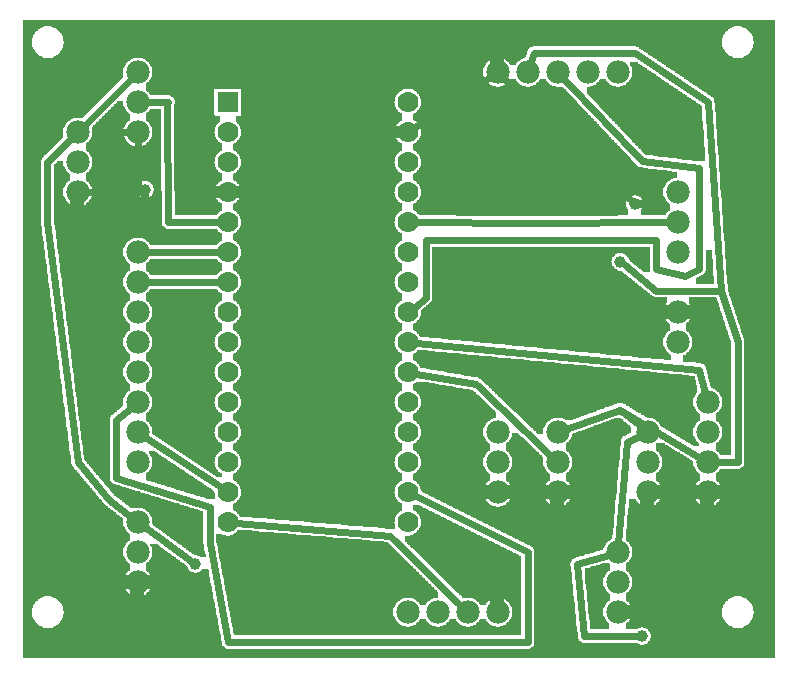
<source format=gtl>
G04 MADE WITH FRITZING*
G04 WWW.FRITZING.ORG*
G04 DOUBLE SIDED*
G04 HOLES PLATED*
G04 CONTOUR ON CENTER OF CONTOUR VECTOR*
%ASAXBY*%
%FSLAX23Y23*%
%MOIN*%
%OFA0B0*%
%SFA1.0B1.0*%
%ADD10C,0.075000*%
%ADD11C,0.078000*%
%ADD12C,0.039370*%
%ADD13C,0.070000*%
%ADD14R,0.069972X0.070000*%
%ADD15C,0.024000*%
%LNCOPPER1*%
G90*
G70*
G54D10*
X2019Y1837D03*
X290Y1644D03*
X1425Y1282D03*
X490Y1157D03*
X2291Y1130D03*
X1591Y958D03*
X2125Y2059D03*
X1390Y410D03*
G54D11*
X2194Y1557D03*
X2194Y1457D03*
X2194Y1357D03*
X2094Y757D03*
X2094Y657D03*
X2094Y557D03*
X1794Y757D03*
X1794Y657D03*
X1794Y557D03*
X1994Y357D03*
X1994Y257D03*
X1994Y157D03*
X1594Y757D03*
X1594Y657D03*
X1594Y557D03*
X1994Y1957D03*
X1894Y1957D03*
X1794Y1957D03*
X1694Y1957D03*
X1594Y1957D03*
X394Y1357D03*
X394Y1257D03*
X394Y1157D03*
X394Y1057D03*
X394Y957D03*
X394Y857D03*
X394Y757D03*
X394Y657D03*
G54D12*
X2050Y1517D03*
X418Y1565D03*
X2074Y77D03*
X2002Y1325D03*
X586Y317D03*
G54D13*
X694Y1857D03*
X694Y1757D03*
X694Y1657D03*
X694Y1557D03*
X694Y1457D03*
X694Y1357D03*
X694Y1257D03*
X694Y1157D03*
X694Y1057D03*
X694Y957D03*
X694Y857D03*
X694Y757D03*
X694Y657D03*
X694Y557D03*
X694Y457D03*
X1294Y1857D03*
X1294Y1757D03*
X1294Y1657D03*
X1294Y1557D03*
X1294Y1457D03*
X1294Y1357D03*
X1294Y1257D03*
X1294Y1157D03*
X1294Y1057D03*
X1294Y957D03*
X1294Y857D03*
X1294Y757D03*
X1294Y657D03*
X1294Y557D03*
X1294Y457D03*
G54D11*
X2294Y857D03*
X2294Y757D03*
X2294Y657D03*
X2294Y557D03*
X2194Y1157D03*
X2194Y1057D03*
X394Y457D03*
X394Y357D03*
X394Y257D03*
X194Y1757D03*
X194Y1657D03*
X194Y1557D03*
X1594Y157D03*
X1494Y157D03*
X1394Y157D03*
X1294Y157D03*
X394Y1957D03*
X394Y1857D03*
X394Y1757D03*
G54D14*
X694Y1857D03*
G54D15*
X2106Y755D02*
X2094Y757D01*
D02*
X665Y1357D02*
X424Y1357D01*
D02*
X1694Y1456D02*
X2164Y1457D01*
D02*
X1323Y1457D02*
X1694Y1456D01*
D02*
X665Y1257D02*
X424Y1257D01*
D02*
X1234Y413D02*
X723Y455D01*
D02*
X1472Y179D02*
X1234Y413D01*
D02*
X670Y574D02*
X419Y741D01*
D02*
X1772Y678D02*
X1522Y917D01*
D02*
X424Y1857D02*
X496Y1857D01*
D02*
X1522Y917D02*
X1322Y952D01*
D02*
X496Y1457D02*
X665Y1457D01*
D02*
X492Y1857D02*
X496Y1457D01*
D02*
X496Y1857D02*
X492Y1857D01*
D02*
X1323Y1055D02*
X2266Y965D01*
D02*
X371Y838D02*
X322Y797D01*
D02*
X2266Y965D02*
X2286Y887D01*
D02*
X322Y605D02*
X634Y509D01*
D02*
X322Y797D02*
X322Y605D01*
D02*
X634Y389D02*
X696Y57D01*
D02*
X634Y509D02*
X634Y389D01*
D02*
X1694Y357D02*
X1320Y544D01*
D02*
X1694Y257D02*
X1694Y357D01*
D02*
X1694Y157D02*
X1694Y257D01*
D02*
X1694Y58D02*
X1694Y157D01*
D02*
X696Y57D02*
X1694Y58D01*
D02*
X2122Y1397D02*
X2122Y1301D01*
D02*
X1354Y1397D02*
X2122Y1397D01*
D02*
X1354Y1205D02*
X1354Y1397D01*
D02*
X1317Y1176D02*
X1354Y1205D01*
D02*
X2074Y1661D02*
X1814Y1936D01*
D02*
X2266Y1637D02*
X2074Y1661D01*
D02*
X2266Y1301D02*
X2266Y1637D01*
D02*
X2218Y1277D02*
X2266Y1301D01*
D02*
X2122Y1301D02*
X2218Y1277D01*
D02*
X1615Y1936D02*
X2037Y1531D01*
D02*
X1318Y1774D02*
X1569Y1941D01*
D02*
X394Y1555D02*
X401Y1558D01*
D02*
X394Y1727D02*
X394Y1555D01*
D02*
X224Y1557D02*
X296Y1555D01*
D02*
X292Y1755D02*
X364Y1757D01*
D02*
X296Y1555D02*
X292Y1755D01*
D02*
X2071Y777D02*
X2002Y833D01*
D02*
X2002Y833D02*
X2268Y673D01*
D02*
X1822Y768D02*
X2002Y833D01*
D02*
X2026Y725D02*
X2067Y745D01*
D02*
X1996Y387D02*
X2026Y725D01*
D02*
X1882Y77D02*
X1858Y317D01*
D02*
X2055Y77D02*
X1882Y77D01*
D02*
X1858Y317D02*
X1965Y349D01*
D02*
X2017Y1314D02*
X2122Y1229D01*
D02*
X2394Y1057D02*
X2394Y857D01*
D02*
X2338Y1229D02*
X2394Y1057D01*
D02*
X2122Y1229D02*
X2338Y1229D01*
D02*
X2394Y657D02*
X2324Y657D01*
D02*
X2394Y857D02*
X2394Y657D01*
D02*
X2050Y2021D02*
X2294Y1858D01*
D02*
X1714Y2021D02*
X2050Y2021D01*
D02*
X1703Y1986D02*
X1714Y2021D01*
D02*
X2294Y1858D02*
X2338Y1229D01*
D02*
X418Y440D02*
X571Y329D01*
D02*
X194Y657D02*
X298Y533D01*
D02*
X93Y1457D02*
X194Y657D01*
D02*
X93Y1658D02*
X93Y1457D01*
D02*
X172Y1736D02*
X93Y1658D01*
D02*
X298Y533D02*
X370Y476D01*
D02*
X372Y1936D02*
X215Y1779D01*
G36*
X2036Y1992D02*
X2036Y1978D01*
X2038Y1978D01*
X2038Y1974D01*
X2040Y1974D01*
X2040Y1970D01*
X2042Y1970D01*
X2042Y1946D01*
X2040Y1946D01*
X2040Y1940D01*
X2038Y1940D01*
X2038Y1936D01*
X2036Y1936D01*
X2036Y1934D01*
X2034Y1934D01*
X2034Y1930D01*
X2032Y1930D01*
X2032Y1928D01*
X2030Y1928D01*
X2030Y1926D01*
X2028Y1926D01*
X2028Y1924D01*
X2026Y1924D01*
X2026Y1922D01*
X2024Y1922D01*
X2024Y1920D01*
X2022Y1920D01*
X2022Y1918D01*
X2020Y1918D01*
X2020Y1916D01*
X2016Y1916D01*
X2016Y1914D01*
X2012Y1914D01*
X2012Y1912D01*
X2006Y1912D01*
X2006Y1910D01*
X2000Y1910D01*
X2000Y1908D01*
X2178Y1908D01*
X2178Y1910D01*
X2176Y1910D01*
X2176Y1912D01*
X2172Y1912D01*
X2172Y1914D01*
X2170Y1914D01*
X2170Y1916D01*
X2166Y1916D01*
X2166Y1918D01*
X2164Y1918D01*
X2164Y1920D01*
X2160Y1920D01*
X2160Y1922D01*
X2158Y1922D01*
X2158Y1924D01*
X2154Y1924D01*
X2154Y1926D01*
X2152Y1926D01*
X2152Y1928D01*
X2148Y1928D01*
X2148Y1930D01*
X2146Y1930D01*
X2146Y1932D01*
X2142Y1932D01*
X2142Y1934D01*
X2140Y1934D01*
X2140Y1936D01*
X2138Y1936D01*
X2138Y1938D01*
X2134Y1938D01*
X2134Y1940D01*
X2132Y1940D01*
X2132Y1942D01*
X2128Y1942D01*
X2128Y1944D01*
X2126Y1944D01*
X2126Y1946D01*
X2122Y1946D01*
X2122Y1948D01*
X2120Y1948D01*
X2120Y1950D01*
X2116Y1950D01*
X2116Y1952D01*
X2114Y1952D01*
X2114Y1954D01*
X2110Y1954D01*
X2110Y1956D01*
X2108Y1956D01*
X2108Y1958D01*
X2104Y1958D01*
X2104Y1960D01*
X2102Y1960D01*
X2102Y1962D01*
X2098Y1962D01*
X2098Y1964D01*
X2096Y1964D01*
X2096Y1966D01*
X2092Y1966D01*
X2092Y1968D01*
X2090Y1968D01*
X2090Y1970D01*
X2086Y1970D01*
X2086Y1972D01*
X2084Y1972D01*
X2084Y1974D01*
X2080Y1974D01*
X2080Y1976D01*
X2078Y1976D01*
X2078Y1978D01*
X2074Y1978D01*
X2074Y1980D01*
X2072Y1980D01*
X2072Y1982D01*
X2068Y1982D01*
X2068Y1984D01*
X2066Y1984D01*
X2066Y1986D01*
X2062Y1986D01*
X2062Y1988D01*
X2060Y1988D01*
X2060Y1990D01*
X2056Y1990D01*
X2056Y1992D01*
X2036Y1992D01*
G37*
D02*
G36*
X1934Y1934D02*
X1934Y1930D01*
X1932Y1930D01*
X1932Y1928D01*
X1930Y1928D01*
X1930Y1926D01*
X1928Y1926D01*
X1928Y1924D01*
X1926Y1924D01*
X1926Y1922D01*
X1924Y1922D01*
X1924Y1920D01*
X1922Y1920D01*
X1922Y1918D01*
X1920Y1918D01*
X1920Y1916D01*
X1916Y1916D01*
X1916Y1914D01*
X1912Y1914D01*
X1912Y1912D01*
X1906Y1912D01*
X1906Y1910D01*
X1900Y1910D01*
X1900Y1908D01*
X1988Y1908D01*
X1988Y1910D01*
X1982Y1910D01*
X1982Y1912D01*
X1976Y1912D01*
X1976Y1914D01*
X1972Y1914D01*
X1972Y1916D01*
X1968Y1916D01*
X1968Y1918D01*
X1966Y1918D01*
X1966Y1920D01*
X1964Y1920D01*
X1964Y1922D01*
X1962Y1922D01*
X1962Y1924D01*
X1960Y1924D01*
X1960Y1926D01*
X1958Y1926D01*
X1958Y1928D01*
X1956Y1928D01*
X1956Y1930D01*
X1954Y1930D01*
X1954Y1934D01*
X1934Y1934D01*
G37*
D02*
G36*
X1890Y1908D02*
X1890Y1906D01*
X2182Y1906D01*
X2182Y1908D01*
X1890Y1908D01*
G37*
D02*
G36*
X1890Y1908D02*
X1890Y1906D01*
X2182Y1906D01*
X2182Y1908D01*
X1890Y1908D01*
G37*
D02*
G36*
X1890Y1906D02*
X1890Y1888D01*
X1892Y1888D01*
X1892Y1886D01*
X1894Y1886D01*
X1894Y1882D01*
X1896Y1882D01*
X1896Y1880D01*
X1898Y1880D01*
X1898Y1878D01*
X1900Y1878D01*
X1900Y1876D01*
X1902Y1876D01*
X1902Y1874D01*
X1904Y1874D01*
X1904Y1872D01*
X1906Y1872D01*
X1906Y1870D01*
X1908Y1870D01*
X1908Y1868D01*
X1910Y1868D01*
X1910Y1866D01*
X1912Y1866D01*
X1912Y1864D01*
X1914Y1864D01*
X1914Y1862D01*
X1916Y1862D01*
X1916Y1860D01*
X1918Y1860D01*
X1918Y1858D01*
X1920Y1858D01*
X1920Y1856D01*
X1922Y1856D01*
X1922Y1854D01*
X1924Y1854D01*
X1924Y1852D01*
X1926Y1852D01*
X1926Y1850D01*
X1928Y1850D01*
X1928Y1848D01*
X1930Y1848D01*
X1930Y1844D01*
X1932Y1844D01*
X1932Y1842D01*
X1934Y1842D01*
X1934Y1840D01*
X1936Y1840D01*
X1936Y1838D01*
X1938Y1838D01*
X1938Y1836D01*
X1940Y1836D01*
X1940Y1834D01*
X1942Y1834D01*
X1942Y1832D01*
X1944Y1832D01*
X1944Y1830D01*
X1946Y1830D01*
X1946Y1828D01*
X1948Y1828D01*
X1948Y1826D01*
X1950Y1826D01*
X1950Y1824D01*
X1952Y1824D01*
X1952Y1822D01*
X1954Y1822D01*
X1954Y1820D01*
X1956Y1820D01*
X1956Y1818D01*
X1958Y1818D01*
X1958Y1816D01*
X1960Y1816D01*
X1960Y1814D01*
X1962Y1814D01*
X1962Y1812D01*
X1964Y1812D01*
X1964Y1810D01*
X1966Y1810D01*
X1966Y1806D01*
X1968Y1806D01*
X1968Y1804D01*
X1970Y1804D01*
X1970Y1802D01*
X1972Y1802D01*
X1972Y1800D01*
X1974Y1800D01*
X1974Y1798D01*
X1976Y1798D01*
X1976Y1796D01*
X1978Y1796D01*
X1978Y1794D01*
X1980Y1794D01*
X1980Y1792D01*
X1982Y1792D01*
X1982Y1790D01*
X1984Y1790D01*
X1984Y1788D01*
X1986Y1788D01*
X1986Y1786D01*
X1988Y1786D01*
X1988Y1784D01*
X1990Y1784D01*
X1990Y1782D01*
X1992Y1782D01*
X1992Y1780D01*
X1994Y1780D01*
X1994Y1778D01*
X1996Y1778D01*
X1996Y1776D01*
X1998Y1776D01*
X1998Y1774D01*
X2000Y1774D01*
X2000Y1772D01*
X2002Y1772D01*
X2002Y1768D01*
X2004Y1768D01*
X2004Y1766D01*
X2006Y1766D01*
X2006Y1764D01*
X2008Y1764D01*
X2008Y1762D01*
X2010Y1762D01*
X2010Y1760D01*
X2012Y1760D01*
X2012Y1758D01*
X2014Y1758D01*
X2014Y1756D01*
X2016Y1756D01*
X2016Y1754D01*
X2018Y1754D01*
X2018Y1752D01*
X2020Y1752D01*
X2020Y1750D01*
X2022Y1750D01*
X2022Y1748D01*
X2024Y1748D01*
X2024Y1746D01*
X2026Y1746D01*
X2026Y1744D01*
X2028Y1744D01*
X2028Y1742D01*
X2030Y1742D01*
X2030Y1740D01*
X2032Y1740D01*
X2032Y1738D01*
X2034Y1738D01*
X2034Y1736D01*
X2036Y1736D01*
X2036Y1734D01*
X2038Y1734D01*
X2038Y1730D01*
X2040Y1730D01*
X2040Y1728D01*
X2042Y1728D01*
X2042Y1726D01*
X2044Y1726D01*
X2044Y1724D01*
X2046Y1724D01*
X2046Y1722D01*
X2048Y1722D01*
X2048Y1720D01*
X2050Y1720D01*
X2050Y1718D01*
X2052Y1718D01*
X2052Y1716D01*
X2054Y1716D01*
X2054Y1714D01*
X2056Y1714D01*
X2056Y1712D01*
X2058Y1712D01*
X2058Y1710D01*
X2060Y1710D01*
X2060Y1708D01*
X2062Y1708D01*
X2062Y1706D01*
X2064Y1706D01*
X2064Y1704D01*
X2066Y1704D01*
X2066Y1702D01*
X2068Y1702D01*
X2068Y1700D01*
X2070Y1700D01*
X2070Y1698D01*
X2072Y1698D01*
X2072Y1696D01*
X2074Y1696D01*
X2074Y1692D01*
X2076Y1692D01*
X2076Y1690D01*
X2078Y1690D01*
X2078Y1688D01*
X2080Y1688D01*
X2080Y1686D01*
X2082Y1686D01*
X2082Y1684D01*
X2084Y1684D01*
X2084Y1682D01*
X2096Y1682D01*
X2096Y1680D01*
X2112Y1680D01*
X2112Y1678D01*
X2128Y1678D01*
X2128Y1676D01*
X2144Y1676D01*
X2144Y1674D01*
X2160Y1674D01*
X2160Y1672D01*
X2176Y1672D01*
X2176Y1670D01*
X2192Y1670D01*
X2192Y1668D01*
X2208Y1668D01*
X2208Y1666D01*
X2224Y1666D01*
X2224Y1664D01*
X2240Y1664D01*
X2240Y1662D01*
X2256Y1662D01*
X2256Y1660D01*
X2286Y1660D01*
X2286Y1680D01*
X2284Y1680D01*
X2284Y1708D01*
X2282Y1708D01*
X2282Y1738D01*
X2280Y1738D01*
X2280Y1766D01*
X2278Y1766D01*
X2278Y1794D01*
X2276Y1794D01*
X2276Y1824D01*
X2274Y1824D01*
X2274Y1846D01*
X2272Y1846D01*
X2272Y1848D01*
X2268Y1848D01*
X2268Y1850D01*
X2266Y1850D01*
X2266Y1852D01*
X2262Y1852D01*
X2262Y1854D01*
X2260Y1854D01*
X2260Y1856D01*
X2256Y1856D01*
X2256Y1858D01*
X2254Y1858D01*
X2254Y1860D01*
X2250Y1860D01*
X2250Y1862D01*
X2248Y1862D01*
X2248Y1864D01*
X2244Y1864D01*
X2244Y1866D01*
X2242Y1866D01*
X2242Y1868D01*
X2238Y1868D01*
X2238Y1870D01*
X2236Y1870D01*
X2236Y1872D01*
X2232Y1872D01*
X2232Y1874D01*
X2230Y1874D01*
X2230Y1876D01*
X2226Y1876D01*
X2226Y1878D01*
X2224Y1878D01*
X2224Y1880D01*
X2220Y1880D01*
X2220Y1882D01*
X2218Y1882D01*
X2218Y1884D01*
X2214Y1884D01*
X2214Y1886D01*
X2212Y1886D01*
X2212Y1888D01*
X2208Y1888D01*
X2208Y1890D01*
X2206Y1890D01*
X2206Y1892D01*
X2202Y1892D01*
X2202Y1894D01*
X2200Y1894D01*
X2200Y1896D01*
X2196Y1896D01*
X2196Y1898D01*
X2194Y1898D01*
X2194Y1900D01*
X2190Y1900D01*
X2190Y1902D01*
X2188Y1902D01*
X2188Y1904D01*
X2184Y1904D01*
X2184Y1906D01*
X1890Y1906D01*
G37*
D02*
G36*
X326Y1860D02*
X326Y1858D01*
X324Y1858D01*
X324Y1856D01*
X322Y1856D01*
X322Y1854D01*
X320Y1854D01*
X320Y1852D01*
X318Y1852D01*
X318Y1850D01*
X316Y1850D01*
X316Y1848D01*
X314Y1848D01*
X314Y1846D01*
X312Y1846D01*
X312Y1844D01*
X310Y1844D01*
X310Y1842D01*
X308Y1842D01*
X308Y1840D01*
X306Y1840D01*
X306Y1838D01*
X304Y1838D01*
X304Y1836D01*
X302Y1836D01*
X302Y1834D01*
X300Y1834D01*
X300Y1832D01*
X298Y1832D01*
X298Y1830D01*
X296Y1830D01*
X296Y1828D01*
X294Y1828D01*
X294Y1826D01*
X292Y1826D01*
X292Y1824D01*
X290Y1824D01*
X290Y1822D01*
X288Y1822D01*
X288Y1820D01*
X286Y1820D01*
X286Y1818D01*
X284Y1818D01*
X284Y1816D01*
X282Y1816D01*
X282Y1814D01*
X280Y1814D01*
X280Y1812D01*
X278Y1812D01*
X278Y1810D01*
X276Y1810D01*
X276Y1808D01*
X274Y1808D01*
X274Y1806D01*
X272Y1806D01*
X272Y1804D01*
X270Y1804D01*
X270Y1802D01*
X268Y1802D01*
X268Y1800D01*
X266Y1800D01*
X266Y1798D01*
X264Y1798D01*
X264Y1796D01*
X262Y1796D01*
X262Y1794D01*
X260Y1794D01*
X260Y1792D01*
X258Y1792D01*
X258Y1790D01*
X256Y1790D01*
X256Y1788D01*
X254Y1788D01*
X254Y1786D01*
X252Y1786D01*
X252Y1784D01*
X250Y1784D01*
X250Y1782D01*
X248Y1782D01*
X248Y1780D01*
X246Y1780D01*
X246Y1778D01*
X244Y1778D01*
X244Y1776D01*
X242Y1776D01*
X242Y1746D01*
X240Y1746D01*
X240Y1740D01*
X238Y1740D01*
X238Y1736D01*
X236Y1736D01*
X236Y1734D01*
X234Y1734D01*
X234Y1730D01*
X232Y1730D01*
X232Y1728D01*
X230Y1728D01*
X230Y1726D01*
X228Y1726D01*
X228Y1724D01*
X226Y1724D01*
X226Y1722D01*
X224Y1722D01*
X224Y1720D01*
X222Y1720D01*
X222Y1718D01*
X220Y1718D01*
X220Y1708D01*
X388Y1708D01*
X388Y1710D01*
X382Y1710D01*
X382Y1712D01*
X376Y1712D01*
X376Y1714D01*
X372Y1714D01*
X372Y1716D01*
X368Y1716D01*
X368Y1718D01*
X366Y1718D01*
X366Y1720D01*
X364Y1720D01*
X364Y1722D01*
X362Y1722D01*
X362Y1724D01*
X360Y1724D01*
X360Y1726D01*
X358Y1726D01*
X358Y1728D01*
X356Y1728D01*
X356Y1730D01*
X354Y1730D01*
X354Y1734D01*
X352Y1734D01*
X352Y1736D01*
X350Y1736D01*
X350Y1740D01*
X348Y1740D01*
X348Y1746D01*
X346Y1746D01*
X346Y1756D01*
X344Y1756D01*
X344Y1758D01*
X346Y1758D01*
X346Y1770D01*
X348Y1770D01*
X348Y1774D01*
X350Y1774D01*
X350Y1778D01*
X352Y1778D01*
X352Y1782D01*
X354Y1782D01*
X354Y1784D01*
X356Y1784D01*
X356Y1788D01*
X358Y1788D01*
X358Y1790D01*
X360Y1790D01*
X360Y1792D01*
X362Y1792D01*
X362Y1794D01*
X364Y1794D01*
X364Y1796D01*
X368Y1796D01*
X368Y1818D01*
X366Y1818D01*
X366Y1820D01*
X364Y1820D01*
X364Y1822D01*
X362Y1822D01*
X362Y1824D01*
X360Y1824D01*
X360Y1826D01*
X358Y1826D01*
X358Y1828D01*
X356Y1828D01*
X356Y1830D01*
X354Y1830D01*
X354Y1834D01*
X352Y1834D01*
X352Y1836D01*
X350Y1836D01*
X350Y1840D01*
X348Y1840D01*
X348Y1846D01*
X346Y1846D01*
X346Y1856D01*
X344Y1856D01*
X344Y1858D01*
X346Y1858D01*
X346Y1860D01*
X326Y1860D01*
G37*
D02*
G36*
X436Y1836D02*
X436Y1834D01*
X434Y1834D01*
X434Y1830D01*
X432Y1830D01*
X432Y1828D01*
X430Y1828D01*
X430Y1826D01*
X428Y1826D01*
X428Y1824D01*
X426Y1824D01*
X426Y1822D01*
X424Y1822D01*
X424Y1820D01*
X422Y1820D01*
X422Y1818D01*
X420Y1818D01*
X420Y1796D01*
X424Y1796D01*
X424Y1794D01*
X426Y1794D01*
X426Y1792D01*
X428Y1792D01*
X428Y1790D01*
X430Y1790D01*
X430Y1788D01*
X432Y1788D01*
X432Y1784D01*
X434Y1784D01*
X434Y1782D01*
X436Y1782D01*
X436Y1778D01*
X438Y1778D01*
X438Y1774D01*
X440Y1774D01*
X440Y1770D01*
X442Y1770D01*
X442Y1746D01*
X440Y1746D01*
X440Y1740D01*
X438Y1740D01*
X438Y1736D01*
X436Y1736D01*
X436Y1734D01*
X434Y1734D01*
X434Y1730D01*
X432Y1730D01*
X432Y1728D01*
X430Y1728D01*
X430Y1726D01*
X428Y1726D01*
X428Y1724D01*
X426Y1724D01*
X426Y1722D01*
X424Y1722D01*
X424Y1720D01*
X422Y1720D01*
X422Y1718D01*
X420Y1718D01*
X420Y1716D01*
X416Y1716D01*
X416Y1714D01*
X412Y1714D01*
X412Y1712D01*
X406Y1712D01*
X406Y1710D01*
X400Y1710D01*
X400Y1708D01*
X472Y1708D01*
X472Y1740D01*
X470Y1740D01*
X470Y1836D01*
X436Y1836D01*
G37*
D02*
G36*
X220Y1708D02*
X220Y1706D01*
X472Y1706D01*
X472Y1708D01*
X220Y1708D01*
G37*
D02*
G36*
X220Y1708D02*
X220Y1706D01*
X472Y1706D01*
X472Y1708D01*
X220Y1708D01*
G37*
D02*
G36*
X220Y1706D02*
X220Y1696D01*
X224Y1696D01*
X224Y1694D01*
X226Y1694D01*
X226Y1692D01*
X228Y1692D01*
X228Y1690D01*
X230Y1690D01*
X230Y1688D01*
X232Y1688D01*
X232Y1684D01*
X234Y1684D01*
X234Y1682D01*
X236Y1682D01*
X236Y1678D01*
X238Y1678D01*
X238Y1674D01*
X240Y1674D01*
X240Y1670D01*
X242Y1670D01*
X242Y1646D01*
X240Y1646D01*
X240Y1640D01*
X238Y1640D01*
X238Y1636D01*
X236Y1636D01*
X236Y1634D01*
X234Y1634D01*
X234Y1630D01*
X232Y1630D01*
X232Y1628D01*
X230Y1628D01*
X230Y1626D01*
X228Y1626D01*
X228Y1624D01*
X226Y1624D01*
X226Y1622D01*
X224Y1622D01*
X224Y1620D01*
X222Y1620D01*
X222Y1618D01*
X220Y1618D01*
X220Y1596D01*
X422Y1596D01*
X422Y1594D01*
X428Y1594D01*
X428Y1592D01*
X432Y1592D01*
X432Y1590D01*
X434Y1590D01*
X434Y1588D01*
X438Y1588D01*
X438Y1586D01*
X440Y1586D01*
X440Y1582D01*
X442Y1582D01*
X442Y1580D01*
X444Y1580D01*
X444Y1578D01*
X446Y1578D01*
X446Y1572D01*
X448Y1572D01*
X448Y1560D01*
X446Y1560D01*
X446Y1554D01*
X444Y1554D01*
X444Y1550D01*
X442Y1550D01*
X442Y1548D01*
X440Y1548D01*
X440Y1546D01*
X438Y1546D01*
X438Y1544D01*
X436Y1544D01*
X436Y1542D01*
X434Y1542D01*
X434Y1540D01*
X430Y1540D01*
X430Y1538D01*
X424Y1538D01*
X424Y1536D01*
X474Y1536D01*
X474Y1560D01*
X472Y1560D01*
X472Y1706D01*
X220Y1706D01*
G37*
D02*
G36*
X126Y1660D02*
X126Y1658D01*
X124Y1658D01*
X124Y1656D01*
X122Y1656D01*
X122Y1654D01*
X120Y1654D01*
X120Y1652D01*
X118Y1652D01*
X118Y1650D01*
X116Y1650D01*
X116Y1508D01*
X188Y1508D01*
X188Y1510D01*
X182Y1510D01*
X182Y1512D01*
X176Y1512D01*
X176Y1514D01*
X172Y1514D01*
X172Y1516D01*
X168Y1516D01*
X168Y1518D01*
X166Y1518D01*
X166Y1520D01*
X164Y1520D01*
X164Y1522D01*
X162Y1522D01*
X162Y1524D01*
X160Y1524D01*
X160Y1526D01*
X158Y1526D01*
X158Y1528D01*
X156Y1528D01*
X156Y1530D01*
X154Y1530D01*
X154Y1534D01*
X152Y1534D01*
X152Y1536D01*
X150Y1536D01*
X150Y1540D01*
X148Y1540D01*
X148Y1546D01*
X146Y1546D01*
X146Y1556D01*
X144Y1556D01*
X144Y1558D01*
X146Y1558D01*
X146Y1570D01*
X148Y1570D01*
X148Y1574D01*
X150Y1574D01*
X150Y1578D01*
X152Y1578D01*
X152Y1582D01*
X154Y1582D01*
X154Y1584D01*
X156Y1584D01*
X156Y1588D01*
X158Y1588D01*
X158Y1590D01*
X160Y1590D01*
X160Y1592D01*
X162Y1592D01*
X162Y1594D01*
X164Y1594D01*
X164Y1596D01*
X168Y1596D01*
X168Y1618D01*
X166Y1618D01*
X166Y1620D01*
X164Y1620D01*
X164Y1622D01*
X162Y1622D01*
X162Y1624D01*
X160Y1624D01*
X160Y1626D01*
X158Y1626D01*
X158Y1628D01*
X156Y1628D01*
X156Y1630D01*
X154Y1630D01*
X154Y1634D01*
X152Y1634D01*
X152Y1636D01*
X150Y1636D01*
X150Y1640D01*
X148Y1640D01*
X148Y1646D01*
X146Y1646D01*
X146Y1656D01*
X144Y1656D01*
X144Y1658D01*
X146Y1658D01*
X146Y1660D01*
X126Y1660D01*
G37*
D02*
G36*
X224Y1596D02*
X224Y1594D01*
X226Y1594D01*
X226Y1592D01*
X228Y1592D01*
X228Y1590D01*
X230Y1590D01*
X230Y1588D01*
X232Y1588D01*
X232Y1584D01*
X234Y1584D01*
X234Y1582D01*
X236Y1582D01*
X236Y1578D01*
X238Y1578D01*
X238Y1574D01*
X240Y1574D01*
X240Y1570D01*
X242Y1570D01*
X242Y1546D01*
X240Y1546D01*
X240Y1540D01*
X238Y1540D01*
X238Y1536D01*
X412Y1536D01*
X412Y1538D01*
X408Y1538D01*
X408Y1540D01*
X404Y1540D01*
X404Y1542D01*
X402Y1542D01*
X402Y1544D01*
X398Y1544D01*
X398Y1546D01*
X396Y1546D01*
X396Y1550D01*
X394Y1550D01*
X394Y1552D01*
X392Y1552D01*
X392Y1556D01*
X390Y1556D01*
X390Y1564D01*
X388Y1564D01*
X388Y1568D01*
X390Y1568D01*
X390Y1576D01*
X392Y1576D01*
X392Y1580D01*
X394Y1580D01*
X394Y1582D01*
X396Y1582D01*
X396Y1584D01*
X398Y1584D01*
X398Y1586D01*
X400Y1586D01*
X400Y1588D01*
X402Y1588D01*
X402Y1590D01*
X404Y1590D01*
X404Y1592D01*
X408Y1592D01*
X408Y1594D01*
X416Y1594D01*
X416Y1596D01*
X224Y1596D01*
G37*
D02*
G36*
X236Y1536D02*
X236Y1534D01*
X474Y1534D01*
X474Y1536D01*
X236Y1536D01*
G37*
D02*
G36*
X236Y1536D02*
X236Y1534D01*
X474Y1534D01*
X474Y1536D01*
X236Y1536D01*
G37*
D02*
G36*
X234Y1534D02*
X234Y1530D01*
X232Y1530D01*
X232Y1528D01*
X230Y1528D01*
X230Y1526D01*
X228Y1526D01*
X228Y1524D01*
X226Y1524D01*
X226Y1522D01*
X224Y1522D01*
X224Y1520D01*
X222Y1520D01*
X222Y1518D01*
X220Y1518D01*
X220Y1516D01*
X216Y1516D01*
X216Y1514D01*
X212Y1514D01*
X212Y1512D01*
X206Y1512D01*
X206Y1510D01*
X200Y1510D01*
X200Y1508D01*
X474Y1508D01*
X474Y1534D01*
X234Y1534D01*
G37*
D02*
G36*
X116Y1508D02*
X116Y1506D01*
X474Y1506D01*
X474Y1508D01*
X116Y1508D01*
G37*
D02*
G36*
X116Y1508D02*
X116Y1506D01*
X474Y1506D01*
X474Y1508D01*
X116Y1508D01*
G37*
D02*
G36*
X116Y1506D02*
X116Y1448D01*
X118Y1448D01*
X118Y1432D01*
X120Y1432D01*
X120Y1416D01*
X122Y1416D01*
X122Y1406D01*
X404Y1406D01*
X404Y1404D01*
X410Y1404D01*
X410Y1402D01*
X414Y1402D01*
X414Y1400D01*
X418Y1400D01*
X418Y1398D01*
X420Y1398D01*
X420Y1396D01*
X424Y1396D01*
X424Y1394D01*
X426Y1394D01*
X426Y1392D01*
X428Y1392D01*
X428Y1390D01*
X430Y1390D01*
X430Y1388D01*
X432Y1388D01*
X432Y1384D01*
X434Y1384D01*
X434Y1382D01*
X436Y1382D01*
X436Y1380D01*
X656Y1380D01*
X656Y1382D01*
X658Y1382D01*
X658Y1384D01*
X660Y1384D01*
X660Y1386D01*
X662Y1386D01*
X662Y1388D01*
X664Y1388D01*
X664Y1390D01*
X666Y1390D01*
X666Y1392D01*
X668Y1392D01*
X668Y1394D01*
X672Y1394D01*
X672Y1396D01*
X674Y1396D01*
X674Y1398D01*
X676Y1398D01*
X676Y1418D01*
X674Y1418D01*
X674Y1420D01*
X670Y1420D01*
X670Y1422D01*
X668Y1422D01*
X668Y1424D01*
X666Y1424D01*
X666Y1426D01*
X662Y1426D01*
X662Y1430D01*
X660Y1430D01*
X660Y1432D01*
X658Y1432D01*
X658Y1434D01*
X656Y1434D01*
X656Y1436D01*
X488Y1436D01*
X488Y1438D01*
X484Y1438D01*
X484Y1440D01*
X482Y1440D01*
X482Y1442D01*
X480Y1442D01*
X480Y1444D01*
X478Y1444D01*
X478Y1446D01*
X476Y1446D01*
X476Y1452D01*
X474Y1452D01*
X474Y1506D01*
X116Y1506D01*
G37*
D02*
G36*
X122Y1406D02*
X122Y1400D01*
X124Y1400D01*
X124Y1384D01*
X126Y1384D01*
X126Y1368D01*
X128Y1368D01*
X128Y1352D01*
X130Y1352D01*
X130Y1336D01*
X132Y1336D01*
X132Y1320D01*
X134Y1320D01*
X134Y1304D01*
X136Y1304D01*
X136Y1288D01*
X138Y1288D01*
X138Y1272D01*
X140Y1272D01*
X140Y1256D01*
X142Y1256D01*
X142Y1240D01*
X144Y1240D01*
X144Y1224D01*
X146Y1224D01*
X146Y1208D01*
X148Y1208D01*
X148Y1192D01*
X150Y1192D01*
X150Y1176D01*
X152Y1176D01*
X152Y1160D01*
X154Y1160D01*
X154Y1144D01*
X156Y1144D01*
X156Y1128D01*
X158Y1128D01*
X158Y1112D01*
X160Y1112D01*
X160Y1096D01*
X162Y1096D01*
X162Y1080D01*
X164Y1080D01*
X164Y1064D01*
X166Y1064D01*
X166Y1050D01*
X168Y1050D01*
X168Y1034D01*
X170Y1034D01*
X170Y1018D01*
X172Y1018D01*
X172Y1002D01*
X174Y1002D01*
X174Y986D01*
X176Y986D01*
X176Y970D01*
X178Y970D01*
X178Y954D01*
X180Y954D01*
X180Y938D01*
X182Y938D01*
X182Y922D01*
X184Y922D01*
X184Y906D01*
X186Y906D01*
X186Y890D01*
X188Y890D01*
X188Y874D01*
X190Y874D01*
X190Y858D01*
X192Y858D01*
X192Y842D01*
X194Y842D01*
X194Y826D01*
X196Y826D01*
X196Y810D01*
X198Y810D01*
X198Y794D01*
X200Y794D01*
X200Y778D01*
X202Y778D01*
X202Y762D01*
X204Y762D01*
X204Y746D01*
X206Y746D01*
X206Y730D01*
X208Y730D01*
X208Y714D01*
X210Y714D01*
X210Y698D01*
X212Y698D01*
X212Y682D01*
X214Y682D01*
X214Y666D01*
X216Y666D01*
X216Y664D01*
X218Y664D01*
X218Y662D01*
X220Y662D01*
X220Y660D01*
X222Y660D01*
X222Y658D01*
X224Y658D01*
X224Y654D01*
X226Y654D01*
X226Y652D01*
X228Y652D01*
X228Y650D01*
X230Y650D01*
X230Y648D01*
X232Y648D01*
X232Y646D01*
X234Y646D01*
X234Y642D01*
X236Y642D01*
X236Y640D01*
X238Y640D01*
X238Y638D01*
X240Y638D01*
X240Y636D01*
X242Y636D01*
X242Y634D01*
X244Y634D01*
X244Y632D01*
X246Y632D01*
X246Y628D01*
X248Y628D01*
X248Y626D01*
X250Y626D01*
X250Y624D01*
X252Y624D01*
X252Y622D01*
X254Y622D01*
X254Y620D01*
X256Y620D01*
X256Y616D01*
X258Y616D01*
X258Y614D01*
X260Y614D01*
X260Y612D01*
X262Y612D01*
X262Y610D01*
X264Y610D01*
X264Y608D01*
X266Y608D01*
X266Y606D01*
X268Y606D01*
X268Y602D01*
X270Y602D01*
X270Y600D01*
X272Y600D01*
X272Y598D01*
X274Y598D01*
X274Y596D01*
X276Y596D01*
X276Y594D01*
X278Y594D01*
X278Y590D01*
X280Y590D01*
X280Y588D01*
X282Y588D01*
X282Y586D01*
X284Y586D01*
X284Y584D01*
X286Y584D01*
X286Y582D01*
X288Y582D01*
X288Y578D01*
X290Y578D01*
X290Y576D01*
X292Y576D01*
X292Y574D01*
X294Y574D01*
X294Y572D01*
X296Y572D01*
X296Y570D01*
X298Y570D01*
X298Y568D01*
X300Y568D01*
X300Y564D01*
X302Y564D01*
X302Y562D01*
X304Y562D01*
X304Y560D01*
X306Y560D01*
X306Y558D01*
X308Y558D01*
X308Y556D01*
X310Y556D01*
X310Y552D01*
X312Y552D01*
X312Y550D01*
X314Y550D01*
X314Y548D01*
X316Y548D01*
X316Y546D01*
X320Y546D01*
X320Y544D01*
X322Y544D01*
X322Y542D01*
X324Y542D01*
X324Y540D01*
X326Y540D01*
X326Y538D01*
X330Y538D01*
X330Y536D01*
X332Y536D01*
X332Y534D01*
X334Y534D01*
X334Y532D01*
X338Y532D01*
X338Y530D01*
X340Y530D01*
X340Y528D01*
X342Y528D01*
X342Y526D01*
X344Y526D01*
X344Y524D01*
X348Y524D01*
X348Y522D01*
X350Y522D01*
X350Y520D01*
X352Y520D01*
X352Y518D01*
X354Y518D01*
X354Y516D01*
X358Y516D01*
X358Y514D01*
X360Y514D01*
X360Y512D01*
X362Y512D01*
X362Y510D01*
X364Y510D01*
X364Y508D01*
X368Y508D01*
X368Y506D01*
X404Y506D01*
X404Y504D01*
X410Y504D01*
X410Y502D01*
X414Y502D01*
X414Y500D01*
X418Y500D01*
X418Y498D01*
X420Y498D01*
X420Y496D01*
X424Y496D01*
X424Y494D01*
X426Y494D01*
X426Y492D01*
X428Y492D01*
X428Y490D01*
X430Y490D01*
X430Y488D01*
X432Y488D01*
X432Y484D01*
X434Y484D01*
X434Y482D01*
X436Y482D01*
X436Y478D01*
X438Y478D01*
X438Y474D01*
X440Y474D01*
X440Y470D01*
X442Y470D01*
X442Y450D01*
X444Y450D01*
X444Y448D01*
X446Y448D01*
X446Y446D01*
X448Y446D01*
X448Y444D01*
X452Y444D01*
X452Y442D01*
X454Y442D01*
X454Y440D01*
X456Y440D01*
X456Y438D01*
X460Y438D01*
X460Y436D01*
X462Y436D01*
X462Y434D01*
X466Y434D01*
X466Y432D01*
X468Y432D01*
X468Y430D01*
X470Y430D01*
X470Y428D01*
X474Y428D01*
X474Y426D01*
X476Y426D01*
X476Y424D01*
X478Y424D01*
X478Y422D01*
X482Y422D01*
X482Y420D01*
X484Y420D01*
X484Y418D01*
X488Y418D01*
X488Y416D01*
X490Y416D01*
X490Y414D01*
X492Y414D01*
X492Y412D01*
X496Y412D01*
X496Y410D01*
X498Y410D01*
X498Y408D01*
X500Y408D01*
X500Y406D01*
X504Y406D01*
X504Y404D01*
X506Y404D01*
X506Y402D01*
X510Y402D01*
X510Y400D01*
X512Y400D01*
X512Y398D01*
X514Y398D01*
X514Y396D01*
X518Y396D01*
X518Y394D01*
X520Y394D01*
X520Y392D01*
X522Y392D01*
X522Y390D01*
X526Y390D01*
X526Y388D01*
X528Y388D01*
X528Y386D01*
X532Y386D01*
X532Y384D01*
X534Y384D01*
X534Y382D01*
X536Y382D01*
X536Y380D01*
X540Y380D01*
X540Y378D01*
X542Y378D01*
X542Y376D01*
X544Y376D01*
X544Y374D01*
X548Y374D01*
X548Y372D01*
X550Y372D01*
X550Y370D01*
X554Y370D01*
X554Y368D01*
X556Y368D01*
X556Y366D01*
X558Y366D01*
X558Y364D01*
X562Y364D01*
X562Y362D01*
X564Y362D01*
X564Y360D01*
X566Y360D01*
X566Y358D01*
X570Y358D01*
X570Y356D01*
X572Y356D01*
X572Y354D01*
X576Y354D01*
X576Y352D01*
X578Y352D01*
X578Y350D01*
X580Y350D01*
X580Y348D01*
X590Y348D01*
X590Y346D01*
X596Y346D01*
X596Y344D01*
X600Y344D01*
X600Y342D01*
X602Y342D01*
X602Y340D01*
X622Y340D01*
X622Y342D01*
X620Y342D01*
X620Y352D01*
X618Y352D01*
X618Y362D01*
X616Y362D01*
X616Y374D01*
X614Y374D01*
X614Y384D01*
X612Y384D01*
X612Y494D01*
X608Y494D01*
X608Y496D01*
X600Y496D01*
X600Y498D01*
X594Y498D01*
X594Y500D01*
X588Y500D01*
X588Y502D01*
X582Y502D01*
X582Y504D01*
X574Y504D01*
X574Y506D01*
X568Y506D01*
X568Y508D01*
X562Y508D01*
X562Y510D01*
X556Y510D01*
X556Y512D01*
X548Y512D01*
X548Y514D01*
X542Y514D01*
X542Y516D01*
X536Y516D01*
X536Y518D01*
X530Y518D01*
X530Y520D01*
X522Y520D01*
X522Y522D01*
X516Y522D01*
X516Y524D01*
X510Y524D01*
X510Y526D01*
X504Y526D01*
X504Y528D01*
X496Y528D01*
X496Y530D01*
X490Y530D01*
X490Y532D01*
X484Y532D01*
X484Y534D01*
X478Y534D01*
X478Y536D01*
X470Y536D01*
X470Y538D01*
X464Y538D01*
X464Y540D01*
X458Y540D01*
X458Y542D01*
X452Y542D01*
X452Y544D01*
X444Y544D01*
X444Y546D01*
X438Y546D01*
X438Y548D01*
X432Y548D01*
X432Y550D01*
X426Y550D01*
X426Y552D01*
X418Y552D01*
X418Y554D01*
X412Y554D01*
X412Y556D01*
X406Y556D01*
X406Y558D01*
X400Y558D01*
X400Y560D01*
X392Y560D01*
X392Y562D01*
X386Y562D01*
X386Y564D01*
X380Y564D01*
X380Y566D01*
X374Y566D01*
X374Y568D01*
X366Y568D01*
X366Y570D01*
X360Y570D01*
X360Y572D01*
X354Y572D01*
X354Y574D01*
X348Y574D01*
X348Y576D01*
X340Y576D01*
X340Y578D01*
X334Y578D01*
X334Y580D01*
X328Y580D01*
X328Y582D01*
X322Y582D01*
X322Y584D01*
X316Y584D01*
X316Y586D01*
X310Y586D01*
X310Y588D01*
X308Y588D01*
X308Y590D01*
X306Y590D01*
X306Y592D01*
X304Y592D01*
X304Y596D01*
X302Y596D01*
X302Y600D01*
X300Y600D01*
X300Y802D01*
X302Y802D01*
X302Y808D01*
X304Y808D01*
X304Y812D01*
X306Y812D01*
X306Y814D01*
X308Y814D01*
X308Y816D01*
X312Y816D01*
X312Y818D01*
X314Y818D01*
X314Y820D01*
X316Y820D01*
X316Y822D01*
X318Y822D01*
X318Y824D01*
X320Y824D01*
X320Y826D01*
X324Y826D01*
X324Y828D01*
X326Y828D01*
X326Y830D01*
X328Y830D01*
X328Y832D01*
X330Y832D01*
X330Y834D01*
X332Y834D01*
X332Y836D01*
X336Y836D01*
X336Y838D01*
X338Y838D01*
X338Y840D01*
X340Y840D01*
X340Y842D01*
X342Y842D01*
X342Y844D01*
X344Y844D01*
X344Y858D01*
X346Y858D01*
X346Y870D01*
X348Y870D01*
X348Y874D01*
X350Y874D01*
X350Y878D01*
X352Y878D01*
X352Y882D01*
X354Y882D01*
X354Y884D01*
X356Y884D01*
X356Y888D01*
X358Y888D01*
X358Y890D01*
X360Y890D01*
X360Y892D01*
X362Y892D01*
X362Y894D01*
X364Y894D01*
X364Y896D01*
X368Y896D01*
X368Y918D01*
X366Y918D01*
X366Y920D01*
X364Y920D01*
X364Y922D01*
X362Y922D01*
X362Y924D01*
X360Y924D01*
X360Y926D01*
X358Y926D01*
X358Y928D01*
X356Y928D01*
X356Y930D01*
X354Y930D01*
X354Y934D01*
X352Y934D01*
X352Y936D01*
X350Y936D01*
X350Y940D01*
X348Y940D01*
X348Y946D01*
X346Y946D01*
X346Y956D01*
X344Y956D01*
X344Y958D01*
X346Y958D01*
X346Y970D01*
X348Y970D01*
X348Y974D01*
X350Y974D01*
X350Y978D01*
X352Y978D01*
X352Y982D01*
X354Y982D01*
X354Y984D01*
X356Y984D01*
X356Y988D01*
X358Y988D01*
X358Y990D01*
X360Y990D01*
X360Y992D01*
X362Y992D01*
X362Y994D01*
X364Y994D01*
X364Y996D01*
X368Y996D01*
X368Y1018D01*
X366Y1018D01*
X366Y1020D01*
X364Y1020D01*
X364Y1022D01*
X362Y1022D01*
X362Y1024D01*
X360Y1024D01*
X360Y1026D01*
X358Y1026D01*
X358Y1028D01*
X356Y1028D01*
X356Y1030D01*
X354Y1030D01*
X354Y1034D01*
X352Y1034D01*
X352Y1036D01*
X350Y1036D01*
X350Y1040D01*
X348Y1040D01*
X348Y1046D01*
X346Y1046D01*
X346Y1056D01*
X344Y1056D01*
X344Y1058D01*
X346Y1058D01*
X346Y1070D01*
X348Y1070D01*
X348Y1074D01*
X350Y1074D01*
X350Y1078D01*
X352Y1078D01*
X352Y1082D01*
X354Y1082D01*
X354Y1084D01*
X356Y1084D01*
X356Y1088D01*
X358Y1088D01*
X358Y1090D01*
X360Y1090D01*
X360Y1092D01*
X362Y1092D01*
X362Y1094D01*
X364Y1094D01*
X364Y1096D01*
X368Y1096D01*
X368Y1118D01*
X366Y1118D01*
X366Y1120D01*
X364Y1120D01*
X364Y1122D01*
X362Y1122D01*
X362Y1124D01*
X360Y1124D01*
X360Y1126D01*
X358Y1126D01*
X358Y1128D01*
X356Y1128D01*
X356Y1130D01*
X354Y1130D01*
X354Y1134D01*
X352Y1134D01*
X352Y1136D01*
X350Y1136D01*
X350Y1140D01*
X348Y1140D01*
X348Y1146D01*
X346Y1146D01*
X346Y1156D01*
X344Y1156D01*
X344Y1158D01*
X346Y1158D01*
X346Y1170D01*
X348Y1170D01*
X348Y1174D01*
X350Y1174D01*
X350Y1178D01*
X352Y1178D01*
X352Y1182D01*
X354Y1182D01*
X354Y1184D01*
X356Y1184D01*
X356Y1188D01*
X358Y1188D01*
X358Y1190D01*
X360Y1190D01*
X360Y1192D01*
X362Y1192D01*
X362Y1194D01*
X364Y1194D01*
X364Y1196D01*
X368Y1196D01*
X368Y1218D01*
X366Y1218D01*
X366Y1220D01*
X364Y1220D01*
X364Y1222D01*
X362Y1222D01*
X362Y1224D01*
X360Y1224D01*
X360Y1226D01*
X358Y1226D01*
X358Y1228D01*
X356Y1228D01*
X356Y1230D01*
X354Y1230D01*
X354Y1234D01*
X352Y1234D01*
X352Y1236D01*
X350Y1236D01*
X350Y1240D01*
X348Y1240D01*
X348Y1246D01*
X346Y1246D01*
X346Y1256D01*
X344Y1256D01*
X344Y1258D01*
X346Y1258D01*
X346Y1270D01*
X348Y1270D01*
X348Y1274D01*
X350Y1274D01*
X350Y1278D01*
X352Y1278D01*
X352Y1282D01*
X354Y1282D01*
X354Y1284D01*
X356Y1284D01*
X356Y1288D01*
X358Y1288D01*
X358Y1290D01*
X360Y1290D01*
X360Y1292D01*
X362Y1292D01*
X362Y1294D01*
X364Y1294D01*
X364Y1296D01*
X368Y1296D01*
X368Y1318D01*
X366Y1318D01*
X366Y1320D01*
X364Y1320D01*
X364Y1322D01*
X362Y1322D01*
X362Y1324D01*
X360Y1324D01*
X360Y1326D01*
X358Y1326D01*
X358Y1328D01*
X356Y1328D01*
X356Y1330D01*
X354Y1330D01*
X354Y1334D01*
X352Y1334D01*
X352Y1336D01*
X350Y1336D01*
X350Y1340D01*
X348Y1340D01*
X348Y1346D01*
X346Y1346D01*
X346Y1356D01*
X344Y1356D01*
X344Y1358D01*
X346Y1358D01*
X346Y1370D01*
X348Y1370D01*
X348Y1374D01*
X350Y1374D01*
X350Y1378D01*
X352Y1378D01*
X352Y1382D01*
X354Y1382D01*
X354Y1384D01*
X356Y1384D01*
X356Y1388D01*
X358Y1388D01*
X358Y1390D01*
X360Y1390D01*
X360Y1392D01*
X362Y1392D01*
X362Y1394D01*
X364Y1394D01*
X364Y1396D01*
X368Y1396D01*
X368Y1398D01*
X370Y1398D01*
X370Y1400D01*
X374Y1400D01*
X374Y1402D01*
X378Y1402D01*
X378Y1404D01*
X384Y1404D01*
X384Y1406D01*
X122Y1406D01*
G37*
D02*
G36*
X1376Y1376D02*
X1376Y1356D01*
X2006Y1356D01*
X2006Y1354D01*
X2012Y1354D01*
X2012Y1352D01*
X2016Y1352D01*
X2016Y1350D01*
X2018Y1350D01*
X2018Y1348D01*
X2022Y1348D01*
X2022Y1346D01*
X2024Y1346D01*
X2024Y1342D01*
X2026Y1342D01*
X2026Y1340D01*
X2028Y1340D01*
X2028Y1338D01*
X2030Y1338D01*
X2030Y1332D01*
X2032Y1332D01*
X2032Y1330D01*
X2034Y1330D01*
X2034Y1328D01*
X2036Y1328D01*
X2036Y1326D01*
X2038Y1326D01*
X2038Y1324D01*
X2040Y1324D01*
X2040Y1322D01*
X2044Y1322D01*
X2044Y1320D01*
X2046Y1320D01*
X2046Y1318D01*
X2048Y1318D01*
X2048Y1316D01*
X2050Y1316D01*
X2050Y1314D01*
X2054Y1314D01*
X2054Y1312D01*
X2056Y1312D01*
X2056Y1310D01*
X2058Y1310D01*
X2058Y1308D01*
X2060Y1308D01*
X2060Y1306D01*
X2064Y1306D01*
X2064Y1304D01*
X2066Y1304D01*
X2066Y1302D01*
X2068Y1302D01*
X2068Y1300D01*
X2070Y1300D01*
X2070Y1298D01*
X2074Y1298D01*
X2074Y1296D01*
X2076Y1296D01*
X2076Y1294D01*
X2078Y1294D01*
X2078Y1292D01*
X2080Y1292D01*
X2080Y1290D01*
X2102Y1290D01*
X2102Y1296D01*
X2100Y1296D01*
X2100Y1376D01*
X1376Y1376D01*
G37*
D02*
G36*
X1376Y1356D02*
X1376Y1198D01*
X1374Y1198D01*
X1374Y1194D01*
X1372Y1194D01*
X1372Y1192D01*
X1370Y1192D01*
X1370Y1190D01*
X1368Y1190D01*
X1368Y1188D01*
X1366Y1188D01*
X1366Y1186D01*
X1364Y1186D01*
X1364Y1184D01*
X1362Y1184D01*
X1362Y1182D01*
X1358Y1182D01*
X1358Y1180D01*
X1356Y1180D01*
X1356Y1178D01*
X1354Y1178D01*
X1354Y1176D01*
X1352Y1176D01*
X1352Y1174D01*
X1348Y1174D01*
X1348Y1172D01*
X1346Y1172D01*
X1346Y1170D01*
X1344Y1170D01*
X1344Y1168D01*
X1342Y1168D01*
X1342Y1166D01*
X1338Y1166D01*
X1338Y1146D01*
X1336Y1146D01*
X1336Y1142D01*
X1334Y1142D01*
X1334Y1138D01*
X1332Y1138D01*
X1332Y1134D01*
X1330Y1134D01*
X1330Y1132D01*
X1328Y1132D01*
X1328Y1130D01*
X1326Y1130D01*
X1326Y1126D01*
X1322Y1126D01*
X1322Y1124D01*
X1320Y1124D01*
X1320Y1122D01*
X1318Y1122D01*
X1318Y1120D01*
X1314Y1120D01*
X1314Y1118D01*
X1312Y1118D01*
X1312Y1098D01*
X1314Y1098D01*
X1314Y1096D01*
X1316Y1096D01*
X1316Y1094D01*
X1320Y1094D01*
X1320Y1092D01*
X1322Y1092D01*
X1322Y1090D01*
X1324Y1090D01*
X1324Y1088D01*
X1326Y1088D01*
X1326Y1086D01*
X1328Y1086D01*
X1328Y1084D01*
X1330Y1084D01*
X1330Y1080D01*
X1332Y1080D01*
X1332Y1078D01*
X1334Y1078D01*
X1334Y1076D01*
X1344Y1076D01*
X1344Y1074D01*
X1364Y1074D01*
X1364Y1072D01*
X1386Y1072D01*
X1386Y1070D01*
X1406Y1070D01*
X1406Y1068D01*
X1428Y1068D01*
X1428Y1066D01*
X1450Y1066D01*
X1450Y1064D01*
X1470Y1064D01*
X1470Y1062D01*
X1492Y1062D01*
X1492Y1060D01*
X1512Y1060D01*
X1512Y1058D01*
X1534Y1058D01*
X1534Y1056D01*
X1554Y1056D01*
X1554Y1054D01*
X1576Y1054D01*
X1576Y1052D01*
X1598Y1052D01*
X1598Y1050D01*
X1618Y1050D01*
X1618Y1048D01*
X1640Y1048D01*
X1640Y1046D01*
X1660Y1046D01*
X1660Y1044D01*
X1682Y1044D01*
X1682Y1042D01*
X1702Y1042D01*
X1702Y1040D01*
X1724Y1040D01*
X1724Y1038D01*
X1746Y1038D01*
X1746Y1036D01*
X1766Y1036D01*
X1766Y1034D01*
X1788Y1034D01*
X1788Y1032D01*
X1808Y1032D01*
X1808Y1030D01*
X1830Y1030D01*
X1830Y1028D01*
X1852Y1028D01*
X1852Y1026D01*
X1872Y1026D01*
X1872Y1024D01*
X1894Y1024D01*
X1894Y1022D01*
X1914Y1022D01*
X1914Y1020D01*
X1936Y1020D01*
X1936Y1018D01*
X1956Y1018D01*
X1956Y1016D01*
X1978Y1016D01*
X1978Y1014D01*
X2000Y1014D01*
X2000Y1012D01*
X2020Y1012D01*
X2020Y1010D01*
X2042Y1010D01*
X2042Y1008D01*
X2062Y1008D01*
X2062Y1006D01*
X2084Y1006D01*
X2084Y1004D01*
X2104Y1004D01*
X2104Y1002D01*
X2126Y1002D01*
X2126Y1000D01*
X2148Y1000D01*
X2148Y998D01*
X2172Y998D01*
X2172Y1016D01*
X2168Y1016D01*
X2168Y1018D01*
X2166Y1018D01*
X2166Y1020D01*
X2164Y1020D01*
X2164Y1022D01*
X2162Y1022D01*
X2162Y1024D01*
X2160Y1024D01*
X2160Y1026D01*
X2158Y1026D01*
X2158Y1028D01*
X2156Y1028D01*
X2156Y1030D01*
X2154Y1030D01*
X2154Y1034D01*
X2152Y1034D01*
X2152Y1036D01*
X2150Y1036D01*
X2150Y1040D01*
X2148Y1040D01*
X2148Y1046D01*
X2146Y1046D01*
X2146Y1056D01*
X2144Y1056D01*
X2144Y1058D01*
X2146Y1058D01*
X2146Y1070D01*
X2148Y1070D01*
X2148Y1074D01*
X2150Y1074D01*
X2150Y1078D01*
X2152Y1078D01*
X2152Y1082D01*
X2154Y1082D01*
X2154Y1084D01*
X2156Y1084D01*
X2156Y1088D01*
X2158Y1088D01*
X2158Y1090D01*
X2160Y1090D01*
X2160Y1092D01*
X2162Y1092D01*
X2162Y1094D01*
X2164Y1094D01*
X2164Y1096D01*
X2168Y1096D01*
X2168Y1118D01*
X2166Y1118D01*
X2166Y1120D01*
X2164Y1120D01*
X2164Y1122D01*
X2162Y1122D01*
X2162Y1124D01*
X2160Y1124D01*
X2160Y1126D01*
X2158Y1126D01*
X2158Y1128D01*
X2156Y1128D01*
X2156Y1130D01*
X2154Y1130D01*
X2154Y1134D01*
X2152Y1134D01*
X2152Y1136D01*
X2150Y1136D01*
X2150Y1140D01*
X2148Y1140D01*
X2148Y1146D01*
X2146Y1146D01*
X2146Y1156D01*
X2144Y1156D01*
X2144Y1158D01*
X2146Y1158D01*
X2146Y1170D01*
X2148Y1170D01*
X2148Y1174D01*
X2150Y1174D01*
X2150Y1178D01*
X2152Y1178D01*
X2152Y1182D01*
X2154Y1182D01*
X2154Y1184D01*
X2156Y1184D01*
X2156Y1188D01*
X2158Y1188D01*
X2158Y1208D01*
X2116Y1208D01*
X2116Y1210D01*
X2110Y1210D01*
X2110Y1212D01*
X2108Y1212D01*
X2108Y1214D01*
X2106Y1214D01*
X2106Y1216D01*
X2102Y1216D01*
X2102Y1218D01*
X2100Y1218D01*
X2100Y1220D01*
X2098Y1220D01*
X2098Y1222D01*
X2096Y1222D01*
X2096Y1224D01*
X2092Y1224D01*
X2092Y1226D01*
X2090Y1226D01*
X2090Y1228D01*
X2088Y1228D01*
X2088Y1230D01*
X2086Y1230D01*
X2086Y1232D01*
X2082Y1232D01*
X2082Y1234D01*
X2080Y1234D01*
X2080Y1236D01*
X2078Y1236D01*
X2078Y1238D01*
X2076Y1238D01*
X2076Y1240D01*
X2072Y1240D01*
X2072Y1242D01*
X2070Y1242D01*
X2070Y1244D01*
X2068Y1244D01*
X2068Y1246D01*
X2066Y1246D01*
X2066Y1248D01*
X2062Y1248D01*
X2062Y1250D01*
X2060Y1250D01*
X2060Y1252D01*
X2058Y1252D01*
X2058Y1254D01*
X2056Y1254D01*
X2056Y1256D01*
X2052Y1256D01*
X2052Y1258D01*
X2050Y1258D01*
X2050Y1260D01*
X2048Y1260D01*
X2048Y1262D01*
X2046Y1262D01*
X2046Y1264D01*
X2042Y1264D01*
X2042Y1266D01*
X2040Y1266D01*
X2040Y1268D01*
X2038Y1268D01*
X2038Y1270D01*
X2036Y1270D01*
X2036Y1272D01*
X2032Y1272D01*
X2032Y1274D01*
X2030Y1274D01*
X2030Y1276D01*
X2028Y1276D01*
X2028Y1278D01*
X2026Y1278D01*
X2026Y1280D01*
X2022Y1280D01*
X2022Y1282D01*
X2020Y1282D01*
X2020Y1284D01*
X2018Y1284D01*
X2018Y1286D01*
X2016Y1286D01*
X2016Y1288D01*
X2012Y1288D01*
X2012Y1290D01*
X2010Y1290D01*
X2010Y1292D01*
X2008Y1292D01*
X2008Y1294D01*
X2006Y1294D01*
X2006Y1296D01*
X1996Y1296D01*
X1996Y1298D01*
X1992Y1298D01*
X1992Y1300D01*
X1988Y1300D01*
X1988Y1302D01*
X1986Y1302D01*
X1986Y1304D01*
X1982Y1304D01*
X1982Y1306D01*
X1980Y1306D01*
X1980Y1310D01*
X1978Y1310D01*
X1978Y1312D01*
X1976Y1312D01*
X1976Y1316D01*
X1974Y1316D01*
X1974Y1324D01*
X1972Y1324D01*
X1972Y1328D01*
X1974Y1328D01*
X1974Y1336D01*
X1976Y1336D01*
X1976Y1340D01*
X1978Y1340D01*
X1978Y1342D01*
X1980Y1342D01*
X1980Y1344D01*
X1982Y1344D01*
X1982Y1346D01*
X1984Y1346D01*
X1984Y1348D01*
X1986Y1348D01*
X1986Y1350D01*
X1988Y1350D01*
X1988Y1352D01*
X1992Y1352D01*
X1992Y1354D01*
X2000Y1354D01*
X2000Y1356D01*
X1376Y1356D01*
G37*
D02*
G36*
X2288Y1364D02*
X2288Y1294D01*
X2286Y1294D01*
X2286Y1290D01*
X2284Y1290D01*
X2284Y1288D01*
X2282Y1288D01*
X2282Y1286D01*
X2280Y1286D01*
X2280Y1284D01*
X2278Y1284D01*
X2278Y1282D01*
X2274Y1282D01*
X2274Y1280D01*
X2270Y1280D01*
X2270Y1278D01*
X2266Y1278D01*
X2266Y1276D01*
X2262Y1276D01*
X2262Y1274D01*
X2258Y1274D01*
X2258Y1272D01*
X2254Y1272D01*
X2254Y1252D01*
X2314Y1252D01*
X2314Y1278D01*
X2312Y1278D01*
X2312Y1306D01*
X2310Y1306D01*
X2310Y1334D01*
X2308Y1334D01*
X2308Y1364D01*
X2288Y1364D01*
G37*
D02*
G36*
X436Y1336D02*
X436Y1334D01*
X434Y1334D01*
X434Y1330D01*
X432Y1330D01*
X432Y1328D01*
X430Y1328D01*
X430Y1326D01*
X428Y1326D01*
X428Y1324D01*
X426Y1324D01*
X426Y1322D01*
X424Y1322D01*
X424Y1320D01*
X422Y1320D01*
X422Y1318D01*
X420Y1318D01*
X420Y1296D01*
X424Y1296D01*
X424Y1294D01*
X426Y1294D01*
X426Y1292D01*
X428Y1292D01*
X428Y1290D01*
X430Y1290D01*
X430Y1288D01*
X432Y1288D01*
X432Y1284D01*
X434Y1284D01*
X434Y1282D01*
X436Y1282D01*
X436Y1280D01*
X656Y1280D01*
X656Y1282D01*
X658Y1282D01*
X658Y1284D01*
X660Y1284D01*
X660Y1286D01*
X662Y1286D01*
X662Y1288D01*
X664Y1288D01*
X664Y1290D01*
X666Y1290D01*
X666Y1292D01*
X668Y1292D01*
X668Y1294D01*
X672Y1294D01*
X672Y1296D01*
X674Y1296D01*
X674Y1298D01*
X676Y1298D01*
X676Y1318D01*
X674Y1318D01*
X674Y1320D01*
X670Y1320D01*
X670Y1322D01*
X668Y1322D01*
X668Y1324D01*
X666Y1324D01*
X666Y1326D01*
X662Y1326D01*
X662Y1330D01*
X660Y1330D01*
X660Y1332D01*
X658Y1332D01*
X658Y1334D01*
X656Y1334D01*
X656Y1336D01*
X436Y1336D01*
G37*
D02*
G36*
X436Y1236D02*
X436Y1234D01*
X434Y1234D01*
X434Y1230D01*
X432Y1230D01*
X432Y1228D01*
X430Y1228D01*
X430Y1226D01*
X428Y1226D01*
X428Y1224D01*
X426Y1224D01*
X426Y1222D01*
X424Y1222D01*
X424Y1220D01*
X422Y1220D01*
X422Y1218D01*
X420Y1218D01*
X420Y1196D01*
X424Y1196D01*
X424Y1194D01*
X426Y1194D01*
X426Y1192D01*
X428Y1192D01*
X428Y1190D01*
X430Y1190D01*
X430Y1188D01*
X432Y1188D01*
X432Y1184D01*
X434Y1184D01*
X434Y1182D01*
X436Y1182D01*
X436Y1178D01*
X438Y1178D01*
X438Y1174D01*
X440Y1174D01*
X440Y1170D01*
X442Y1170D01*
X442Y1146D01*
X440Y1146D01*
X440Y1140D01*
X438Y1140D01*
X438Y1136D01*
X436Y1136D01*
X436Y1134D01*
X434Y1134D01*
X434Y1130D01*
X432Y1130D01*
X432Y1128D01*
X430Y1128D01*
X430Y1126D01*
X428Y1126D01*
X428Y1124D01*
X426Y1124D01*
X426Y1122D01*
X424Y1122D01*
X424Y1120D01*
X422Y1120D01*
X422Y1118D01*
X420Y1118D01*
X420Y1096D01*
X424Y1096D01*
X424Y1094D01*
X426Y1094D01*
X426Y1092D01*
X428Y1092D01*
X428Y1090D01*
X430Y1090D01*
X430Y1088D01*
X432Y1088D01*
X432Y1084D01*
X434Y1084D01*
X434Y1082D01*
X436Y1082D01*
X436Y1078D01*
X438Y1078D01*
X438Y1074D01*
X440Y1074D01*
X440Y1070D01*
X442Y1070D01*
X442Y1046D01*
X440Y1046D01*
X440Y1040D01*
X438Y1040D01*
X438Y1036D01*
X436Y1036D01*
X436Y1034D01*
X434Y1034D01*
X434Y1030D01*
X432Y1030D01*
X432Y1028D01*
X430Y1028D01*
X430Y1026D01*
X428Y1026D01*
X428Y1024D01*
X426Y1024D01*
X426Y1022D01*
X424Y1022D01*
X424Y1020D01*
X422Y1020D01*
X422Y1018D01*
X420Y1018D01*
X420Y996D01*
X424Y996D01*
X424Y994D01*
X426Y994D01*
X426Y992D01*
X428Y992D01*
X428Y990D01*
X430Y990D01*
X430Y988D01*
X432Y988D01*
X432Y984D01*
X434Y984D01*
X434Y982D01*
X436Y982D01*
X436Y978D01*
X438Y978D01*
X438Y974D01*
X440Y974D01*
X440Y970D01*
X442Y970D01*
X442Y946D01*
X440Y946D01*
X440Y940D01*
X438Y940D01*
X438Y936D01*
X436Y936D01*
X436Y934D01*
X434Y934D01*
X434Y930D01*
X432Y930D01*
X432Y928D01*
X430Y928D01*
X430Y926D01*
X428Y926D01*
X428Y924D01*
X426Y924D01*
X426Y922D01*
X424Y922D01*
X424Y920D01*
X422Y920D01*
X422Y918D01*
X420Y918D01*
X420Y896D01*
X424Y896D01*
X424Y894D01*
X426Y894D01*
X426Y892D01*
X428Y892D01*
X428Y890D01*
X430Y890D01*
X430Y888D01*
X432Y888D01*
X432Y884D01*
X434Y884D01*
X434Y882D01*
X436Y882D01*
X436Y878D01*
X438Y878D01*
X438Y874D01*
X440Y874D01*
X440Y870D01*
X442Y870D01*
X442Y846D01*
X440Y846D01*
X440Y840D01*
X438Y840D01*
X438Y836D01*
X436Y836D01*
X436Y834D01*
X434Y834D01*
X434Y830D01*
X432Y830D01*
X432Y828D01*
X430Y828D01*
X430Y826D01*
X428Y826D01*
X428Y824D01*
X426Y824D01*
X426Y822D01*
X424Y822D01*
X424Y820D01*
X422Y820D01*
X422Y818D01*
X420Y818D01*
X420Y796D01*
X424Y796D01*
X424Y794D01*
X426Y794D01*
X426Y792D01*
X428Y792D01*
X428Y790D01*
X430Y790D01*
X430Y788D01*
X432Y788D01*
X432Y784D01*
X434Y784D01*
X434Y782D01*
X436Y782D01*
X436Y778D01*
X438Y778D01*
X438Y774D01*
X440Y774D01*
X440Y770D01*
X442Y770D01*
X442Y752D01*
X444Y752D01*
X444Y750D01*
X446Y750D01*
X446Y748D01*
X450Y748D01*
X450Y746D01*
X452Y746D01*
X452Y744D01*
X456Y744D01*
X456Y742D01*
X458Y742D01*
X458Y740D01*
X462Y740D01*
X462Y738D01*
X464Y738D01*
X464Y736D01*
X468Y736D01*
X468Y734D01*
X470Y734D01*
X470Y732D01*
X474Y732D01*
X474Y730D01*
X476Y730D01*
X476Y728D01*
X480Y728D01*
X480Y726D01*
X482Y726D01*
X482Y724D01*
X486Y724D01*
X486Y722D01*
X488Y722D01*
X488Y720D01*
X492Y720D01*
X492Y718D01*
X494Y718D01*
X494Y716D01*
X498Y716D01*
X498Y714D01*
X500Y714D01*
X500Y712D01*
X504Y712D01*
X504Y710D01*
X506Y710D01*
X506Y708D01*
X510Y708D01*
X510Y706D01*
X512Y706D01*
X512Y704D01*
X516Y704D01*
X516Y702D01*
X518Y702D01*
X518Y700D01*
X522Y700D01*
X522Y698D01*
X524Y698D01*
X524Y696D01*
X528Y696D01*
X528Y694D01*
X530Y694D01*
X530Y692D01*
X534Y692D01*
X534Y690D01*
X536Y690D01*
X536Y688D01*
X540Y688D01*
X540Y686D01*
X542Y686D01*
X542Y684D01*
X546Y684D01*
X546Y682D01*
X548Y682D01*
X548Y680D01*
X552Y680D01*
X552Y678D01*
X554Y678D01*
X554Y676D01*
X558Y676D01*
X558Y674D01*
X560Y674D01*
X560Y672D01*
X564Y672D01*
X564Y670D01*
X566Y670D01*
X566Y668D01*
X570Y668D01*
X570Y666D01*
X572Y666D01*
X572Y664D01*
X576Y664D01*
X576Y662D01*
X578Y662D01*
X578Y660D01*
X582Y660D01*
X582Y658D01*
X584Y658D01*
X584Y656D01*
X588Y656D01*
X588Y654D01*
X590Y654D01*
X590Y652D01*
X594Y652D01*
X594Y650D01*
X596Y650D01*
X596Y648D01*
X600Y648D01*
X600Y646D01*
X602Y646D01*
X602Y644D01*
X606Y644D01*
X606Y642D01*
X608Y642D01*
X608Y640D01*
X612Y640D01*
X612Y638D01*
X614Y638D01*
X614Y636D01*
X618Y636D01*
X618Y634D01*
X620Y634D01*
X620Y632D01*
X624Y632D01*
X624Y630D01*
X626Y630D01*
X626Y628D01*
X630Y628D01*
X630Y626D01*
X632Y626D01*
X632Y624D01*
X636Y624D01*
X636Y622D01*
X638Y622D01*
X638Y620D01*
X642Y620D01*
X642Y618D01*
X644Y618D01*
X644Y616D01*
X648Y616D01*
X648Y614D01*
X650Y614D01*
X650Y612D01*
X654Y612D01*
X654Y610D01*
X656Y610D01*
X656Y608D01*
X676Y608D01*
X676Y618D01*
X674Y618D01*
X674Y620D01*
X670Y620D01*
X670Y622D01*
X668Y622D01*
X668Y624D01*
X666Y624D01*
X666Y626D01*
X662Y626D01*
X662Y630D01*
X660Y630D01*
X660Y632D01*
X658Y632D01*
X658Y634D01*
X656Y634D01*
X656Y638D01*
X654Y638D01*
X654Y640D01*
X652Y640D01*
X652Y646D01*
X650Y646D01*
X650Y656D01*
X648Y656D01*
X648Y658D01*
X650Y658D01*
X650Y668D01*
X652Y668D01*
X652Y674D01*
X654Y674D01*
X654Y678D01*
X656Y678D01*
X656Y682D01*
X658Y682D01*
X658Y684D01*
X660Y684D01*
X660Y686D01*
X662Y686D01*
X662Y688D01*
X664Y688D01*
X664Y690D01*
X666Y690D01*
X666Y692D01*
X668Y692D01*
X668Y694D01*
X672Y694D01*
X672Y696D01*
X674Y696D01*
X674Y698D01*
X676Y698D01*
X676Y718D01*
X674Y718D01*
X674Y720D01*
X670Y720D01*
X670Y722D01*
X668Y722D01*
X668Y724D01*
X666Y724D01*
X666Y726D01*
X662Y726D01*
X662Y730D01*
X660Y730D01*
X660Y732D01*
X658Y732D01*
X658Y734D01*
X656Y734D01*
X656Y738D01*
X654Y738D01*
X654Y740D01*
X652Y740D01*
X652Y746D01*
X650Y746D01*
X650Y756D01*
X648Y756D01*
X648Y758D01*
X650Y758D01*
X650Y768D01*
X652Y768D01*
X652Y774D01*
X654Y774D01*
X654Y778D01*
X656Y778D01*
X656Y782D01*
X658Y782D01*
X658Y784D01*
X660Y784D01*
X660Y786D01*
X662Y786D01*
X662Y788D01*
X664Y788D01*
X664Y790D01*
X666Y790D01*
X666Y792D01*
X668Y792D01*
X668Y794D01*
X672Y794D01*
X672Y796D01*
X674Y796D01*
X674Y798D01*
X676Y798D01*
X676Y818D01*
X674Y818D01*
X674Y820D01*
X670Y820D01*
X670Y822D01*
X668Y822D01*
X668Y824D01*
X666Y824D01*
X666Y826D01*
X662Y826D01*
X662Y830D01*
X660Y830D01*
X660Y832D01*
X658Y832D01*
X658Y834D01*
X656Y834D01*
X656Y838D01*
X654Y838D01*
X654Y840D01*
X652Y840D01*
X652Y846D01*
X650Y846D01*
X650Y856D01*
X648Y856D01*
X648Y858D01*
X650Y858D01*
X650Y868D01*
X652Y868D01*
X652Y874D01*
X654Y874D01*
X654Y878D01*
X656Y878D01*
X656Y882D01*
X658Y882D01*
X658Y884D01*
X660Y884D01*
X660Y886D01*
X662Y886D01*
X662Y888D01*
X664Y888D01*
X664Y890D01*
X666Y890D01*
X666Y892D01*
X668Y892D01*
X668Y894D01*
X672Y894D01*
X672Y896D01*
X674Y896D01*
X674Y898D01*
X676Y898D01*
X676Y918D01*
X674Y918D01*
X674Y920D01*
X670Y920D01*
X670Y922D01*
X668Y922D01*
X668Y924D01*
X666Y924D01*
X666Y926D01*
X662Y926D01*
X662Y930D01*
X660Y930D01*
X660Y932D01*
X658Y932D01*
X658Y934D01*
X656Y934D01*
X656Y938D01*
X654Y938D01*
X654Y940D01*
X652Y940D01*
X652Y946D01*
X650Y946D01*
X650Y956D01*
X648Y956D01*
X648Y958D01*
X650Y958D01*
X650Y968D01*
X652Y968D01*
X652Y974D01*
X654Y974D01*
X654Y978D01*
X656Y978D01*
X656Y982D01*
X658Y982D01*
X658Y984D01*
X660Y984D01*
X660Y986D01*
X662Y986D01*
X662Y988D01*
X664Y988D01*
X664Y990D01*
X666Y990D01*
X666Y992D01*
X668Y992D01*
X668Y994D01*
X672Y994D01*
X672Y996D01*
X674Y996D01*
X674Y998D01*
X676Y998D01*
X676Y1018D01*
X674Y1018D01*
X674Y1020D01*
X670Y1020D01*
X670Y1022D01*
X668Y1022D01*
X668Y1024D01*
X666Y1024D01*
X666Y1026D01*
X662Y1026D01*
X662Y1030D01*
X660Y1030D01*
X660Y1032D01*
X658Y1032D01*
X658Y1034D01*
X656Y1034D01*
X656Y1038D01*
X654Y1038D01*
X654Y1040D01*
X652Y1040D01*
X652Y1046D01*
X650Y1046D01*
X650Y1056D01*
X648Y1056D01*
X648Y1058D01*
X650Y1058D01*
X650Y1068D01*
X652Y1068D01*
X652Y1074D01*
X654Y1074D01*
X654Y1078D01*
X656Y1078D01*
X656Y1082D01*
X658Y1082D01*
X658Y1084D01*
X660Y1084D01*
X660Y1086D01*
X662Y1086D01*
X662Y1088D01*
X664Y1088D01*
X664Y1090D01*
X666Y1090D01*
X666Y1092D01*
X668Y1092D01*
X668Y1094D01*
X672Y1094D01*
X672Y1096D01*
X674Y1096D01*
X674Y1098D01*
X676Y1098D01*
X676Y1118D01*
X674Y1118D01*
X674Y1120D01*
X670Y1120D01*
X670Y1122D01*
X668Y1122D01*
X668Y1124D01*
X666Y1124D01*
X666Y1126D01*
X662Y1126D01*
X662Y1130D01*
X660Y1130D01*
X660Y1132D01*
X658Y1132D01*
X658Y1134D01*
X656Y1134D01*
X656Y1138D01*
X654Y1138D01*
X654Y1140D01*
X652Y1140D01*
X652Y1146D01*
X650Y1146D01*
X650Y1156D01*
X648Y1156D01*
X648Y1158D01*
X650Y1158D01*
X650Y1168D01*
X652Y1168D01*
X652Y1174D01*
X654Y1174D01*
X654Y1178D01*
X656Y1178D01*
X656Y1182D01*
X658Y1182D01*
X658Y1184D01*
X660Y1184D01*
X660Y1186D01*
X662Y1186D01*
X662Y1188D01*
X664Y1188D01*
X664Y1190D01*
X666Y1190D01*
X666Y1192D01*
X668Y1192D01*
X668Y1194D01*
X672Y1194D01*
X672Y1196D01*
X674Y1196D01*
X674Y1198D01*
X676Y1198D01*
X676Y1218D01*
X674Y1218D01*
X674Y1220D01*
X670Y1220D01*
X670Y1222D01*
X668Y1222D01*
X668Y1224D01*
X666Y1224D01*
X666Y1226D01*
X662Y1226D01*
X662Y1230D01*
X660Y1230D01*
X660Y1232D01*
X658Y1232D01*
X658Y1234D01*
X656Y1234D01*
X656Y1236D01*
X436Y1236D01*
G37*
D02*
G36*
X2230Y1208D02*
X2230Y1188D01*
X2232Y1188D01*
X2232Y1184D01*
X2234Y1184D01*
X2234Y1182D01*
X2236Y1182D01*
X2236Y1178D01*
X2238Y1178D01*
X2238Y1174D01*
X2240Y1174D01*
X2240Y1170D01*
X2242Y1170D01*
X2242Y1146D01*
X2240Y1146D01*
X2240Y1140D01*
X2238Y1140D01*
X2238Y1136D01*
X2236Y1136D01*
X2236Y1134D01*
X2234Y1134D01*
X2234Y1130D01*
X2232Y1130D01*
X2232Y1128D01*
X2230Y1128D01*
X2230Y1126D01*
X2228Y1126D01*
X2228Y1124D01*
X2226Y1124D01*
X2226Y1122D01*
X2224Y1122D01*
X2224Y1120D01*
X2222Y1120D01*
X2222Y1118D01*
X2220Y1118D01*
X2220Y1096D01*
X2224Y1096D01*
X2224Y1094D01*
X2226Y1094D01*
X2226Y1092D01*
X2228Y1092D01*
X2228Y1090D01*
X2230Y1090D01*
X2230Y1088D01*
X2232Y1088D01*
X2232Y1084D01*
X2234Y1084D01*
X2234Y1082D01*
X2236Y1082D01*
X2236Y1078D01*
X2238Y1078D01*
X2238Y1074D01*
X2240Y1074D01*
X2240Y1070D01*
X2242Y1070D01*
X2242Y1046D01*
X2240Y1046D01*
X2240Y1040D01*
X2238Y1040D01*
X2238Y1036D01*
X2236Y1036D01*
X2236Y1034D01*
X2234Y1034D01*
X2234Y1030D01*
X2232Y1030D01*
X2232Y1028D01*
X2230Y1028D01*
X2230Y1026D01*
X2228Y1026D01*
X2228Y1024D01*
X2226Y1024D01*
X2226Y1022D01*
X2224Y1022D01*
X2224Y1020D01*
X2222Y1020D01*
X2222Y1018D01*
X2220Y1018D01*
X2220Y1016D01*
X2216Y1016D01*
X2216Y1014D01*
X2212Y1014D01*
X2212Y1012D01*
X2210Y1012D01*
X2210Y992D01*
X2232Y992D01*
X2232Y990D01*
X2254Y990D01*
X2254Y988D01*
X2272Y988D01*
X2272Y986D01*
X2276Y986D01*
X2276Y984D01*
X2280Y984D01*
X2280Y982D01*
X2282Y982D01*
X2282Y980D01*
X2284Y980D01*
X2284Y978D01*
X2286Y978D01*
X2286Y974D01*
X2288Y974D01*
X2288Y966D01*
X2290Y966D01*
X2290Y958D01*
X2292Y958D01*
X2292Y950D01*
X2294Y950D01*
X2294Y942D01*
X2296Y942D01*
X2296Y934D01*
X2298Y934D01*
X2298Y926D01*
X2300Y926D01*
X2300Y918D01*
X2302Y918D01*
X2302Y912D01*
X2304Y912D01*
X2304Y904D01*
X2310Y904D01*
X2310Y902D01*
X2314Y902D01*
X2314Y900D01*
X2318Y900D01*
X2318Y898D01*
X2320Y898D01*
X2320Y896D01*
X2324Y896D01*
X2324Y894D01*
X2326Y894D01*
X2326Y892D01*
X2328Y892D01*
X2328Y890D01*
X2330Y890D01*
X2330Y888D01*
X2332Y888D01*
X2332Y884D01*
X2334Y884D01*
X2334Y882D01*
X2336Y882D01*
X2336Y878D01*
X2338Y878D01*
X2338Y874D01*
X2340Y874D01*
X2340Y870D01*
X2342Y870D01*
X2342Y846D01*
X2340Y846D01*
X2340Y840D01*
X2338Y840D01*
X2338Y836D01*
X2336Y836D01*
X2336Y834D01*
X2334Y834D01*
X2334Y830D01*
X2332Y830D01*
X2332Y828D01*
X2330Y828D01*
X2330Y826D01*
X2328Y826D01*
X2328Y824D01*
X2326Y824D01*
X2326Y822D01*
X2324Y822D01*
X2324Y820D01*
X2322Y820D01*
X2322Y818D01*
X2320Y818D01*
X2320Y796D01*
X2324Y796D01*
X2324Y794D01*
X2326Y794D01*
X2326Y792D01*
X2328Y792D01*
X2328Y790D01*
X2330Y790D01*
X2330Y788D01*
X2332Y788D01*
X2332Y784D01*
X2334Y784D01*
X2334Y782D01*
X2336Y782D01*
X2336Y778D01*
X2338Y778D01*
X2338Y774D01*
X2340Y774D01*
X2340Y770D01*
X2342Y770D01*
X2342Y746D01*
X2340Y746D01*
X2340Y740D01*
X2338Y740D01*
X2338Y736D01*
X2336Y736D01*
X2336Y734D01*
X2334Y734D01*
X2334Y730D01*
X2332Y730D01*
X2332Y728D01*
X2330Y728D01*
X2330Y726D01*
X2328Y726D01*
X2328Y724D01*
X2326Y724D01*
X2326Y722D01*
X2324Y722D01*
X2324Y720D01*
X2322Y720D01*
X2322Y718D01*
X2320Y718D01*
X2320Y696D01*
X2324Y696D01*
X2324Y694D01*
X2326Y694D01*
X2326Y692D01*
X2328Y692D01*
X2328Y690D01*
X2330Y690D01*
X2330Y688D01*
X2332Y688D01*
X2332Y684D01*
X2334Y684D01*
X2334Y682D01*
X2336Y682D01*
X2336Y680D01*
X2372Y680D01*
X2372Y1056D01*
X2370Y1056D01*
X2370Y1064D01*
X2368Y1064D01*
X2368Y1070D01*
X2366Y1070D01*
X2366Y1076D01*
X2364Y1076D01*
X2364Y1082D01*
X2362Y1082D01*
X2362Y1088D01*
X2360Y1088D01*
X2360Y1094D01*
X2358Y1094D01*
X2358Y1100D01*
X2356Y1100D01*
X2356Y1106D01*
X2354Y1106D01*
X2354Y1112D01*
X2352Y1112D01*
X2352Y1118D01*
X2350Y1118D01*
X2350Y1126D01*
X2348Y1126D01*
X2348Y1132D01*
X2346Y1132D01*
X2346Y1138D01*
X2344Y1138D01*
X2344Y1144D01*
X2342Y1144D01*
X2342Y1150D01*
X2340Y1150D01*
X2340Y1156D01*
X2338Y1156D01*
X2338Y1162D01*
X2336Y1162D01*
X2336Y1168D01*
X2334Y1168D01*
X2334Y1174D01*
X2332Y1174D01*
X2332Y1180D01*
X2330Y1180D01*
X2330Y1188D01*
X2328Y1188D01*
X2328Y1194D01*
X2326Y1194D01*
X2326Y1200D01*
X2324Y1200D01*
X2324Y1206D01*
X2322Y1206D01*
X2322Y1208D01*
X2230Y1208D01*
G37*
D02*
G36*
X1326Y1030D02*
X1326Y1026D01*
X1322Y1026D01*
X1322Y1024D01*
X1320Y1024D01*
X1320Y1022D01*
X1318Y1022D01*
X1318Y1020D01*
X1314Y1020D01*
X1314Y1018D01*
X1312Y1018D01*
X1312Y998D01*
X1314Y998D01*
X1314Y996D01*
X1316Y996D01*
X1316Y994D01*
X1320Y994D01*
X1320Y992D01*
X1322Y992D01*
X1322Y990D01*
X1324Y990D01*
X1324Y988D01*
X1326Y988D01*
X1326Y986D01*
X1328Y986D01*
X1328Y984D01*
X1330Y984D01*
X1330Y980D01*
X1332Y980D01*
X1332Y978D01*
X1334Y978D01*
X1334Y974D01*
X1336Y974D01*
X1336Y972D01*
X1344Y972D01*
X1344Y970D01*
X1356Y970D01*
X1356Y968D01*
X1368Y968D01*
X1368Y966D01*
X1380Y966D01*
X1380Y964D01*
X1390Y964D01*
X1390Y962D01*
X1402Y962D01*
X1402Y960D01*
X1414Y960D01*
X1414Y958D01*
X1426Y958D01*
X1426Y956D01*
X1436Y956D01*
X1436Y954D01*
X1448Y954D01*
X1448Y952D01*
X1460Y952D01*
X1460Y950D01*
X1470Y950D01*
X1470Y948D01*
X1482Y948D01*
X1482Y946D01*
X1494Y946D01*
X1494Y944D01*
X1506Y944D01*
X1506Y942D01*
X1516Y942D01*
X1516Y940D01*
X1528Y940D01*
X1528Y938D01*
X1532Y938D01*
X1532Y936D01*
X1536Y936D01*
X1536Y934D01*
X1538Y934D01*
X1538Y932D01*
X1540Y932D01*
X1540Y930D01*
X1542Y930D01*
X1542Y928D01*
X1544Y928D01*
X1544Y926D01*
X1546Y926D01*
X1546Y924D01*
X1548Y924D01*
X1548Y922D01*
X1550Y922D01*
X1550Y920D01*
X1552Y920D01*
X1552Y918D01*
X1554Y918D01*
X1554Y916D01*
X1556Y916D01*
X1556Y914D01*
X1560Y914D01*
X1560Y912D01*
X1562Y912D01*
X1562Y910D01*
X1564Y910D01*
X1564Y908D01*
X1566Y908D01*
X1566Y906D01*
X1568Y906D01*
X1568Y904D01*
X1570Y904D01*
X1570Y902D01*
X1572Y902D01*
X1572Y900D01*
X1574Y900D01*
X1574Y898D01*
X1576Y898D01*
X1576Y896D01*
X1578Y896D01*
X1578Y894D01*
X1580Y894D01*
X1580Y892D01*
X1582Y892D01*
X1582Y890D01*
X1584Y890D01*
X1584Y888D01*
X1586Y888D01*
X1586Y886D01*
X1588Y886D01*
X1588Y884D01*
X1590Y884D01*
X1590Y882D01*
X1592Y882D01*
X1592Y880D01*
X1594Y880D01*
X1594Y878D01*
X1596Y878D01*
X1596Y876D01*
X1598Y876D01*
X1598Y874D01*
X1600Y874D01*
X1600Y872D01*
X1602Y872D01*
X1602Y870D01*
X1604Y870D01*
X1604Y868D01*
X1608Y868D01*
X1608Y866D01*
X1610Y866D01*
X1610Y864D01*
X1612Y864D01*
X1612Y862D01*
X1614Y862D01*
X1614Y860D01*
X1616Y860D01*
X1616Y858D01*
X1618Y858D01*
X1618Y856D01*
X2008Y856D01*
X2008Y854D01*
X2012Y854D01*
X2012Y852D01*
X2016Y852D01*
X2016Y850D01*
X2020Y850D01*
X2020Y848D01*
X2022Y848D01*
X2022Y846D01*
X2026Y846D01*
X2026Y844D01*
X2030Y844D01*
X2030Y842D01*
X2032Y842D01*
X2032Y840D01*
X2036Y840D01*
X2036Y838D01*
X2040Y838D01*
X2040Y836D01*
X2042Y836D01*
X2042Y834D01*
X2046Y834D01*
X2046Y832D01*
X2050Y832D01*
X2050Y830D01*
X2052Y830D01*
X2052Y828D01*
X2056Y828D01*
X2056Y826D01*
X2060Y826D01*
X2060Y824D01*
X2062Y824D01*
X2062Y822D01*
X2066Y822D01*
X2066Y820D01*
X2070Y820D01*
X2070Y818D01*
X2072Y818D01*
X2072Y816D01*
X2076Y816D01*
X2076Y814D01*
X2080Y814D01*
X2080Y812D01*
X2082Y812D01*
X2082Y810D01*
X2086Y810D01*
X2086Y808D01*
X2090Y808D01*
X2090Y806D01*
X2104Y806D01*
X2104Y804D01*
X2110Y804D01*
X2110Y802D01*
X2114Y802D01*
X2114Y800D01*
X2118Y800D01*
X2118Y798D01*
X2120Y798D01*
X2120Y796D01*
X2124Y796D01*
X2124Y794D01*
X2126Y794D01*
X2126Y792D01*
X2128Y792D01*
X2128Y790D01*
X2130Y790D01*
X2130Y788D01*
X2132Y788D01*
X2132Y784D01*
X2134Y784D01*
X2134Y782D01*
X2136Y782D01*
X2136Y778D01*
X2138Y778D01*
X2138Y776D01*
X2142Y776D01*
X2142Y774D01*
X2146Y774D01*
X2146Y772D01*
X2148Y772D01*
X2148Y770D01*
X2152Y770D01*
X2152Y768D01*
X2156Y768D01*
X2156Y766D01*
X2158Y766D01*
X2158Y764D01*
X2162Y764D01*
X2162Y762D01*
X2166Y762D01*
X2166Y760D01*
X2168Y760D01*
X2168Y758D01*
X2172Y758D01*
X2172Y756D01*
X2176Y756D01*
X2176Y754D01*
X2178Y754D01*
X2178Y752D01*
X2182Y752D01*
X2182Y750D01*
X2186Y750D01*
X2186Y748D01*
X2188Y748D01*
X2188Y746D01*
X2192Y746D01*
X2192Y744D01*
X2196Y744D01*
X2196Y742D01*
X2198Y742D01*
X2198Y740D01*
X2202Y740D01*
X2202Y738D01*
X2204Y738D01*
X2204Y736D01*
X2208Y736D01*
X2208Y734D01*
X2212Y734D01*
X2212Y732D01*
X2214Y732D01*
X2214Y730D01*
X2218Y730D01*
X2218Y728D01*
X2222Y728D01*
X2222Y726D01*
X2224Y726D01*
X2224Y724D01*
X2228Y724D01*
X2228Y722D01*
X2232Y722D01*
X2232Y720D01*
X2234Y720D01*
X2234Y718D01*
X2238Y718D01*
X2238Y716D01*
X2242Y716D01*
X2242Y714D01*
X2244Y714D01*
X2244Y712D01*
X2266Y712D01*
X2266Y720D01*
X2264Y720D01*
X2264Y722D01*
X2262Y722D01*
X2262Y724D01*
X2260Y724D01*
X2260Y726D01*
X2258Y726D01*
X2258Y728D01*
X2256Y728D01*
X2256Y730D01*
X2254Y730D01*
X2254Y734D01*
X2252Y734D01*
X2252Y736D01*
X2250Y736D01*
X2250Y740D01*
X2248Y740D01*
X2248Y746D01*
X2246Y746D01*
X2246Y756D01*
X2244Y756D01*
X2244Y758D01*
X2246Y758D01*
X2246Y770D01*
X2248Y770D01*
X2248Y774D01*
X2250Y774D01*
X2250Y778D01*
X2252Y778D01*
X2252Y782D01*
X2254Y782D01*
X2254Y784D01*
X2256Y784D01*
X2256Y788D01*
X2258Y788D01*
X2258Y790D01*
X2260Y790D01*
X2260Y792D01*
X2262Y792D01*
X2262Y794D01*
X2264Y794D01*
X2264Y796D01*
X2268Y796D01*
X2268Y818D01*
X2266Y818D01*
X2266Y820D01*
X2264Y820D01*
X2264Y822D01*
X2262Y822D01*
X2262Y824D01*
X2260Y824D01*
X2260Y826D01*
X2258Y826D01*
X2258Y828D01*
X2256Y828D01*
X2256Y830D01*
X2254Y830D01*
X2254Y834D01*
X2252Y834D01*
X2252Y836D01*
X2250Y836D01*
X2250Y840D01*
X2248Y840D01*
X2248Y846D01*
X2246Y846D01*
X2246Y856D01*
X2244Y856D01*
X2244Y858D01*
X2246Y858D01*
X2246Y870D01*
X2248Y870D01*
X2248Y874D01*
X2250Y874D01*
X2250Y878D01*
X2252Y878D01*
X2252Y882D01*
X2254Y882D01*
X2254Y884D01*
X2256Y884D01*
X2256Y888D01*
X2258Y888D01*
X2258Y914D01*
X2256Y914D01*
X2256Y922D01*
X2254Y922D01*
X2254Y930D01*
X2252Y930D01*
X2252Y936D01*
X2250Y936D01*
X2250Y944D01*
X2248Y944D01*
X2248Y946D01*
X2230Y946D01*
X2230Y948D01*
X2208Y948D01*
X2208Y950D01*
X2188Y950D01*
X2188Y952D01*
X2166Y952D01*
X2166Y954D01*
X2146Y954D01*
X2146Y956D01*
X2124Y956D01*
X2124Y958D01*
X2102Y958D01*
X2102Y960D01*
X2082Y960D01*
X2082Y962D01*
X2060Y962D01*
X2060Y964D01*
X2040Y964D01*
X2040Y966D01*
X2018Y966D01*
X2018Y968D01*
X1998Y968D01*
X1998Y970D01*
X1976Y970D01*
X1976Y972D01*
X1954Y972D01*
X1954Y974D01*
X1934Y974D01*
X1934Y976D01*
X1912Y976D01*
X1912Y978D01*
X1892Y978D01*
X1892Y980D01*
X1870Y980D01*
X1870Y982D01*
X1848Y982D01*
X1848Y984D01*
X1828Y984D01*
X1828Y986D01*
X1806Y986D01*
X1806Y988D01*
X1786Y988D01*
X1786Y990D01*
X1764Y990D01*
X1764Y992D01*
X1744Y992D01*
X1744Y994D01*
X1722Y994D01*
X1722Y996D01*
X1700Y996D01*
X1700Y998D01*
X1680Y998D01*
X1680Y1000D01*
X1658Y1000D01*
X1658Y1002D01*
X1638Y1002D01*
X1638Y1004D01*
X1616Y1004D01*
X1616Y1006D01*
X1594Y1006D01*
X1594Y1008D01*
X1574Y1008D01*
X1574Y1010D01*
X1552Y1010D01*
X1552Y1012D01*
X1532Y1012D01*
X1532Y1014D01*
X1510Y1014D01*
X1510Y1016D01*
X1490Y1016D01*
X1490Y1018D01*
X1468Y1018D01*
X1468Y1020D01*
X1446Y1020D01*
X1446Y1022D01*
X1426Y1022D01*
X1426Y1024D01*
X1404Y1024D01*
X1404Y1026D01*
X1384Y1026D01*
X1384Y1028D01*
X1362Y1028D01*
X1362Y1030D01*
X1326Y1030D01*
G37*
D02*
G36*
X1620Y856D02*
X1620Y854D01*
X1622Y854D01*
X1622Y852D01*
X1624Y852D01*
X1624Y850D01*
X1626Y850D01*
X1626Y848D01*
X1628Y848D01*
X1628Y846D01*
X1630Y846D01*
X1630Y844D01*
X1632Y844D01*
X1632Y842D01*
X1634Y842D01*
X1634Y840D01*
X1636Y840D01*
X1636Y838D01*
X1638Y838D01*
X1638Y836D01*
X1640Y836D01*
X1640Y834D01*
X1642Y834D01*
X1642Y832D01*
X1644Y832D01*
X1644Y830D01*
X1646Y830D01*
X1646Y828D01*
X1648Y828D01*
X1648Y826D01*
X1650Y826D01*
X1650Y824D01*
X1654Y824D01*
X1654Y822D01*
X1656Y822D01*
X1656Y820D01*
X1658Y820D01*
X1658Y818D01*
X1660Y818D01*
X1660Y816D01*
X1662Y816D01*
X1662Y814D01*
X1664Y814D01*
X1664Y812D01*
X1666Y812D01*
X1666Y810D01*
X1668Y810D01*
X1668Y808D01*
X1670Y808D01*
X1670Y806D01*
X1804Y806D01*
X1804Y804D01*
X1810Y804D01*
X1810Y802D01*
X1814Y802D01*
X1814Y800D01*
X1818Y800D01*
X1818Y798D01*
X1844Y798D01*
X1844Y800D01*
X1848Y800D01*
X1848Y802D01*
X1854Y802D01*
X1854Y804D01*
X1860Y804D01*
X1860Y806D01*
X1866Y806D01*
X1866Y808D01*
X1870Y808D01*
X1870Y810D01*
X1876Y810D01*
X1876Y812D01*
X1882Y812D01*
X1882Y814D01*
X1888Y814D01*
X1888Y816D01*
X1892Y816D01*
X1892Y818D01*
X1898Y818D01*
X1898Y820D01*
X1904Y820D01*
X1904Y822D01*
X1910Y822D01*
X1910Y824D01*
X1914Y824D01*
X1914Y826D01*
X1920Y826D01*
X1920Y828D01*
X1926Y828D01*
X1926Y830D01*
X1930Y830D01*
X1930Y832D01*
X1936Y832D01*
X1936Y834D01*
X1942Y834D01*
X1942Y836D01*
X1948Y836D01*
X1948Y838D01*
X1952Y838D01*
X1952Y840D01*
X1958Y840D01*
X1958Y842D01*
X1964Y842D01*
X1964Y844D01*
X1970Y844D01*
X1970Y846D01*
X1974Y846D01*
X1974Y848D01*
X1980Y848D01*
X1980Y850D01*
X1986Y850D01*
X1986Y852D01*
X1992Y852D01*
X1992Y854D01*
X1998Y854D01*
X1998Y856D01*
X1620Y856D01*
G37*
D02*
G36*
X1672Y806D02*
X1672Y804D01*
X1674Y804D01*
X1674Y802D01*
X1676Y802D01*
X1676Y800D01*
X1678Y800D01*
X1678Y798D01*
X1680Y798D01*
X1680Y796D01*
X1682Y796D01*
X1682Y794D01*
X1684Y794D01*
X1684Y792D01*
X1686Y792D01*
X1686Y790D01*
X1688Y790D01*
X1688Y788D01*
X1690Y788D01*
X1690Y786D01*
X1692Y786D01*
X1692Y784D01*
X1694Y784D01*
X1694Y782D01*
X1696Y782D01*
X1696Y780D01*
X1698Y780D01*
X1698Y778D01*
X1702Y778D01*
X1702Y776D01*
X1704Y776D01*
X1704Y774D01*
X1706Y774D01*
X1706Y772D01*
X1708Y772D01*
X1708Y770D01*
X1710Y770D01*
X1710Y768D01*
X1712Y768D01*
X1712Y766D01*
X1714Y766D01*
X1714Y764D01*
X1716Y764D01*
X1716Y762D01*
X1718Y762D01*
X1718Y760D01*
X1720Y760D01*
X1720Y758D01*
X1722Y758D01*
X1722Y756D01*
X1724Y756D01*
X1724Y754D01*
X1726Y754D01*
X1726Y752D01*
X1746Y752D01*
X1746Y756D01*
X1744Y756D01*
X1744Y758D01*
X1746Y758D01*
X1746Y770D01*
X1748Y770D01*
X1748Y774D01*
X1750Y774D01*
X1750Y778D01*
X1752Y778D01*
X1752Y782D01*
X1754Y782D01*
X1754Y784D01*
X1756Y784D01*
X1756Y788D01*
X1758Y788D01*
X1758Y790D01*
X1760Y790D01*
X1760Y792D01*
X1762Y792D01*
X1762Y794D01*
X1764Y794D01*
X1764Y796D01*
X1768Y796D01*
X1768Y798D01*
X1770Y798D01*
X1770Y800D01*
X1774Y800D01*
X1774Y802D01*
X1778Y802D01*
X1778Y804D01*
X1784Y804D01*
X1784Y806D01*
X1672Y806D01*
G37*
D02*
G36*
X10Y2132D02*
X10Y2110D01*
X2406Y2110D01*
X2406Y2108D01*
X2412Y2108D01*
X2412Y2106D01*
X2416Y2106D01*
X2416Y2104D01*
X2420Y2104D01*
X2420Y2102D01*
X2424Y2102D01*
X2424Y2100D01*
X2426Y2100D01*
X2426Y2098D01*
X2428Y2098D01*
X2428Y2096D01*
X2430Y2096D01*
X2430Y2094D01*
X2432Y2094D01*
X2432Y2092D01*
X2434Y2092D01*
X2434Y2090D01*
X2436Y2090D01*
X2436Y2088D01*
X2438Y2088D01*
X2438Y2084D01*
X2440Y2084D01*
X2440Y2082D01*
X2442Y2082D01*
X2442Y2078D01*
X2444Y2078D01*
X2444Y2072D01*
X2446Y2072D01*
X2446Y2062D01*
X2448Y2062D01*
X2448Y2052D01*
X2446Y2052D01*
X2446Y2044D01*
X2444Y2044D01*
X2444Y2038D01*
X2442Y2038D01*
X2442Y2034D01*
X2440Y2034D01*
X2440Y2030D01*
X2438Y2030D01*
X2438Y2028D01*
X2436Y2028D01*
X2436Y2026D01*
X2434Y2026D01*
X2434Y2022D01*
X2432Y2022D01*
X2432Y2020D01*
X2430Y2020D01*
X2430Y2018D01*
X2428Y2018D01*
X2428Y2016D01*
X2424Y2016D01*
X2424Y2014D01*
X2422Y2014D01*
X2422Y2012D01*
X2418Y2012D01*
X2418Y2010D01*
X2414Y2010D01*
X2414Y2008D01*
X2410Y2008D01*
X2410Y2006D01*
X2402Y2006D01*
X2402Y2004D01*
X2518Y2004D01*
X2518Y2132D01*
X10Y2132D01*
G37*
D02*
G36*
X10Y2110D02*
X10Y2004D01*
X86Y2004D01*
X86Y2006D01*
X78Y2006D01*
X78Y2008D01*
X74Y2008D01*
X74Y2010D01*
X70Y2010D01*
X70Y2012D01*
X66Y2012D01*
X66Y2014D01*
X64Y2014D01*
X64Y2016D01*
X60Y2016D01*
X60Y2018D01*
X58Y2018D01*
X58Y2020D01*
X56Y2020D01*
X56Y2022D01*
X54Y2022D01*
X54Y2024D01*
X52Y2024D01*
X52Y2028D01*
X50Y2028D01*
X50Y2030D01*
X48Y2030D01*
X48Y2034D01*
X46Y2034D01*
X46Y2038D01*
X44Y2038D01*
X44Y2042D01*
X42Y2042D01*
X42Y2052D01*
X40Y2052D01*
X40Y2064D01*
X42Y2064D01*
X42Y2072D01*
X44Y2072D01*
X44Y2078D01*
X46Y2078D01*
X46Y2082D01*
X48Y2082D01*
X48Y2084D01*
X50Y2084D01*
X50Y2088D01*
X52Y2088D01*
X52Y2090D01*
X54Y2090D01*
X54Y2092D01*
X56Y2092D01*
X56Y2094D01*
X58Y2094D01*
X58Y2096D01*
X60Y2096D01*
X60Y2098D01*
X62Y2098D01*
X62Y2100D01*
X64Y2100D01*
X64Y2102D01*
X68Y2102D01*
X68Y2104D01*
X72Y2104D01*
X72Y2106D01*
X76Y2106D01*
X76Y2108D01*
X80Y2108D01*
X80Y2110D01*
X10Y2110D01*
G37*
D02*
G36*
X106Y2110D02*
X106Y2108D01*
X112Y2108D01*
X112Y2106D01*
X116Y2106D01*
X116Y2104D01*
X120Y2104D01*
X120Y2102D01*
X124Y2102D01*
X124Y2100D01*
X126Y2100D01*
X126Y2098D01*
X128Y2098D01*
X128Y2096D01*
X130Y2096D01*
X130Y2094D01*
X132Y2094D01*
X132Y2092D01*
X134Y2092D01*
X134Y2090D01*
X136Y2090D01*
X136Y2088D01*
X138Y2088D01*
X138Y2084D01*
X140Y2084D01*
X140Y2082D01*
X142Y2082D01*
X142Y2078D01*
X144Y2078D01*
X144Y2072D01*
X146Y2072D01*
X146Y2062D01*
X148Y2062D01*
X148Y2052D01*
X146Y2052D01*
X146Y2044D01*
X2056Y2044D01*
X2056Y2042D01*
X2060Y2042D01*
X2060Y2040D01*
X2064Y2040D01*
X2064Y2038D01*
X2066Y2038D01*
X2066Y2036D01*
X2070Y2036D01*
X2070Y2034D01*
X2072Y2034D01*
X2072Y2032D01*
X2076Y2032D01*
X2076Y2030D01*
X2078Y2030D01*
X2078Y2028D01*
X2082Y2028D01*
X2082Y2026D01*
X2084Y2026D01*
X2084Y2024D01*
X2088Y2024D01*
X2088Y2022D01*
X2090Y2022D01*
X2090Y2020D01*
X2094Y2020D01*
X2094Y2018D01*
X2096Y2018D01*
X2096Y2016D01*
X2100Y2016D01*
X2100Y2014D01*
X2102Y2014D01*
X2102Y2012D01*
X2106Y2012D01*
X2106Y2010D01*
X2108Y2010D01*
X2108Y2008D01*
X2112Y2008D01*
X2112Y2006D01*
X2114Y2006D01*
X2114Y2004D01*
X2386Y2004D01*
X2386Y2006D01*
X2378Y2006D01*
X2378Y2008D01*
X2374Y2008D01*
X2374Y2010D01*
X2370Y2010D01*
X2370Y2012D01*
X2366Y2012D01*
X2366Y2014D01*
X2364Y2014D01*
X2364Y2016D01*
X2360Y2016D01*
X2360Y2018D01*
X2358Y2018D01*
X2358Y2020D01*
X2356Y2020D01*
X2356Y2022D01*
X2354Y2022D01*
X2354Y2024D01*
X2352Y2024D01*
X2352Y2028D01*
X2350Y2028D01*
X2350Y2030D01*
X2348Y2030D01*
X2348Y2034D01*
X2346Y2034D01*
X2346Y2038D01*
X2344Y2038D01*
X2344Y2042D01*
X2342Y2042D01*
X2342Y2052D01*
X2340Y2052D01*
X2340Y2064D01*
X2342Y2064D01*
X2342Y2072D01*
X2344Y2072D01*
X2344Y2078D01*
X2346Y2078D01*
X2346Y2082D01*
X2348Y2082D01*
X2348Y2084D01*
X2350Y2084D01*
X2350Y2088D01*
X2352Y2088D01*
X2352Y2090D01*
X2354Y2090D01*
X2354Y2092D01*
X2356Y2092D01*
X2356Y2094D01*
X2358Y2094D01*
X2358Y2096D01*
X2360Y2096D01*
X2360Y2098D01*
X2362Y2098D01*
X2362Y2100D01*
X2364Y2100D01*
X2364Y2102D01*
X2368Y2102D01*
X2368Y2104D01*
X2372Y2104D01*
X2372Y2106D01*
X2376Y2106D01*
X2376Y2108D01*
X2380Y2108D01*
X2380Y2110D01*
X106Y2110D01*
G37*
D02*
G36*
X144Y2044D02*
X144Y2038D01*
X142Y2038D01*
X142Y2034D01*
X140Y2034D01*
X140Y2030D01*
X138Y2030D01*
X138Y2028D01*
X136Y2028D01*
X136Y2026D01*
X134Y2026D01*
X134Y2022D01*
X132Y2022D01*
X132Y2020D01*
X130Y2020D01*
X130Y2018D01*
X128Y2018D01*
X128Y2016D01*
X124Y2016D01*
X124Y2014D01*
X122Y2014D01*
X122Y2012D01*
X118Y2012D01*
X118Y2010D01*
X114Y2010D01*
X114Y2008D01*
X110Y2008D01*
X110Y2006D01*
X1604Y2006D01*
X1604Y2004D01*
X1610Y2004D01*
X1610Y2002D01*
X1614Y2002D01*
X1614Y2000D01*
X1618Y2000D01*
X1618Y1998D01*
X1620Y1998D01*
X1620Y1996D01*
X1624Y1996D01*
X1624Y1994D01*
X1626Y1994D01*
X1626Y1992D01*
X1628Y1992D01*
X1628Y1990D01*
X1630Y1990D01*
X1630Y1988D01*
X1632Y1988D01*
X1632Y1984D01*
X1634Y1984D01*
X1634Y1982D01*
X1654Y1982D01*
X1654Y1984D01*
X1656Y1984D01*
X1656Y1988D01*
X1658Y1988D01*
X1658Y1990D01*
X1660Y1990D01*
X1660Y1992D01*
X1662Y1992D01*
X1662Y1994D01*
X1664Y1994D01*
X1664Y1996D01*
X1668Y1996D01*
X1668Y1998D01*
X1670Y1998D01*
X1670Y2000D01*
X1674Y2000D01*
X1674Y2002D01*
X1678Y2002D01*
X1678Y2004D01*
X1684Y2004D01*
X1684Y2006D01*
X1686Y2006D01*
X1686Y2008D01*
X1688Y2008D01*
X1688Y2014D01*
X1690Y2014D01*
X1690Y2020D01*
X1692Y2020D01*
X1692Y2028D01*
X1694Y2028D01*
X1694Y2032D01*
X1696Y2032D01*
X1696Y2036D01*
X1698Y2036D01*
X1698Y2038D01*
X1700Y2038D01*
X1700Y2040D01*
X1704Y2040D01*
X1704Y2042D01*
X1710Y2042D01*
X1710Y2044D01*
X144Y2044D01*
G37*
D02*
G36*
X102Y2006D02*
X102Y2004D01*
X384Y2004D01*
X384Y2006D01*
X102Y2006D01*
G37*
D02*
G36*
X404Y2006D02*
X404Y2004D01*
X410Y2004D01*
X410Y2002D01*
X414Y2002D01*
X414Y2000D01*
X418Y2000D01*
X418Y1998D01*
X420Y1998D01*
X420Y1996D01*
X424Y1996D01*
X424Y1994D01*
X426Y1994D01*
X426Y1992D01*
X428Y1992D01*
X428Y1990D01*
X430Y1990D01*
X430Y1988D01*
X432Y1988D01*
X432Y1984D01*
X434Y1984D01*
X434Y1982D01*
X436Y1982D01*
X436Y1978D01*
X438Y1978D01*
X438Y1974D01*
X440Y1974D01*
X440Y1970D01*
X442Y1970D01*
X442Y1946D01*
X440Y1946D01*
X440Y1940D01*
X438Y1940D01*
X438Y1936D01*
X436Y1936D01*
X436Y1934D01*
X434Y1934D01*
X434Y1930D01*
X432Y1930D01*
X432Y1928D01*
X430Y1928D01*
X430Y1926D01*
X428Y1926D01*
X428Y1924D01*
X426Y1924D01*
X426Y1922D01*
X424Y1922D01*
X424Y1920D01*
X422Y1920D01*
X422Y1918D01*
X420Y1918D01*
X420Y1908D01*
X1588Y1908D01*
X1588Y1910D01*
X1582Y1910D01*
X1582Y1912D01*
X1576Y1912D01*
X1576Y1914D01*
X1572Y1914D01*
X1572Y1916D01*
X1568Y1916D01*
X1568Y1918D01*
X1566Y1918D01*
X1566Y1920D01*
X1564Y1920D01*
X1564Y1922D01*
X1562Y1922D01*
X1562Y1924D01*
X1560Y1924D01*
X1560Y1926D01*
X1558Y1926D01*
X1558Y1928D01*
X1556Y1928D01*
X1556Y1930D01*
X1554Y1930D01*
X1554Y1934D01*
X1552Y1934D01*
X1552Y1936D01*
X1550Y1936D01*
X1550Y1940D01*
X1548Y1940D01*
X1548Y1946D01*
X1546Y1946D01*
X1546Y1956D01*
X1544Y1956D01*
X1544Y1958D01*
X1546Y1958D01*
X1546Y1970D01*
X1548Y1970D01*
X1548Y1974D01*
X1550Y1974D01*
X1550Y1978D01*
X1552Y1978D01*
X1552Y1982D01*
X1554Y1982D01*
X1554Y1984D01*
X1556Y1984D01*
X1556Y1988D01*
X1558Y1988D01*
X1558Y1990D01*
X1560Y1990D01*
X1560Y1992D01*
X1562Y1992D01*
X1562Y1994D01*
X1564Y1994D01*
X1564Y1996D01*
X1568Y1996D01*
X1568Y1998D01*
X1570Y1998D01*
X1570Y2000D01*
X1574Y2000D01*
X1574Y2002D01*
X1578Y2002D01*
X1578Y2004D01*
X1584Y2004D01*
X1584Y2006D01*
X404Y2006D01*
G37*
D02*
G36*
X10Y2004D02*
X10Y2002D01*
X378Y2002D01*
X378Y2004D01*
X10Y2004D01*
G37*
D02*
G36*
X10Y2004D02*
X10Y2002D01*
X378Y2002D01*
X378Y2004D01*
X10Y2004D01*
G37*
D02*
G36*
X2118Y2004D02*
X2118Y2002D01*
X2518Y2002D01*
X2518Y2004D01*
X2118Y2004D01*
G37*
D02*
G36*
X2118Y2004D02*
X2118Y2002D01*
X2518Y2002D01*
X2518Y2004D01*
X2118Y2004D01*
G37*
D02*
G36*
X10Y2002D02*
X10Y210D01*
X106Y210D01*
X106Y208D01*
X388Y208D01*
X388Y210D01*
X382Y210D01*
X382Y212D01*
X376Y212D01*
X376Y214D01*
X372Y214D01*
X372Y216D01*
X368Y216D01*
X368Y218D01*
X366Y218D01*
X366Y220D01*
X364Y220D01*
X364Y222D01*
X362Y222D01*
X362Y224D01*
X360Y224D01*
X360Y226D01*
X358Y226D01*
X358Y228D01*
X356Y228D01*
X356Y230D01*
X354Y230D01*
X354Y234D01*
X352Y234D01*
X352Y236D01*
X350Y236D01*
X350Y240D01*
X348Y240D01*
X348Y246D01*
X346Y246D01*
X346Y256D01*
X344Y256D01*
X344Y258D01*
X346Y258D01*
X346Y270D01*
X348Y270D01*
X348Y274D01*
X350Y274D01*
X350Y278D01*
X352Y278D01*
X352Y282D01*
X354Y282D01*
X354Y284D01*
X356Y284D01*
X356Y288D01*
X358Y288D01*
X358Y290D01*
X360Y290D01*
X360Y292D01*
X362Y292D01*
X362Y294D01*
X364Y294D01*
X364Y296D01*
X368Y296D01*
X368Y318D01*
X366Y318D01*
X366Y320D01*
X364Y320D01*
X364Y322D01*
X362Y322D01*
X362Y324D01*
X360Y324D01*
X360Y326D01*
X358Y326D01*
X358Y328D01*
X356Y328D01*
X356Y330D01*
X354Y330D01*
X354Y334D01*
X352Y334D01*
X352Y336D01*
X350Y336D01*
X350Y340D01*
X348Y340D01*
X348Y346D01*
X346Y346D01*
X346Y356D01*
X344Y356D01*
X344Y358D01*
X346Y358D01*
X346Y370D01*
X348Y370D01*
X348Y374D01*
X350Y374D01*
X350Y378D01*
X352Y378D01*
X352Y382D01*
X354Y382D01*
X354Y384D01*
X356Y384D01*
X356Y388D01*
X358Y388D01*
X358Y390D01*
X360Y390D01*
X360Y392D01*
X362Y392D01*
X362Y394D01*
X364Y394D01*
X364Y396D01*
X368Y396D01*
X368Y418D01*
X366Y418D01*
X366Y420D01*
X364Y420D01*
X364Y422D01*
X362Y422D01*
X362Y424D01*
X360Y424D01*
X360Y426D01*
X358Y426D01*
X358Y428D01*
X356Y428D01*
X356Y430D01*
X354Y430D01*
X354Y434D01*
X352Y434D01*
X352Y436D01*
X350Y436D01*
X350Y440D01*
X348Y440D01*
X348Y446D01*
X346Y446D01*
X346Y456D01*
X344Y456D01*
X344Y470D01*
X342Y470D01*
X342Y472D01*
X340Y472D01*
X340Y474D01*
X336Y474D01*
X336Y476D01*
X334Y476D01*
X334Y478D01*
X332Y478D01*
X332Y480D01*
X330Y480D01*
X330Y482D01*
X326Y482D01*
X326Y484D01*
X324Y484D01*
X324Y486D01*
X322Y486D01*
X322Y488D01*
X320Y488D01*
X320Y490D01*
X316Y490D01*
X316Y492D01*
X314Y492D01*
X314Y494D01*
X312Y494D01*
X312Y496D01*
X310Y496D01*
X310Y498D01*
X306Y498D01*
X306Y500D01*
X304Y500D01*
X304Y502D01*
X302Y502D01*
X302Y504D01*
X300Y504D01*
X300Y506D01*
X296Y506D01*
X296Y508D01*
X294Y508D01*
X294Y510D01*
X292Y510D01*
X292Y512D01*
X288Y512D01*
X288Y514D01*
X286Y514D01*
X286Y516D01*
X284Y516D01*
X284Y518D01*
X282Y518D01*
X282Y520D01*
X280Y520D01*
X280Y522D01*
X278Y522D01*
X278Y524D01*
X276Y524D01*
X276Y528D01*
X274Y528D01*
X274Y530D01*
X272Y530D01*
X272Y532D01*
X270Y532D01*
X270Y534D01*
X268Y534D01*
X268Y536D01*
X266Y536D01*
X266Y540D01*
X264Y540D01*
X264Y542D01*
X262Y542D01*
X262Y544D01*
X260Y544D01*
X260Y546D01*
X258Y546D01*
X258Y548D01*
X256Y548D01*
X256Y550D01*
X254Y550D01*
X254Y554D01*
X252Y554D01*
X252Y556D01*
X250Y556D01*
X250Y558D01*
X248Y558D01*
X248Y560D01*
X246Y560D01*
X246Y562D01*
X244Y562D01*
X244Y566D01*
X242Y566D01*
X242Y568D01*
X240Y568D01*
X240Y570D01*
X238Y570D01*
X238Y572D01*
X236Y572D01*
X236Y574D01*
X234Y574D01*
X234Y578D01*
X232Y578D01*
X232Y580D01*
X230Y580D01*
X230Y582D01*
X228Y582D01*
X228Y584D01*
X226Y584D01*
X226Y586D01*
X224Y586D01*
X224Y588D01*
X222Y588D01*
X222Y592D01*
X220Y592D01*
X220Y594D01*
X218Y594D01*
X218Y596D01*
X216Y596D01*
X216Y598D01*
X214Y598D01*
X214Y600D01*
X212Y600D01*
X212Y604D01*
X210Y604D01*
X210Y606D01*
X208Y606D01*
X208Y608D01*
X206Y608D01*
X206Y610D01*
X204Y610D01*
X204Y612D01*
X202Y612D01*
X202Y616D01*
X200Y616D01*
X200Y618D01*
X198Y618D01*
X198Y620D01*
X196Y620D01*
X196Y622D01*
X194Y622D01*
X194Y624D01*
X192Y624D01*
X192Y626D01*
X190Y626D01*
X190Y630D01*
X188Y630D01*
X188Y632D01*
X186Y632D01*
X186Y634D01*
X184Y634D01*
X184Y636D01*
X182Y636D01*
X182Y638D01*
X180Y638D01*
X180Y642D01*
X178Y642D01*
X178Y644D01*
X176Y644D01*
X176Y646D01*
X174Y646D01*
X174Y650D01*
X172Y650D01*
X172Y664D01*
X170Y664D01*
X170Y680D01*
X168Y680D01*
X168Y696D01*
X166Y696D01*
X166Y712D01*
X164Y712D01*
X164Y728D01*
X162Y728D01*
X162Y744D01*
X160Y744D01*
X160Y760D01*
X158Y760D01*
X158Y776D01*
X156Y776D01*
X156Y792D01*
X154Y792D01*
X154Y808D01*
X152Y808D01*
X152Y824D01*
X150Y824D01*
X150Y840D01*
X148Y840D01*
X148Y854D01*
X146Y854D01*
X146Y870D01*
X144Y870D01*
X144Y886D01*
X142Y886D01*
X142Y902D01*
X140Y902D01*
X140Y918D01*
X138Y918D01*
X138Y934D01*
X136Y934D01*
X136Y950D01*
X134Y950D01*
X134Y966D01*
X132Y966D01*
X132Y982D01*
X130Y982D01*
X130Y998D01*
X128Y998D01*
X128Y1014D01*
X126Y1014D01*
X126Y1030D01*
X124Y1030D01*
X124Y1046D01*
X122Y1046D01*
X122Y1062D01*
X120Y1062D01*
X120Y1078D01*
X118Y1078D01*
X118Y1094D01*
X116Y1094D01*
X116Y1110D01*
X114Y1110D01*
X114Y1126D01*
X112Y1126D01*
X112Y1142D01*
X110Y1142D01*
X110Y1158D01*
X108Y1158D01*
X108Y1174D01*
X106Y1174D01*
X106Y1190D01*
X104Y1190D01*
X104Y1206D01*
X102Y1206D01*
X102Y1222D01*
X100Y1222D01*
X100Y1238D01*
X98Y1238D01*
X98Y1254D01*
X96Y1254D01*
X96Y1270D01*
X94Y1270D01*
X94Y1286D01*
X92Y1286D01*
X92Y1302D01*
X90Y1302D01*
X90Y1318D01*
X88Y1318D01*
X88Y1334D01*
X86Y1334D01*
X86Y1350D01*
X84Y1350D01*
X84Y1364D01*
X82Y1364D01*
X82Y1380D01*
X80Y1380D01*
X80Y1396D01*
X78Y1396D01*
X78Y1412D01*
X76Y1412D01*
X76Y1428D01*
X74Y1428D01*
X74Y1444D01*
X72Y1444D01*
X72Y1666D01*
X74Y1666D01*
X74Y1670D01*
X76Y1670D01*
X76Y1672D01*
X78Y1672D01*
X78Y1676D01*
X80Y1676D01*
X80Y1678D01*
X82Y1678D01*
X82Y1680D01*
X84Y1680D01*
X84Y1682D01*
X88Y1682D01*
X88Y1684D01*
X90Y1684D01*
X90Y1686D01*
X92Y1686D01*
X92Y1688D01*
X94Y1688D01*
X94Y1690D01*
X96Y1690D01*
X96Y1692D01*
X98Y1692D01*
X98Y1694D01*
X100Y1694D01*
X100Y1696D01*
X102Y1696D01*
X102Y1698D01*
X104Y1698D01*
X104Y1700D01*
X106Y1700D01*
X106Y1702D01*
X108Y1702D01*
X108Y1704D01*
X110Y1704D01*
X110Y1706D01*
X112Y1706D01*
X112Y1708D01*
X114Y1708D01*
X114Y1710D01*
X116Y1710D01*
X116Y1712D01*
X118Y1712D01*
X118Y1714D01*
X120Y1714D01*
X120Y1716D01*
X122Y1716D01*
X122Y1718D01*
X124Y1718D01*
X124Y1720D01*
X126Y1720D01*
X126Y1722D01*
X128Y1722D01*
X128Y1724D01*
X130Y1724D01*
X130Y1726D01*
X132Y1726D01*
X132Y1728D01*
X134Y1728D01*
X134Y1730D01*
X136Y1730D01*
X136Y1732D01*
X138Y1732D01*
X138Y1734D01*
X140Y1734D01*
X140Y1736D01*
X142Y1736D01*
X142Y1738D01*
X144Y1738D01*
X144Y1758D01*
X146Y1758D01*
X146Y1770D01*
X148Y1770D01*
X148Y1774D01*
X150Y1774D01*
X150Y1778D01*
X152Y1778D01*
X152Y1782D01*
X154Y1782D01*
X154Y1784D01*
X156Y1784D01*
X156Y1788D01*
X158Y1788D01*
X158Y1790D01*
X160Y1790D01*
X160Y1792D01*
X162Y1792D01*
X162Y1794D01*
X164Y1794D01*
X164Y1796D01*
X168Y1796D01*
X168Y1798D01*
X170Y1798D01*
X170Y1800D01*
X174Y1800D01*
X174Y1802D01*
X178Y1802D01*
X178Y1804D01*
X184Y1804D01*
X184Y1806D01*
X212Y1806D01*
X212Y1808D01*
X214Y1808D01*
X214Y1810D01*
X216Y1810D01*
X216Y1812D01*
X218Y1812D01*
X218Y1814D01*
X220Y1814D01*
X220Y1816D01*
X222Y1816D01*
X222Y1818D01*
X224Y1818D01*
X224Y1820D01*
X226Y1820D01*
X226Y1822D01*
X228Y1822D01*
X228Y1824D01*
X230Y1824D01*
X230Y1826D01*
X232Y1826D01*
X232Y1828D01*
X234Y1828D01*
X234Y1830D01*
X236Y1830D01*
X236Y1832D01*
X238Y1832D01*
X238Y1834D01*
X240Y1834D01*
X240Y1836D01*
X242Y1836D01*
X242Y1838D01*
X244Y1838D01*
X244Y1840D01*
X246Y1840D01*
X246Y1842D01*
X248Y1842D01*
X248Y1844D01*
X250Y1844D01*
X250Y1846D01*
X252Y1846D01*
X252Y1848D01*
X254Y1848D01*
X254Y1850D01*
X256Y1850D01*
X256Y1852D01*
X258Y1852D01*
X258Y1854D01*
X260Y1854D01*
X260Y1856D01*
X262Y1856D01*
X262Y1858D01*
X264Y1858D01*
X264Y1860D01*
X266Y1860D01*
X266Y1862D01*
X268Y1862D01*
X268Y1864D01*
X270Y1864D01*
X270Y1866D01*
X272Y1866D01*
X272Y1868D01*
X274Y1868D01*
X274Y1870D01*
X276Y1870D01*
X276Y1872D01*
X278Y1872D01*
X278Y1874D01*
X280Y1874D01*
X280Y1876D01*
X282Y1876D01*
X282Y1878D01*
X284Y1878D01*
X284Y1880D01*
X286Y1880D01*
X286Y1882D01*
X288Y1882D01*
X288Y1884D01*
X290Y1884D01*
X290Y1886D01*
X292Y1886D01*
X292Y1888D01*
X294Y1888D01*
X294Y1890D01*
X296Y1890D01*
X296Y1892D01*
X298Y1892D01*
X298Y1894D01*
X300Y1894D01*
X300Y1896D01*
X302Y1896D01*
X302Y1898D01*
X304Y1898D01*
X304Y1900D01*
X306Y1900D01*
X306Y1902D01*
X308Y1902D01*
X308Y1904D01*
X310Y1904D01*
X310Y1906D01*
X312Y1906D01*
X312Y1908D01*
X314Y1908D01*
X314Y1910D01*
X316Y1910D01*
X316Y1912D01*
X318Y1912D01*
X318Y1914D01*
X320Y1914D01*
X320Y1916D01*
X322Y1916D01*
X322Y1918D01*
X324Y1918D01*
X324Y1920D01*
X326Y1920D01*
X326Y1922D01*
X328Y1922D01*
X328Y1924D01*
X330Y1924D01*
X330Y1926D01*
X332Y1926D01*
X332Y1928D01*
X334Y1928D01*
X334Y1930D01*
X336Y1930D01*
X336Y1932D01*
X338Y1932D01*
X338Y1934D01*
X340Y1934D01*
X340Y1936D01*
X342Y1936D01*
X342Y1938D01*
X344Y1938D01*
X344Y1958D01*
X346Y1958D01*
X346Y1970D01*
X348Y1970D01*
X348Y1974D01*
X350Y1974D01*
X350Y1978D01*
X352Y1978D01*
X352Y1982D01*
X354Y1982D01*
X354Y1984D01*
X356Y1984D01*
X356Y1988D01*
X358Y1988D01*
X358Y1990D01*
X360Y1990D01*
X360Y1992D01*
X362Y1992D01*
X362Y1994D01*
X364Y1994D01*
X364Y1996D01*
X368Y1996D01*
X368Y1998D01*
X370Y1998D01*
X370Y2000D01*
X374Y2000D01*
X374Y2002D01*
X10Y2002D01*
G37*
D02*
G36*
X2120Y2002D02*
X2120Y2000D01*
X2124Y2000D01*
X2124Y1998D01*
X2126Y1998D01*
X2126Y1996D01*
X2130Y1996D01*
X2130Y1994D01*
X2132Y1994D01*
X2132Y1992D01*
X2136Y1992D01*
X2136Y1990D01*
X2138Y1990D01*
X2138Y1988D01*
X2142Y1988D01*
X2142Y1986D01*
X2144Y1986D01*
X2144Y1984D01*
X2148Y1984D01*
X2148Y1982D01*
X2150Y1982D01*
X2150Y1980D01*
X2154Y1980D01*
X2154Y1978D01*
X2156Y1978D01*
X2156Y1976D01*
X2160Y1976D01*
X2160Y1974D01*
X2162Y1974D01*
X2162Y1972D01*
X2166Y1972D01*
X2166Y1970D01*
X2168Y1970D01*
X2168Y1968D01*
X2172Y1968D01*
X2172Y1966D01*
X2174Y1966D01*
X2174Y1964D01*
X2178Y1964D01*
X2178Y1962D01*
X2180Y1962D01*
X2180Y1960D01*
X2184Y1960D01*
X2184Y1958D01*
X2186Y1958D01*
X2186Y1956D01*
X2190Y1956D01*
X2190Y1954D01*
X2192Y1954D01*
X2192Y1952D01*
X2196Y1952D01*
X2196Y1950D01*
X2198Y1950D01*
X2198Y1948D01*
X2202Y1948D01*
X2202Y1946D01*
X2204Y1946D01*
X2204Y1944D01*
X2208Y1944D01*
X2208Y1942D01*
X2210Y1942D01*
X2210Y1940D01*
X2214Y1940D01*
X2214Y1938D01*
X2216Y1938D01*
X2216Y1936D01*
X2218Y1936D01*
X2218Y1934D01*
X2222Y1934D01*
X2222Y1932D01*
X2224Y1932D01*
X2224Y1930D01*
X2228Y1930D01*
X2228Y1928D01*
X2230Y1928D01*
X2230Y1926D01*
X2234Y1926D01*
X2234Y1924D01*
X2236Y1924D01*
X2236Y1922D01*
X2240Y1922D01*
X2240Y1920D01*
X2242Y1920D01*
X2242Y1918D01*
X2246Y1918D01*
X2246Y1916D01*
X2248Y1916D01*
X2248Y1914D01*
X2252Y1914D01*
X2252Y1912D01*
X2254Y1912D01*
X2254Y1910D01*
X2258Y1910D01*
X2258Y1908D01*
X2260Y1908D01*
X2260Y1906D01*
X2264Y1906D01*
X2264Y1904D01*
X2266Y1904D01*
X2266Y1902D01*
X2270Y1902D01*
X2270Y1900D01*
X2272Y1900D01*
X2272Y1898D01*
X2276Y1898D01*
X2276Y1896D01*
X2278Y1896D01*
X2278Y1894D01*
X2282Y1894D01*
X2282Y1892D01*
X2284Y1892D01*
X2284Y1890D01*
X2288Y1890D01*
X2288Y1888D01*
X2290Y1888D01*
X2290Y1886D01*
X2294Y1886D01*
X2294Y1884D01*
X2296Y1884D01*
X2296Y1882D01*
X2300Y1882D01*
X2300Y1880D01*
X2302Y1880D01*
X2302Y1878D01*
X2306Y1878D01*
X2306Y1876D01*
X2308Y1876D01*
X2308Y1874D01*
X2310Y1874D01*
X2310Y1872D01*
X2312Y1872D01*
X2312Y1870D01*
X2314Y1870D01*
X2314Y1866D01*
X2316Y1866D01*
X2316Y1854D01*
X2318Y1854D01*
X2318Y1824D01*
X2320Y1824D01*
X2320Y1796D01*
X2322Y1796D01*
X2322Y1768D01*
X2324Y1768D01*
X2324Y1738D01*
X2326Y1738D01*
X2326Y1710D01*
X2328Y1710D01*
X2328Y1682D01*
X2330Y1682D01*
X2330Y1652D01*
X2332Y1652D01*
X2332Y1624D01*
X2334Y1624D01*
X2334Y1596D01*
X2336Y1596D01*
X2336Y1566D01*
X2338Y1566D01*
X2338Y1538D01*
X2340Y1538D01*
X2340Y1508D01*
X2342Y1508D01*
X2342Y1480D01*
X2344Y1480D01*
X2344Y1452D01*
X2346Y1452D01*
X2346Y1422D01*
X2348Y1422D01*
X2348Y1394D01*
X2350Y1394D01*
X2350Y1366D01*
X2352Y1366D01*
X2352Y1336D01*
X2354Y1336D01*
X2354Y1308D01*
X2356Y1308D01*
X2356Y1280D01*
X2358Y1280D01*
X2358Y1250D01*
X2360Y1250D01*
X2360Y1232D01*
X2362Y1232D01*
X2362Y1224D01*
X2364Y1224D01*
X2364Y1218D01*
X2366Y1218D01*
X2366Y1212D01*
X2368Y1212D01*
X2368Y1206D01*
X2370Y1206D01*
X2370Y1200D01*
X2372Y1200D01*
X2372Y1194D01*
X2374Y1194D01*
X2374Y1188D01*
X2376Y1188D01*
X2376Y1182D01*
X2378Y1182D01*
X2378Y1176D01*
X2380Y1176D01*
X2380Y1170D01*
X2382Y1170D01*
X2382Y1164D01*
X2384Y1164D01*
X2384Y1156D01*
X2386Y1156D01*
X2386Y1150D01*
X2388Y1150D01*
X2388Y1144D01*
X2390Y1144D01*
X2390Y1138D01*
X2392Y1138D01*
X2392Y1132D01*
X2394Y1132D01*
X2394Y1126D01*
X2396Y1126D01*
X2396Y1120D01*
X2398Y1120D01*
X2398Y1114D01*
X2400Y1114D01*
X2400Y1108D01*
X2402Y1108D01*
X2402Y1102D01*
X2404Y1102D01*
X2404Y1094D01*
X2406Y1094D01*
X2406Y1088D01*
X2408Y1088D01*
X2408Y1082D01*
X2410Y1082D01*
X2410Y1076D01*
X2412Y1076D01*
X2412Y1070D01*
X2414Y1070D01*
X2414Y1064D01*
X2416Y1064D01*
X2416Y652D01*
X2414Y652D01*
X2414Y646D01*
X2412Y646D01*
X2412Y644D01*
X2410Y644D01*
X2410Y642D01*
X2408Y642D01*
X2408Y640D01*
X2406Y640D01*
X2406Y638D01*
X2402Y638D01*
X2402Y636D01*
X2336Y636D01*
X2336Y634D01*
X2334Y634D01*
X2334Y630D01*
X2332Y630D01*
X2332Y628D01*
X2330Y628D01*
X2330Y626D01*
X2328Y626D01*
X2328Y624D01*
X2326Y624D01*
X2326Y622D01*
X2324Y622D01*
X2324Y620D01*
X2322Y620D01*
X2322Y618D01*
X2320Y618D01*
X2320Y596D01*
X2324Y596D01*
X2324Y594D01*
X2326Y594D01*
X2326Y592D01*
X2328Y592D01*
X2328Y590D01*
X2330Y590D01*
X2330Y588D01*
X2332Y588D01*
X2332Y584D01*
X2334Y584D01*
X2334Y582D01*
X2336Y582D01*
X2336Y578D01*
X2338Y578D01*
X2338Y574D01*
X2340Y574D01*
X2340Y570D01*
X2342Y570D01*
X2342Y546D01*
X2340Y546D01*
X2340Y540D01*
X2338Y540D01*
X2338Y536D01*
X2336Y536D01*
X2336Y534D01*
X2334Y534D01*
X2334Y530D01*
X2332Y530D01*
X2332Y528D01*
X2330Y528D01*
X2330Y526D01*
X2328Y526D01*
X2328Y524D01*
X2326Y524D01*
X2326Y522D01*
X2324Y522D01*
X2324Y520D01*
X2322Y520D01*
X2322Y518D01*
X2320Y518D01*
X2320Y516D01*
X2316Y516D01*
X2316Y514D01*
X2312Y514D01*
X2312Y512D01*
X2306Y512D01*
X2306Y510D01*
X2300Y510D01*
X2300Y508D01*
X2518Y508D01*
X2518Y2002D01*
X2120Y2002D01*
G37*
D02*
G36*
X1634Y1934D02*
X1634Y1930D01*
X1632Y1930D01*
X1632Y1928D01*
X1630Y1928D01*
X1630Y1926D01*
X1628Y1926D01*
X1628Y1924D01*
X1626Y1924D01*
X1626Y1922D01*
X1624Y1922D01*
X1624Y1920D01*
X1622Y1920D01*
X1622Y1918D01*
X1620Y1918D01*
X1620Y1916D01*
X1616Y1916D01*
X1616Y1914D01*
X1612Y1914D01*
X1612Y1912D01*
X1606Y1912D01*
X1606Y1910D01*
X1600Y1910D01*
X1600Y1908D01*
X1688Y1908D01*
X1688Y1910D01*
X1682Y1910D01*
X1682Y1912D01*
X1676Y1912D01*
X1676Y1914D01*
X1672Y1914D01*
X1672Y1916D01*
X1668Y1916D01*
X1668Y1918D01*
X1666Y1918D01*
X1666Y1920D01*
X1664Y1920D01*
X1664Y1922D01*
X1662Y1922D01*
X1662Y1924D01*
X1660Y1924D01*
X1660Y1926D01*
X1658Y1926D01*
X1658Y1928D01*
X1656Y1928D01*
X1656Y1930D01*
X1654Y1930D01*
X1654Y1934D01*
X1634Y1934D01*
G37*
D02*
G36*
X1734Y1934D02*
X1734Y1930D01*
X1732Y1930D01*
X1732Y1928D01*
X1730Y1928D01*
X1730Y1926D01*
X1728Y1926D01*
X1728Y1924D01*
X1726Y1924D01*
X1726Y1922D01*
X1724Y1922D01*
X1724Y1920D01*
X1722Y1920D01*
X1722Y1918D01*
X1720Y1918D01*
X1720Y1916D01*
X1716Y1916D01*
X1716Y1914D01*
X1712Y1914D01*
X1712Y1912D01*
X1706Y1912D01*
X1706Y1910D01*
X1700Y1910D01*
X1700Y1908D01*
X1788Y1908D01*
X1788Y1910D01*
X1782Y1910D01*
X1782Y1912D01*
X1776Y1912D01*
X1776Y1914D01*
X1772Y1914D01*
X1772Y1916D01*
X1768Y1916D01*
X1768Y1918D01*
X1766Y1918D01*
X1766Y1920D01*
X1764Y1920D01*
X1764Y1922D01*
X1762Y1922D01*
X1762Y1924D01*
X1760Y1924D01*
X1760Y1926D01*
X1758Y1926D01*
X1758Y1928D01*
X1756Y1928D01*
X1756Y1930D01*
X1754Y1930D01*
X1754Y1934D01*
X1734Y1934D01*
G37*
D02*
G36*
X420Y1908D02*
X420Y1906D01*
X1812Y1906D01*
X1812Y1908D01*
X420Y1908D01*
G37*
D02*
G36*
X420Y1908D02*
X420Y1906D01*
X1812Y1906D01*
X1812Y1908D01*
X420Y1908D01*
G37*
D02*
G36*
X420Y1908D02*
X420Y1906D01*
X1812Y1906D01*
X1812Y1908D01*
X420Y1908D01*
G37*
D02*
G36*
X420Y1906D02*
X420Y1902D01*
X1304Y1902D01*
X1304Y1900D01*
X1310Y1900D01*
X1310Y1898D01*
X1314Y1898D01*
X1314Y1896D01*
X1316Y1896D01*
X1316Y1894D01*
X1320Y1894D01*
X1320Y1892D01*
X1322Y1892D01*
X1322Y1890D01*
X1324Y1890D01*
X1324Y1888D01*
X1326Y1888D01*
X1326Y1886D01*
X1328Y1886D01*
X1328Y1884D01*
X1330Y1884D01*
X1330Y1880D01*
X1332Y1880D01*
X1332Y1878D01*
X1334Y1878D01*
X1334Y1874D01*
X1336Y1874D01*
X1336Y1868D01*
X1338Y1868D01*
X1338Y1846D01*
X1336Y1846D01*
X1336Y1842D01*
X1334Y1842D01*
X1334Y1838D01*
X1332Y1838D01*
X1332Y1834D01*
X1330Y1834D01*
X1330Y1832D01*
X1328Y1832D01*
X1328Y1830D01*
X1326Y1830D01*
X1326Y1826D01*
X1322Y1826D01*
X1322Y1824D01*
X1320Y1824D01*
X1320Y1822D01*
X1318Y1822D01*
X1318Y1820D01*
X1314Y1820D01*
X1314Y1818D01*
X1312Y1818D01*
X1312Y1798D01*
X1314Y1798D01*
X1314Y1796D01*
X1316Y1796D01*
X1316Y1794D01*
X1320Y1794D01*
X1320Y1792D01*
X1322Y1792D01*
X1322Y1790D01*
X1324Y1790D01*
X1324Y1788D01*
X1326Y1788D01*
X1326Y1786D01*
X1328Y1786D01*
X1328Y1784D01*
X1330Y1784D01*
X1330Y1780D01*
X1332Y1780D01*
X1332Y1778D01*
X1334Y1778D01*
X1334Y1774D01*
X1336Y1774D01*
X1336Y1768D01*
X1338Y1768D01*
X1338Y1746D01*
X1336Y1746D01*
X1336Y1742D01*
X1334Y1742D01*
X1334Y1738D01*
X1332Y1738D01*
X1332Y1734D01*
X1330Y1734D01*
X1330Y1732D01*
X1328Y1732D01*
X1328Y1730D01*
X1326Y1730D01*
X1326Y1726D01*
X1322Y1726D01*
X1322Y1724D01*
X1320Y1724D01*
X1320Y1722D01*
X1318Y1722D01*
X1318Y1720D01*
X1314Y1720D01*
X1314Y1718D01*
X1312Y1718D01*
X1312Y1698D01*
X1314Y1698D01*
X1314Y1696D01*
X1316Y1696D01*
X1316Y1694D01*
X1320Y1694D01*
X1320Y1692D01*
X1322Y1692D01*
X1322Y1690D01*
X1324Y1690D01*
X1324Y1688D01*
X1326Y1688D01*
X1326Y1686D01*
X1328Y1686D01*
X1328Y1684D01*
X1330Y1684D01*
X1330Y1680D01*
X1332Y1680D01*
X1332Y1678D01*
X1334Y1678D01*
X1334Y1674D01*
X1336Y1674D01*
X1336Y1668D01*
X1338Y1668D01*
X1338Y1646D01*
X1336Y1646D01*
X1336Y1642D01*
X1334Y1642D01*
X1334Y1638D01*
X1332Y1638D01*
X1332Y1634D01*
X1330Y1634D01*
X1330Y1632D01*
X1328Y1632D01*
X1328Y1630D01*
X1326Y1630D01*
X1326Y1626D01*
X1322Y1626D01*
X1322Y1624D01*
X1320Y1624D01*
X1320Y1622D01*
X1318Y1622D01*
X1318Y1620D01*
X1314Y1620D01*
X1314Y1618D01*
X1312Y1618D01*
X1312Y1598D01*
X1314Y1598D01*
X1314Y1596D01*
X1316Y1596D01*
X1316Y1594D01*
X1320Y1594D01*
X1320Y1592D01*
X1322Y1592D01*
X1322Y1590D01*
X1324Y1590D01*
X1324Y1588D01*
X1326Y1588D01*
X1326Y1586D01*
X1328Y1586D01*
X1328Y1584D01*
X1330Y1584D01*
X1330Y1580D01*
X1332Y1580D01*
X1332Y1578D01*
X1334Y1578D01*
X1334Y1574D01*
X1336Y1574D01*
X1336Y1568D01*
X1338Y1568D01*
X1338Y1548D01*
X2054Y1548D01*
X2054Y1546D01*
X2060Y1546D01*
X2060Y1544D01*
X2064Y1544D01*
X2064Y1542D01*
X2066Y1542D01*
X2066Y1540D01*
X2070Y1540D01*
X2070Y1538D01*
X2072Y1538D01*
X2072Y1534D01*
X2074Y1534D01*
X2074Y1532D01*
X2076Y1532D01*
X2076Y1530D01*
X2078Y1530D01*
X2078Y1524D01*
X2080Y1524D01*
X2080Y1512D01*
X2078Y1512D01*
X2078Y1506D01*
X2076Y1506D01*
X2076Y1502D01*
X2074Y1502D01*
X2074Y1500D01*
X2072Y1500D01*
X2072Y1480D01*
X2152Y1480D01*
X2152Y1482D01*
X2154Y1482D01*
X2154Y1484D01*
X2156Y1484D01*
X2156Y1488D01*
X2158Y1488D01*
X2158Y1490D01*
X2160Y1490D01*
X2160Y1492D01*
X2162Y1492D01*
X2162Y1494D01*
X2164Y1494D01*
X2164Y1496D01*
X2168Y1496D01*
X2168Y1518D01*
X2166Y1518D01*
X2166Y1520D01*
X2164Y1520D01*
X2164Y1522D01*
X2162Y1522D01*
X2162Y1524D01*
X2160Y1524D01*
X2160Y1526D01*
X2158Y1526D01*
X2158Y1528D01*
X2156Y1528D01*
X2156Y1530D01*
X2154Y1530D01*
X2154Y1534D01*
X2152Y1534D01*
X2152Y1536D01*
X2150Y1536D01*
X2150Y1540D01*
X2148Y1540D01*
X2148Y1546D01*
X2146Y1546D01*
X2146Y1556D01*
X2144Y1556D01*
X2144Y1558D01*
X2146Y1558D01*
X2146Y1570D01*
X2148Y1570D01*
X2148Y1574D01*
X2150Y1574D01*
X2150Y1578D01*
X2152Y1578D01*
X2152Y1582D01*
X2154Y1582D01*
X2154Y1584D01*
X2156Y1584D01*
X2156Y1588D01*
X2158Y1588D01*
X2158Y1590D01*
X2160Y1590D01*
X2160Y1592D01*
X2162Y1592D01*
X2162Y1594D01*
X2164Y1594D01*
X2164Y1596D01*
X2168Y1596D01*
X2168Y1598D01*
X2170Y1598D01*
X2170Y1600D01*
X2174Y1600D01*
X2174Y1602D01*
X2178Y1602D01*
X2178Y1604D01*
X2184Y1604D01*
X2184Y1606D01*
X2190Y1606D01*
X2190Y1626D01*
X2174Y1626D01*
X2174Y1628D01*
X2158Y1628D01*
X2158Y1630D01*
X2142Y1630D01*
X2142Y1632D01*
X2126Y1632D01*
X2126Y1634D01*
X2110Y1634D01*
X2110Y1636D01*
X2094Y1636D01*
X2094Y1638D01*
X2078Y1638D01*
X2078Y1640D01*
X2066Y1640D01*
X2066Y1642D01*
X2062Y1642D01*
X2062Y1644D01*
X2060Y1644D01*
X2060Y1646D01*
X2058Y1646D01*
X2058Y1648D01*
X2056Y1648D01*
X2056Y1650D01*
X2054Y1650D01*
X2054Y1652D01*
X2052Y1652D01*
X2052Y1654D01*
X2050Y1654D01*
X2050Y1656D01*
X2048Y1656D01*
X2048Y1658D01*
X2046Y1658D01*
X2046Y1660D01*
X2044Y1660D01*
X2044Y1662D01*
X2042Y1662D01*
X2042Y1664D01*
X2040Y1664D01*
X2040Y1666D01*
X2038Y1666D01*
X2038Y1670D01*
X2036Y1670D01*
X2036Y1672D01*
X2034Y1672D01*
X2034Y1674D01*
X2032Y1674D01*
X2032Y1676D01*
X2030Y1676D01*
X2030Y1678D01*
X2028Y1678D01*
X2028Y1680D01*
X2026Y1680D01*
X2026Y1682D01*
X2024Y1682D01*
X2024Y1684D01*
X2022Y1684D01*
X2022Y1686D01*
X2020Y1686D01*
X2020Y1688D01*
X2018Y1688D01*
X2018Y1690D01*
X2016Y1690D01*
X2016Y1692D01*
X2014Y1692D01*
X2014Y1694D01*
X2012Y1694D01*
X2012Y1696D01*
X2010Y1696D01*
X2010Y1698D01*
X2008Y1698D01*
X2008Y1700D01*
X2006Y1700D01*
X2006Y1702D01*
X2004Y1702D01*
X2004Y1704D01*
X2002Y1704D01*
X2002Y1708D01*
X2000Y1708D01*
X2000Y1710D01*
X1998Y1710D01*
X1998Y1712D01*
X1996Y1712D01*
X1996Y1714D01*
X1994Y1714D01*
X1994Y1716D01*
X1992Y1716D01*
X1992Y1718D01*
X1990Y1718D01*
X1990Y1720D01*
X1988Y1720D01*
X1988Y1722D01*
X1986Y1722D01*
X1986Y1724D01*
X1984Y1724D01*
X1984Y1726D01*
X1982Y1726D01*
X1982Y1728D01*
X1980Y1728D01*
X1980Y1730D01*
X1978Y1730D01*
X1978Y1732D01*
X1976Y1732D01*
X1976Y1734D01*
X1974Y1734D01*
X1974Y1736D01*
X1972Y1736D01*
X1972Y1738D01*
X1970Y1738D01*
X1970Y1740D01*
X1968Y1740D01*
X1968Y1742D01*
X1966Y1742D01*
X1966Y1746D01*
X1964Y1746D01*
X1964Y1748D01*
X1962Y1748D01*
X1962Y1750D01*
X1960Y1750D01*
X1960Y1752D01*
X1958Y1752D01*
X1958Y1754D01*
X1956Y1754D01*
X1956Y1756D01*
X1954Y1756D01*
X1954Y1758D01*
X1952Y1758D01*
X1952Y1760D01*
X1950Y1760D01*
X1950Y1762D01*
X1948Y1762D01*
X1948Y1764D01*
X1946Y1764D01*
X1946Y1766D01*
X1944Y1766D01*
X1944Y1768D01*
X1942Y1768D01*
X1942Y1770D01*
X1940Y1770D01*
X1940Y1772D01*
X1938Y1772D01*
X1938Y1774D01*
X1936Y1774D01*
X1936Y1776D01*
X1934Y1776D01*
X1934Y1778D01*
X1932Y1778D01*
X1932Y1780D01*
X1930Y1780D01*
X1930Y1784D01*
X1928Y1784D01*
X1928Y1786D01*
X1926Y1786D01*
X1926Y1788D01*
X1924Y1788D01*
X1924Y1790D01*
X1922Y1790D01*
X1922Y1792D01*
X1920Y1792D01*
X1920Y1794D01*
X1918Y1794D01*
X1918Y1796D01*
X1916Y1796D01*
X1916Y1798D01*
X1914Y1798D01*
X1914Y1800D01*
X1912Y1800D01*
X1912Y1802D01*
X1910Y1802D01*
X1910Y1804D01*
X1908Y1804D01*
X1908Y1806D01*
X1906Y1806D01*
X1906Y1808D01*
X1904Y1808D01*
X1904Y1810D01*
X1902Y1810D01*
X1902Y1812D01*
X1900Y1812D01*
X1900Y1814D01*
X1898Y1814D01*
X1898Y1816D01*
X1896Y1816D01*
X1896Y1818D01*
X1894Y1818D01*
X1894Y1822D01*
X1892Y1822D01*
X1892Y1824D01*
X1890Y1824D01*
X1890Y1826D01*
X1888Y1826D01*
X1888Y1828D01*
X1886Y1828D01*
X1886Y1830D01*
X1884Y1830D01*
X1884Y1832D01*
X1882Y1832D01*
X1882Y1834D01*
X1880Y1834D01*
X1880Y1836D01*
X1878Y1836D01*
X1878Y1838D01*
X1876Y1838D01*
X1876Y1840D01*
X1874Y1840D01*
X1874Y1842D01*
X1872Y1842D01*
X1872Y1844D01*
X1870Y1844D01*
X1870Y1846D01*
X1868Y1846D01*
X1868Y1848D01*
X1866Y1848D01*
X1866Y1850D01*
X1864Y1850D01*
X1864Y1852D01*
X1862Y1852D01*
X1862Y1854D01*
X1860Y1854D01*
X1860Y1856D01*
X1858Y1856D01*
X1858Y1860D01*
X1856Y1860D01*
X1856Y1862D01*
X1854Y1862D01*
X1854Y1864D01*
X1852Y1864D01*
X1852Y1866D01*
X1850Y1866D01*
X1850Y1868D01*
X1848Y1868D01*
X1848Y1870D01*
X1846Y1870D01*
X1846Y1872D01*
X1844Y1872D01*
X1844Y1874D01*
X1842Y1874D01*
X1842Y1876D01*
X1840Y1876D01*
X1840Y1878D01*
X1838Y1878D01*
X1838Y1880D01*
X1836Y1880D01*
X1836Y1882D01*
X1834Y1882D01*
X1834Y1884D01*
X1832Y1884D01*
X1832Y1886D01*
X1830Y1886D01*
X1830Y1888D01*
X1828Y1888D01*
X1828Y1890D01*
X1826Y1890D01*
X1826Y1892D01*
X1824Y1892D01*
X1824Y1894D01*
X1822Y1894D01*
X1822Y1898D01*
X1820Y1898D01*
X1820Y1900D01*
X1818Y1900D01*
X1818Y1902D01*
X1816Y1902D01*
X1816Y1904D01*
X1814Y1904D01*
X1814Y1906D01*
X420Y1906D01*
G37*
D02*
G36*
X420Y1902D02*
X420Y1896D01*
X424Y1896D01*
X424Y1894D01*
X426Y1894D01*
X426Y1892D01*
X428Y1892D01*
X428Y1890D01*
X430Y1890D01*
X430Y1888D01*
X432Y1888D01*
X432Y1884D01*
X434Y1884D01*
X434Y1882D01*
X436Y1882D01*
X436Y1880D01*
X500Y1880D01*
X500Y1878D01*
X506Y1878D01*
X506Y1876D01*
X510Y1876D01*
X510Y1874D01*
X512Y1874D01*
X512Y1872D01*
X514Y1872D01*
X514Y1868D01*
X516Y1868D01*
X516Y1864D01*
X518Y1864D01*
X518Y1850D01*
X516Y1850D01*
X516Y1846D01*
X514Y1846D01*
X514Y1742D01*
X516Y1742D01*
X516Y1562D01*
X518Y1562D01*
X518Y1480D01*
X656Y1480D01*
X656Y1482D01*
X658Y1482D01*
X658Y1484D01*
X660Y1484D01*
X660Y1486D01*
X662Y1486D01*
X662Y1488D01*
X664Y1488D01*
X664Y1490D01*
X666Y1490D01*
X666Y1492D01*
X668Y1492D01*
X668Y1494D01*
X672Y1494D01*
X672Y1496D01*
X674Y1496D01*
X674Y1498D01*
X676Y1498D01*
X676Y1518D01*
X674Y1518D01*
X674Y1520D01*
X670Y1520D01*
X670Y1522D01*
X668Y1522D01*
X668Y1524D01*
X666Y1524D01*
X666Y1526D01*
X662Y1526D01*
X662Y1530D01*
X660Y1530D01*
X660Y1532D01*
X658Y1532D01*
X658Y1534D01*
X656Y1534D01*
X656Y1538D01*
X654Y1538D01*
X654Y1540D01*
X652Y1540D01*
X652Y1546D01*
X650Y1546D01*
X650Y1556D01*
X648Y1556D01*
X648Y1558D01*
X650Y1558D01*
X650Y1568D01*
X652Y1568D01*
X652Y1574D01*
X654Y1574D01*
X654Y1578D01*
X656Y1578D01*
X656Y1582D01*
X658Y1582D01*
X658Y1584D01*
X660Y1584D01*
X660Y1586D01*
X662Y1586D01*
X662Y1588D01*
X664Y1588D01*
X664Y1590D01*
X666Y1590D01*
X666Y1592D01*
X668Y1592D01*
X668Y1594D01*
X672Y1594D01*
X672Y1596D01*
X674Y1596D01*
X674Y1598D01*
X676Y1598D01*
X676Y1618D01*
X674Y1618D01*
X674Y1620D01*
X670Y1620D01*
X670Y1622D01*
X668Y1622D01*
X668Y1624D01*
X666Y1624D01*
X666Y1626D01*
X662Y1626D01*
X662Y1630D01*
X660Y1630D01*
X660Y1632D01*
X658Y1632D01*
X658Y1634D01*
X656Y1634D01*
X656Y1638D01*
X654Y1638D01*
X654Y1640D01*
X652Y1640D01*
X652Y1646D01*
X650Y1646D01*
X650Y1656D01*
X648Y1656D01*
X648Y1658D01*
X650Y1658D01*
X650Y1668D01*
X652Y1668D01*
X652Y1674D01*
X654Y1674D01*
X654Y1678D01*
X656Y1678D01*
X656Y1682D01*
X658Y1682D01*
X658Y1684D01*
X660Y1684D01*
X660Y1686D01*
X662Y1686D01*
X662Y1688D01*
X664Y1688D01*
X664Y1690D01*
X666Y1690D01*
X666Y1692D01*
X668Y1692D01*
X668Y1694D01*
X672Y1694D01*
X672Y1696D01*
X674Y1696D01*
X674Y1698D01*
X676Y1698D01*
X676Y1718D01*
X674Y1718D01*
X674Y1720D01*
X670Y1720D01*
X670Y1722D01*
X668Y1722D01*
X668Y1724D01*
X666Y1724D01*
X666Y1726D01*
X662Y1726D01*
X662Y1730D01*
X660Y1730D01*
X660Y1732D01*
X658Y1732D01*
X658Y1734D01*
X656Y1734D01*
X656Y1738D01*
X654Y1738D01*
X654Y1740D01*
X652Y1740D01*
X652Y1746D01*
X650Y1746D01*
X650Y1756D01*
X648Y1756D01*
X648Y1758D01*
X650Y1758D01*
X650Y1768D01*
X652Y1768D01*
X652Y1774D01*
X654Y1774D01*
X654Y1778D01*
X656Y1778D01*
X656Y1782D01*
X658Y1782D01*
X658Y1784D01*
X660Y1784D01*
X660Y1786D01*
X662Y1786D01*
X662Y1788D01*
X664Y1788D01*
X664Y1790D01*
X666Y1790D01*
X666Y1792D01*
X668Y1792D01*
X668Y1812D01*
X650Y1812D01*
X650Y1814D01*
X648Y1814D01*
X648Y1902D01*
X420Y1902D01*
G37*
D02*
G36*
X738Y1902D02*
X738Y1812D01*
X720Y1812D01*
X720Y1792D01*
X722Y1792D01*
X722Y1790D01*
X724Y1790D01*
X724Y1788D01*
X726Y1788D01*
X726Y1786D01*
X728Y1786D01*
X728Y1784D01*
X730Y1784D01*
X730Y1780D01*
X732Y1780D01*
X732Y1778D01*
X734Y1778D01*
X734Y1774D01*
X736Y1774D01*
X736Y1768D01*
X738Y1768D01*
X738Y1746D01*
X736Y1746D01*
X736Y1742D01*
X734Y1742D01*
X734Y1738D01*
X732Y1738D01*
X732Y1734D01*
X730Y1734D01*
X730Y1732D01*
X728Y1732D01*
X728Y1730D01*
X726Y1730D01*
X726Y1726D01*
X722Y1726D01*
X722Y1724D01*
X720Y1724D01*
X720Y1722D01*
X718Y1722D01*
X718Y1720D01*
X714Y1720D01*
X714Y1718D01*
X712Y1718D01*
X712Y1698D01*
X714Y1698D01*
X714Y1696D01*
X716Y1696D01*
X716Y1694D01*
X720Y1694D01*
X720Y1692D01*
X722Y1692D01*
X722Y1690D01*
X724Y1690D01*
X724Y1688D01*
X726Y1688D01*
X726Y1686D01*
X728Y1686D01*
X728Y1684D01*
X730Y1684D01*
X730Y1680D01*
X732Y1680D01*
X732Y1678D01*
X734Y1678D01*
X734Y1674D01*
X736Y1674D01*
X736Y1668D01*
X738Y1668D01*
X738Y1646D01*
X736Y1646D01*
X736Y1642D01*
X734Y1642D01*
X734Y1638D01*
X732Y1638D01*
X732Y1634D01*
X730Y1634D01*
X730Y1632D01*
X728Y1632D01*
X728Y1630D01*
X726Y1630D01*
X726Y1626D01*
X722Y1626D01*
X722Y1624D01*
X720Y1624D01*
X720Y1622D01*
X718Y1622D01*
X718Y1620D01*
X714Y1620D01*
X714Y1618D01*
X712Y1618D01*
X712Y1598D01*
X714Y1598D01*
X714Y1596D01*
X716Y1596D01*
X716Y1594D01*
X720Y1594D01*
X720Y1592D01*
X722Y1592D01*
X722Y1590D01*
X724Y1590D01*
X724Y1588D01*
X726Y1588D01*
X726Y1586D01*
X728Y1586D01*
X728Y1584D01*
X730Y1584D01*
X730Y1580D01*
X732Y1580D01*
X732Y1578D01*
X734Y1578D01*
X734Y1574D01*
X736Y1574D01*
X736Y1568D01*
X738Y1568D01*
X738Y1546D01*
X736Y1546D01*
X736Y1542D01*
X734Y1542D01*
X734Y1538D01*
X732Y1538D01*
X732Y1534D01*
X730Y1534D01*
X730Y1532D01*
X728Y1532D01*
X728Y1530D01*
X726Y1530D01*
X726Y1526D01*
X722Y1526D01*
X722Y1524D01*
X720Y1524D01*
X720Y1522D01*
X718Y1522D01*
X718Y1520D01*
X714Y1520D01*
X714Y1518D01*
X712Y1518D01*
X712Y1498D01*
X714Y1498D01*
X714Y1496D01*
X716Y1496D01*
X716Y1494D01*
X720Y1494D01*
X720Y1492D01*
X722Y1492D01*
X722Y1490D01*
X724Y1490D01*
X724Y1488D01*
X726Y1488D01*
X726Y1486D01*
X728Y1486D01*
X728Y1484D01*
X730Y1484D01*
X730Y1480D01*
X732Y1480D01*
X732Y1478D01*
X734Y1478D01*
X734Y1474D01*
X736Y1474D01*
X736Y1468D01*
X738Y1468D01*
X738Y1446D01*
X736Y1446D01*
X736Y1442D01*
X734Y1442D01*
X734Y1438D01*
X732Y1438D01*
X732Y1434D01*
X730Y1434D01*
X730Y1432D01*
X728Y1432D01*
X728Y1430D01*
X726Y1430D01*
X726Y1426D01*
X722Y1426D01*
X722Y1424D01*
X720Y1424D01*
X720Y1422D01*
X718Y1422D01*
X718Y1420D01*
X714Y1420D01*
X714Y1418D01*
X712Y1418D01*
X712Y1398D01*
X714Y1398D01*
X714Y1396D01*
X716Y1396D01*
X716Y1394D01*
X720Y1394D01*
X720Y1392D01*
X722Y1392D01*
X722Y1390D01*
X724Y1390D01*
X724Y1388D01*
X726Y1388D01*
X726Y1386D01*
X728Y1386D01*
X728Y1384D01*
X730Y1384D01*
X730Y1380D01*
X732Y1380D01*
X732Y1378D01*
X734Y1378D01*
X734Y1374D01*
X736Y1374D01*
X736Y1368D01*
X738Y1368D01*
X738Y1346D01*
X736Y1346D01*
X736Y1342D01*
X734Y1342D01*
X734Y1338D01*
X732Y1338D01*
X732Y1334D01*
X730Y1334D01*
X730Y1332D01*
X728Y1332D01*
X728Y1330D01*
X726Y1330D01*
X726Y1326D01*
X722Y1326D01*
X722Y1324D01*
X720Y1324D01*
X720Y1322D01*
X718Y1322D01*
X718Y1320D01*
X714Y1320D01*
X714Y1318D01*
X712Y1318D01*
X712Y1298D01*
X714Y1298D01*
X714Y1296D01*
X716Y1296D01*
X716Y1294D01*
X720Y1294D01*
X720Y1292D01*
X722Y1292D01*
X722Y1290D01*
X724Y1290D01*
X724Y1288D01*
X726Y1288D01*
X726Y1286D01*
X728Y1286D01*
X728Y1284D01*
X730Y1284D01*
X730Y1280D01*
X732Y1280D01*
X732Y1278D01*
X734Y1278D01*
X734Y1274D01*
X736Y1274D01*
X736Y1268D01*
X738Y1268D01*
X738Y1246D01*
X736Y1246D01*
X736Y1242D01*
X734Y1242D01*
X734Y1238D01*
X732Y1238D01*
X732Y1234D01*
X730Y1234D01*
X730Y1232D01*
X728Y1232D01*
X728Y1230D01*
X726Y1230D01*
X726Y1226D01*
X722Y1226D01*
X722Y1224D01*
X720Y1224D01*
X720Y1222D01*
X718Y1222D01*
X718Y1220D01*
X714Y1220D01*
X714Y1218D01*
X712Y1218D01*
X712Y1198D01*
X714Y1198D01*
X714Y1196D01*
X716Y1196D01*
X716Y1194D01*
X720Y1194D01*
X720Y1192D01*
X722Y1192D01*
X722Y1190D01*
X724Y1190D01*
X724Y1188D01*
X726Y1188D01*
X726Y1186D01*
X728Y1186D01*
X728Y1184D01*
X730Y1184D01*
X730Y1180D01*
X732Y1180D01*
X732Y1178D01*
X734Y1178D01*
X734Y1174D01*
X736Y1174D01*
X736Y1168D01*
X738Y1168D01*
X738Y1146D01*
X736Y1146D01*
X736Y1142D01*
X734Y1142D01*
X734Y1138D01*
X732Y1138D01*
X732Y1134D01*
X730Y1134D01*
X730Y1132D01*
X728Y1132D01*
X728Y1130D01*
X726Y1130D01*
X726Y1126D01*
X722Y1126D01*
X722Y1124D01*
X720Y1124D01*
X720Y1122D01*
X718Y1122D01*
X718Y1120D01*
X714Y1120D01*
X714Y1118D01*
X712Y1118D01*
X712Y1098D01*
X714Y1098D01*
X714Y1096D01*
X716Y1096D01*
X716Y1094D01*
X720Y1094D01*
X720Y1092D01*
X722Y1092D01*
X722Y1090D01*
X724Y1090D01*
X724Y1088D01*
X726Y1088D01*
X726Y1086D01*
X728Y1086D01*
X728Y1084D01*
X730Y1084D01*
X730Y1080D01*
X732Y1080D01*
X732Y1078D01*
X734Y1078D01*
X734Y1074D01*
X736Y1074D01*
X736Y1068D01*
X738Y1068D01*
X738Y1046D01*
X736Y1046D01*
X736Y1042D01*
X734Y1042D01*
X734Y1038D01*
X732Y1038D01*
X732Y1034D01*
X730Y1034D01*
X730Y1032D01*
X728Y1032D01*
X728Y1030D01*
X726Y1030D01*
X726Y1026D01*
X722Y1026D01*
X722Y1024D01*
X720Y1024D01*
X720Y1022D01*
X718Y1022D01*
X718Y1020D01*
X714Y1020D01*
X714Y1018D01*
X712Y1018D01*
X712Y998D01*
X714Y998D01*
X714Y996D01*
X716Y996D01*
X716Y994D01*
X720Y994D01*
X720Y992D01*
X722Y992D01*
X722Y990D01*
X724Y990D01*
X724Y988D01*
X726Y988D01*
X726Y986D01*
X728Y986D01*
X728Y984D01*
X730Y984D01*
X730Y980D01*
X732Y980D01*
X732Y978D01*
X734Y978D01*
X734Y974D01*
X736Y974D01*
X736Y968D01*
X738Y968D01*
X738Y946D01*
X736Y946D01*
X736Y942D01*
X734Y942D01*
X734Y938D01*
X732Y938D01*
X732Y934D01*
X730Y934D01*
X730Y932D01*
X728Y932D01*
X728Y930D01*
X726Y930D01*
X726Y926D01*
X722Y926D01*
X722Y924D01*
X720Y924D01*
X720Y922D01*
X718Y922D01*
X718Y920D01*
X714Y920D01*
X714Y918D01*
X712Y918D01*
X712Y898D01*
X714Y898D01*
X714Y896D01*
X716Y896D01*
X716Y894D01*
X720Y894D01*
X720Y892D01*
X722Y892D01*
X722Y890D01*
X724Y890D01*
X724Y888D01*
X726Y888D01*
X726Y886D01*
X728Y886D01*
X728Y884D01*
X730Y884D01*
X730Y880D01*
X732Y880D01*
X732Y878D01*
X734Y878D01*
X734Y874D01*
X736Y874D01*
X736Y868D01*
X738Y868D01*
X738Y846D01*
X736Y846D01*
X736Y842D01*
X734Y842D01*
X734Y838D01*
X732Y838D01*
X732Y834D01*
X730Y834D01*
X730Y832D01*
X728Y832D01*
X728Y830D01*
X726Y830D01*
X726Y826D01*
X722Y826D01*
X722Y824D01*
X720Y824D01*
X720Y822D01*
X718Y822D01*
X718Y820D01*
X714Y820D01*
X714Y818D01*
X712Y818D01*
X712Y798D01*
X714Y798D01*
X714Y796D01*
X716Y796D01*
X716Y794D01*
X720Y794D01*
X720Y792D01*
X722Y792D01*
X722Y790D01*
X724Y790D01*
X724Y788D01*
X726Y788D01*
X726Y786D01*
X728Y786D01*
X728Y784D01*
X730Y784D01*
X730Y780D01*
X732Y780D01*
X732Y778D01*
X734Y778D01*
X734Y774D01*
X736Y774D01*
X736Y768D01*
X738Y768D01*
X738Y746D01*
X736Y746D01*
X736Y742D01*
X734Y742D01*
X734Y738D01*
X732Y738D01*
X732Y734D01*
X730Y734D01*
X730Y732D01*
X728Y732D01*
X728Y730D01*
X726Y730D01*
X726Y726D01*
X722Y726D01*
X722Y724D01*
X720Y724D01*
X720Y722D01*
X718Y722D01*
X718Y720D01*
X714Y720D01*
X714Y718D01*
X712Y718D01*
X712Y698D01*
X714Y698D01*
X714Y696D01*
X716Y696D01*
X716Y694D01*
X720Y694D01*
X720Y692D01*
X722Y692D01*
X722Y690D01*
X724Y690D01*
X724Y688D01*
X726Y688D01*
X726Y686D01*
X728Y686D01*
X728Y684D01*
X730Y684D01*
X730Y680D01*
X732Y680D01*
X732Y678D01*
X734Y678D01*
X734Y674D01*
X736Y674D01*
X736Y668D01*
X738Y668D01*
X738Y646D01*
X736Y646D01*
X736Y642D01*
X734Y642D01*
X734Y638D01*
X732Y638D01*
X732Y634D01*
X730Y634D01*
X730Y632D01*
X728Y632D01*
X728Y630D01*
X726Y630D01*
X726Y626D01*
X722Y626D01*
X722Y624D01*
X720Y624D01*
X720Y622D01*
X718Y622D01*
X718Y620D01*
X714Y620D01*
X714Y618D01*
X712Y618D01*
X712Y598D01*
X714Y598D01*
X714Y596D01*
X716Y596D01*
X716Y594D01*
X720Y594D01*
X720Y592D01*
X722Y592D01*
X722Y590D01*
X724Y590D01*
X724Y588D01*
X726Y588D01*
X726Y586D01*
X728Y586D01*
X728Y584D01*
X730Y584D01*
X730Y580D01*
X732Y580D01*
X732Y578D01*
X734Y578D01*
X734Y574D01*
X736Y574D01*
X736Y568D01*
X738Y568D01*
X738Y546D01*
X736Y546D01*
X736Y542D01*
X734Y542D01*
X734Y538D01*
X732Y538D01*
X732Y534D01*
X730Y534D01*
X730Y532D01*
X728Y532D01*
X728Y530D01*
X726Y530D01*
X726Y526D01*
X722Y526D01*
X722Y524D01*
X720Y524D01*
X720Y522D01*
X718Y522D01*
X718Y520D01*
X714Y520D01*
X714Y518D01*
X712Y518D01*
X712Y498D01*
X714Y498D01*
X714Y496D01*
X716Y496D01*
X716Y494D01*
X720Y494D01*
X720Y492D01*
X722Y492D01*
X722Y490D01*
X724Y490D01*
X724Y488D01*
X726Y488D01*
X726Y486D01*
X728Y486D01*
X728Y484D01*
X730Y484D01*
X730Y480D01*
X732Y480D01*
X732Y478D01*
X734Y478D01*
X734Y476D01*
X752Y476D01*
X752Y474D01*
X776Y474D01*
X776Y472D01*
X800Y472D01*
X800Y470D01*
X824Y470D01*
X824Y468D01*
X850Y468D01*
X850Y466D01*
X874Y466D01*
X874Y464D01*
X898Y464D01*
X898Y462D01*
X924Y462D01*
X924Y460D01*
X948Y460D01*
X948Y458D01*
X972Y458D01*
X972Y456D01*
X998Y456D01*
X998Y454D01*
X1022Y454D01*
X1022Y452D01*
X1046Y452D01*
X1046Y450D01*
X1070Y450D01*
X1070Y448D01*
X1096Y448D01*
X1096Y446D01*
X1120Y446D01*
X1120Y444D01*
X1144Y444D01*
X1144Y442D01*
X1170Y442D01*
X1170Y440D01*
X1194Y440D01*
X1194Y438D01*
X1218Y438D01*
X1218Y436D01*
X1250Y436D01*
X1250Y456D01*
X1248Y456D01*
X1248Y458D01*
X1250Y458D01*
X1250Y468D01*
X1252Y468D01*
X1252Y474D01*
X1254Y474D01*
X1254Y478D01*
X1256Y478D01*
X1256Y482D01*
X1258Y482D01*
X1258Y484D01*
X1260Y484D01*
X1260Y486D01*
X1262Y486D01*
X1262Y488D01*
X1264Y488D01*
X1264Y490D01*
X1266Y490D01*
X1266Y492D01*
X1268Y492D01*
X1268Y494D01*
X1272Y494D01*
X1272Y496D01*
X1274Y496D01*
X1274Y498D01*
X1276Y498D01*
X1276Y518D01*
X1274Y518D01*
X1274Y520D01*
X1270Y520D01*
X1270Y522D01*
X1268Y522D01*
X1268Y524D01*
X1266Y524D01*
X1266Y526D01*
X1262Y526D01*
X1262Y530D01*
X1260Y530D01*
X1260Y532D01*
X1258Y532D01*
X1258Y534D01*
X1256Y534D01*
X1256Y538D01*
X1254Y538D01*
X1254Y540D01*
X1252Y540D01*
X1252Y546D01*
X1250Y546D01*
X1250Y556D01*
X1248Y556D01*
X1248Y558D01*
X1250Y558D01*
X1250Y568D01*
X1252Y568D01*
X1252Y574D01*
X1254Y574D01*
X1254Y578D01*
X1256Y578D01*
X1256Y582D01*
X1258Y582D01*
X1258Y584D01*
X1260Y584D01*
X1260Y586D01*
X1262Y586D01*
X1262Y588D01*
X1264Y588D01*
X1264Y590D01*
X1266Y590D01*
X1266Y592D01*
X1268Y592D01*
X1268Y594D01*
X1272Y594D01*
X1272Y596D01*
X1274Y596D01*
X1274Y598D01*
X1276Y598D01*
X1276Y618D01*
X1274Y618D01*
X1274Y620D01*
X1270Y620D01*
X1270Y622D01*
X1268Y622D01*
X1268Y624D01*
X1266Y624D01*
X1266Y626D01*
X1262Y626D01*
X1262Y630D01*
X1260Y630D01*
X1260Y632D01*
X1258Y632D01*
X1258Y634D01*
X1256Y634D01*
X1256Y638D01*
X1254Y638D01*
X1254Y640D01*
X1252Y640D01*
X1252Y646D01*
X1250Y646D01*
X1250Y656D01*
X1248Y656D01*
X1248Y658D01*
X1250Y658D01*
X1250Y668D01*
X1252Y668D01*
X1252Y674D01*
X1254Y674D01*
X1254Y678D01*
X1256Y678D01*
X1256Y682D01*
X1258Y682D01*
X1258Y684D01*
X1260Y684D01*
X1260Y686D01*
X1262Y686D01*
X1262Y688D01*
X1264Y688D01*
X1264Y690D01*
X1266Y690D01*
X1266Y692D01*
X1268Y692D01*
X1268Y694D01*
X1272Y694D01*
X1272Y696D01*
X1274Y696D01*
X1274Y698D01*
X1276Y698D01*
X1276Y718D01*
X1274Y718D01*
X1274Y720D01*
X1270Y720D01*
X1270Y722D01*
X1268Y722D01*
X1268Y724D01*
X1266Y724D01*
X1266Y726D01*
X1262Y726D01*
X1262Y730D01*
X1260Y730D01*
X1260Y732D01*
X1258Y732D01*
X1258Y734D01*
X1256Y734D01*
X1256Y738D01*
X1254Y738D01*
X1254Y740D01*
X1252Y740D01*
X1252Y746D01*
X1250Y746D01*
X1250Y756D01*
X1248Y756D01*
X1248Y758D01*
X1250Y758D01*
X1250Y768D01*
X1252Y768D01*
X1252Y774D01*
X1254Y774D01*
X1254Y778D01*
X1256Y778D01*
X1256Y782D01*
X1258Y782D01*
X1258Y784D01*
X1260Y784D01*
X1260Y786D01*
X1262Y786D01*
X1262Y788D01*
X1264Y788D01*
X1264Y790D01*
X1266Y790D01*
X1266Y792D01*
X1268Y792D01*
X1268Y794D01*
X1272Y794D01*
X1272Y796D01*
X1274Y796D01*
X1274Y798D01*
X1276Y798D01*
X1276Y818D01*
X1274Y818D01*
X1274Y820D01*
X1270Y820D01*
X1270Y822D01*
X1268Y822D01*
X1268Y824D01*
X1266Y824D01*
X1266Y826D01*
X1262Y826D01*
X1262Y830D01*
X1260Y830D01*
X1260Y832D01*
X1258Y832D01*
X1258Y834D01*
X1256Y834D01*
X1256Y838D01*
X1254Y838D01*
X1254Y840D01*
X1252Y840D01*
X1252Y846D01*
X1250Y846D01*
X1250Y856D01*
X1248Y856D01*
X1248Y858D01*
X1250Y858D01*
X1250Y868D01*
X1252Y868D01*
X1252Y874D01*
X1254Y874D01*
X1254Y878D01*
X1256Y878D01*
X1256Y882D01*
X1258Y882D01*
X1258Y884D01*
X1260Y884D01*
X1260Y886D01*
X1262Y886D01*
X1262Y888D01*
X1264Y888D01*
X1264Y890D01*
X1266Y890D01*
X1266Y892D01*
X1268Y892D01*
X1268Y894D01*
X1272Y894D01*
X1272Y896D01*
X1274Y896D01*
X1274Y898D01*
X1276Y898D01*
X1276Y918D01*
X1274Y918D01*
X1274Y920D01*
X1270Y920D01*
X1270Y922D01*
X1268Y922D01*
X1268Y924D01*
X1266Y924D01*
X1266Y926D01*
X1262Y926D01*
X1262Y930D01*
X1260Y930D01*
X1260Y932D01*
X1258Y932D01*
X1258Y934D01*
X1256Y934D01*
X1256Y938D01*
X1254Y938D01*
X1254Y940D01*
X1252Y940D01*
X1252Y946D01*
X1250Y946D01*
X1250Y956D01*
X1248Y956D01*
X1248Y958D01*
X1250Y958D01*
X1250Y968D01*
X1252Y968D01*
X1252Y974D01*
X1254Y974D01*
X1254Y978D01*
X1256Y978D01*
X1256Y982D01*
X1258Y982D01*
X1258Y984D01*
X1260Y984D01*
X1260Y986D01*
X1262Y986D01*
X1262Y988D01*
X1264Y988D01*
X1264Y990D01*
X1266Y990D01*
X1266Y992D01*
X1268Y992D01*
X1268Y994D01*
X1272Y994D01*
X1272Y996D01*
X1274Y996D01*
X1274Y998D01*
X1276Y998D01*
X1276Y1018D01*
X1274Y1018D01*
X1274Y1020D01*
X1270Y1020D01*
X1270Y1022D01*
X1268Y1022D01*
X1268Y1024D01*
X1266Y1024D01*
X1266Y1026D01*
X1262Y1026D01*
X1262Y1030D01*
X1260Y1030D01*
X1260Y1032D01*
X1258Y1032D01*
X1258Y1034D01*
X1256Y1034D01*
X1256Y1038D01*
X1254Y1038D01*
X1254Y1040D01*
X1252Y1040D01*
X1252Y1046D01*
X1250Y1046D01*
X1250Y1056D01*
X1248Y1056D01*
X1248Y1058D01*
X1250Y1058D01*
X1250Y1068D01*
X1252Y1068D01*
X1252Y1074D01*
X1254Y1074D01*
X1254Y1078D01*
X1256Y1078D01*
X1256Y1082D01*
X1258Y1082D01*
X1258Y1084D01*
X1260Y1084D01*
X1260Y1086D01*
X1262Y1086D01*
X1262Y1088D01*
X1264Y1088D01*
X1264Y1090D01*
X1266Y1090D01*
X1266Y1092D01*
X1268Y1092D01*
X1268Y1094D01*
X1272Y1094D01*
X1272Y1096D01*
X1274Y1096D01*
X1274Y1098D01*
X1276Y1098D01*
X1276Y1118D01*
X1274Y1118D01*
X1274Y1120D01*
X1270Y1120D01*
X1270Y1122D01*
X1268Y1122D01*
X1268Y1124D01*
X1266Y1124D01*
X1266Y1126D01*
X1262Y1126D01*
X1262Y1130D01*
X1260Y1130D01*
X1260Y1132D01*
X1258Y1132D01*
X1258Y1134D01*
X1256Y1134D01*
X1256Y1138D01*
X1254Y1138D01*
X1254Y1140D01*
X1252Y1140D01*
X1252Y1146D01*
X1250Y1146D01*
X1250Y1156D01*
X1248Y1156D01*
X1248Y1158D01*
X1250Y1158D01*
X1250Y1168D01*
X1252Y1168D01*
X1252Y1174D01*
X1254Y1174D01*
X1254Y1178D01*
X1256Y1178D01*
X1256Y1182D01*
X1258Y1182D01*
X1258Y1184D01*
X1260Y1184D01*
X1260Y1186D01*
X1262Y1186D01*
X1262Y1188D01*
X1264Y1188D01*
X1264Y1190D01*
X1266Y1190D01*
X1266Y1192D01*
X1268Y1192D01*
X1268Y1194D01*
X1272Y1194D01*
X1272Y1196D01*
X1274Y1196D01*
X1274Y1198D01*
X1276Y1198D01*
X1276Y1218D01*
X1274Y1218D01*
X1274Y1220D01*
X1270Y1220D01*
X1270Y1222D01*
X1268Y1222D01*
X1268Y1224D01*
X1266Y1224D01*
X1266Y1226D01*
X1262Y1226D01*
X1262Y1230D01*
X1260Y1230D01*
X1260Y1232D01*
X1258Y1232D01*
X1258Y1234D01*
X1256Y1234D01*
X1256Y1238D01*
X1254Y1238D01*
X1254Y1240D01*
X1252Y1240D01*
X1252Y1246D01*
X1250Y1246D01*
X1250Y1256D01*
X1248Y1256D01*
X1248Y1258D01*
X1250Y1258D01*
X1250Y1268D01*
X1252Y1268D01*
X1252Y1274D01*
X1254Y1274D01*
X1254Y1278D01*
X1256Y1278D01*
X1256Y1282D01*
X1258Y1282D01*
X1258Y1284D01*
X1260Y1284D01*
X1260Y1286D01*
X1262Y1286D01*
X1262Y1288D01*
X1264Y1288D01*
X1264Y1290D01*
X1266Y1290D01*
X1266Y1292D01*
X1268Y1292D01*
X1268Y1294D01*
X1272Y1294D01*
X1272Y1296D01*
X1274Y1296D01*
X1274Y1298D01*
X1276Y1298D01*
X1276Y1318D01*
X1274Y1318D01*
X1274Y1320D01*
X1270Y1320D01*
X1270Y1322D01*
X1268Y1322D01*
X1268Y1324D01*
X1266Y1324D01*
X1266Y1326D01*
X1262Y1326D01*
X1262Y1330D01*
X1260Y1330D01*
X1260Y1332D01*
X1258Y1332D01*
X1258Y1334D01*
X1256Y1334D01*
X1256Y1338D01*
X1254Y1338D01*
X1254Y1340D01*
X1252Y1340D01*
X1252Y1346D01*
X1250Y1346D01*
X1250Y1356D01*
X1248Y1356D01*
X1248Y1358D01*
X1250Y1358D01*
X1250Y1368D01*
X1252Y1368D01*
X1252Y1374D01*
X1254Y1374D01*
X1254Y1378D01*
X1256Y1378D01*
X1256Y1382D01*
X1258Y1382D01*
X1258Y1384D01*
X1260Y1384D01*
X1260Y1386D01*
X1262Y1386D01*
X1262Y1388D01*
X1264Y1388D01*
X1264Y1390D01*
X1266Y1390D01*
X1266Y1392D01*
X1268Y1392D01*
X1268Y1394D01*
X1272Y1394D01*
X1272Y1396D01*
X1274Y1396D01*
X1274Y1398D01*
X1276Y1398D01*
X1276Y1418D01*
X1274Y1418D01*
X1274Y1420D01*
X1270Y1420D01*
X1270Y1422D01*
X1268Y1422D01*
X1268Y1424D01*
X1266Y1424D01*
X1266Y1426D01*
X1262Y1426D01*
X1262Y1430D01*
X1260Y1430D01*
X1260Y1432D01*
X1258Y1432D01*
X1258Y1434D01*
X1256Y1434D01*
X1256Y1438D01*
X1254Y1438D01*
X1254Y1440D01*
X1252Y1440D01*
X1252Y1446D01*
X1250Y1446D01*
X1250Y1456D01*
X1248Y1456D01*
X1248Y1458D01*
X1250Y1458D01*
X1250Y1468D01*
X1252Y1468D01*
X1252Y1474D01*
X1254Y1474D01*
X1254Y1478D01*
X1256Y1478D01*
X1256Y1482D01*
X1258Y1482D01*
X1258Y1484D01*
X1260Y1484D01*
X1260Y1486D01*
X1262Y1486D01*
X1262Y1488D01*
X1264Y1488D01*
X1264Y1490D01*
X1266Y1490D01*
X1266Y1492D01*
X1268Y1492D01*
X1268Y1494D01*
X1272Y1494D01*
X1272Y1496D01*
X1274Y1496D01*
X1274Y1498D01*
X1276Y1498D01*
X1276Y1518D01*
X1274Y1518D01*
X1274Y1520D01*
X1270Y1520D01*
X1270Y1522D01*
X1268Y1522D01*
X1268Y1524D01*
X1266Y1524D01*
X1266Y1526D01*
X1262Y1526D01*
X1262Y1530D01*
X1260Y1530D01*
X1260Y1532D01*
X1258Y1532D01*
X1258Y1534D01*
X1256Y1534D01*
X1256Y1538D01*
X1254Y1538D01*
X1254Y1540D01*
X1252Y1540D01*
X1252Y1546D01*
X1250Y1546D01*
X1250Y1556D01*
X1248Y1556D01*
X1248Y1558D01*
X1250Y1558D01*
X1250Y1568D01*
X1252Y1568D01*
X1252Y1574D01*
X1254Y1574D01*
X1254Y1578D01*
X1256Y1578D01*
X1256Y1582D01*
X1258Y1582D01*
X1258Y1584D01*
X1260Y1584D01*
X1260Y1586D01*
X1262Y1586D01*
X1262Y1588D01*
X1264Y1588D01*
X1264Y1590D01*
X1266Y1590D01*
X1266Y1592D01*
X1268Y1592D01*
X1268Y1594D01*
X1272Y1594D01*
X1272Y1596D01*
X1274Y1596D01*
X1274Y1598D01*
X1276Y1598D01*
X1276Y1618D01*
X1274Y1618D01*
X1274Y1620D01*
X1270Y1620D01*
X1270Y1622D01*
X1268Y1622D01*
X1268Y1624D01*
X1266Y1624D01*
X1266Y1626D01*
X1262Y1626D01*
X1262Y1630D01*
X1260Y1630D01*
X1260Y1632D01*
X1258Y1632D01*
X1258Y1634D01*
X1256Y1634D01*
X1256Y1638D01*
X1254Y1638D01*
X1254Y1640D01*
X1252Y1640D01*
X1252Y1646D01*
X1250Y1646D01*
X1250Y1656D01*
X1248Y1656D01*
X1248Y1658D01*
X1250Y1658D01*
X1250Y1668D01*
X1252Y1668D01*
X1252Y1674D01*
X1254Y1674D01*
X1254Y1678D01*
X1256Y1678D01*
X1256Y1682D01*
X1258Y1682D01*
X1258Y1684D01*
X1260Y1684D01*
X1260Y1686D01*
X1262Y1686D01*
X1262Y1688D01*
X1264Y1688D01*
X1264Y1690D01*
X1266Y1690D01*
X1266Y1692D01*
X1268Y1692D01*
X1268Y1694D01*
X1272Y1694D01*
X1272Y1696D01*
X1274Y1696D01*
X1274Y1698D01*
X1276Y1698D01*
X1276Y1718D01*
X1274Y1718D01*
X1274Y1720D01*
X1270Y1720D01*
X1270Y1722D01*
X1268Y1722D01*
X1268Y1724D01*
X1266Y1724D01*
X1266Y1726D01*
X1262Y1726D01*
X1262Y1730D01*
X1260Y1730D01*
X1260Y1732D01*
X1258Y1732D01*
X1258Y1734D01*
X1256Y1734D01*
X1256Y1738D01*
X1254Y1738D01*
X1254Y1740D01*
X1252Y1740D01*
X1252Y1746D01*
X1250Y1746D01*
X1250Y1756D01*
X1248Y1756D01*
X1248Y1758D01*
X1250Y1758D01*
X1250Y1768D01*
X1252Y1768D01*
X1252Y1774D01*
X1254Y1774D01*
X1254Y1778D01*
X1256Y1778D01*
X1256Y1782D01*
X1258Y1782D01*
X1258Y1784D01*
X1260Y1784D01*
X1260Y1786D01*
X1262Y1786D01*
X1262Y1788D01*
X1264Y1788D01*
X1264Y1790D01*
X1266Y1790D01*
X1266Y1792D01*
X1268Y1792D01*
X1268Y1794D01*
X1272Y1794D01*
X1272Y1796D01*
X1274Y1796D01*
X1274Y1798D01*
X1276Y1798D01*
X1276Y1818D01*
X1274Y1818D01*
X1274Y1820D01*
X1270Y1820D01*
X1270Y1822D01*
X1268Y1822D01*
X1268Y1824D01*
X1266Y1824D01*
X1266Y1826D01*
X1262Y1826D01*
X1262Y1830D01*
X1260Y1830D01*
X1260Y1832D01*
X1258Y1832D01*
X1258Y1834D01*
X1256Y1834D01*
X1256Y1838D01*
X1254Y1838D01*
X1254Y1840D01*
X1252Y1840D01*
X1252Y1846D01*
X1250Y1846D01*
X1250Y1856D01*
X1248Y1856D01*
X1248Y1858D01*
X1250Y1858D01*
X1250Y1868D01*
X1252Y1868D01*
X1252Y1874D01*
X1254Y1874D01*
X1254Y1878D01*
X1256Y1878D01*
X1256Y1882D01*
X1258Y1882D01*
X1258Y1884D01*
X1260Y1884D01*
X1260Y1886D01*
X1262Y1886D01*
X1262Y1888D01*
X1264Y1888D01*
X1264Y1890D01*
X1266Y1890D01*
X1266Y1892D01*
X1268Y1892D01*
X1268Y1894D01*
X1272Y1894D01*
X1272Y1896D01*
X1274Y1896D01*
X1274Y1898D01*
X1278Y1898D01*
X1278Y1900D01*
X1284Y1900D01*
X1284Y1902D01*
X738Y1902D01*
G37*
D02*
G36*
X1338Y1548D02*
X1338Y1546D01*
X1336Y1546D01*
X1336Y1542D01*
X1334Y1542D01*
X1334Y1538D01*
X1332Y1538D01*
X1332Y1534D01*
X1330Y1534D01*
X1330Y1532D01*
X1328Y1532D01*
X1328Y1530D01*
X1326Y1530D01*
X1326Y1526D01*
X1322Y1526D01*
X1322Y1524D01*
X1320Y1524D01*
X1320Y1522D01*
X1318Y1522D01*
X1318Y1520D01*
X1314Y1520D01*
X1314Y1518D01*
X1312Y1518D01*
X1312Y1498D01*
X1314Y1498D01*
X1314Y1496D01*
X1316Y1496D01*
X1316Y1494D01*
X1320Y1494D01*
X1320Y1492D01*
X1322Y1492D01*
X1322Y1490D01*
X1324Y1490D01*
X1324Y1488D01*
X1326Y1488D01*
X1326Y1486D01*
X1328Y1486D01*
X1328Y1484D01*
X1330Y1484D01*
X1330Y1480D01*
X1456Y1480D01*
X1456Y1478D01*
X1996Y1478D01*
X1996Y1480D01*
X2028Y1480D01*
X2028Y1502D01*
X2026Y1502D01*
X2026Y1504D01*
X2024Y1504D01*
X2024Y1508D01*
X2022Y1508D01*
X2022Y1516D01*
X2020Y1516D01*
X2020Y1520D01*
X2022Y1520D01*
X2022Y1528D01*
X2024Y1528D01*
X2024Y1532D01*
X2026Y1532D01*
X2026Y1534D01*
X2028Y1534D01*
X2028Y1536D01*
X2030Y1536D01*
X2030Y1538D01*
X2032Y1538D01*
X2032Y1540D01*
X2034Y1540D01*
X2034Y1542D01*
X2036Y1542D01*
X2036Y1544D01*
X2040Y1544D01*
X2040Y1546D01*
X2048Y1546D01*
X2048Y1548D01*
X1338Y1548D01*
G37*
D02*
G36*
X1322Y926D02*
X1322Y924D01*
X1320Y924D01*
X1320Y922D01*
X1318Y922D01*
X1318Y920D01*
X1314Y920D01*
X1314Y918D01*
X1312Y918D01*
X1312Y898D01*
X1314Y898D01*
X1314Y896D01*
X1316Y896D01*
X1316Y894D01*
X1320Y894D01*
X1320Y892D01*
X1322Y892D01*
X1322Y890D01*
X1324Y890D01*
X1324Y888D01*
X1326Y888D01*
X1326Y886D01*
X1328Y886D01*
X1328Y884D01*
X1330Y884D01*
X1330Y880D01*
X1332Y880D01*
X1332Y878D01*
X1334Y878D01*
X1334Y874D01*
X1336Y874D01*
X1336Y868D01*
X1338Y868D01*
X1338Y846D01*
X1336Y846D01*
X1336Y842D01*
X1334Y842D01*
X1334Y838D01*
X1332Y838D01*
X1332Y834D01*
X1330Y834D01*
X1330Y832D01*
X1328Y832D01*
X1328Y830D01*
X1326Y830D01*
X1326Y826D01*
X1322Y826D01*
X1322Y824D01*
X1320Y824D01*
X1320Y822D01*
X1318Y822D01*
X1318Y820D01*
X1314Y820D01*
X1314Y818D01*
X1312Y818D01*
X1312Y798D01*
X1314Y798D01*
X1314Y796D01*
X1316Y796D01*
X1316Y794D01*
X1320Y794D01*
X1320Y792D01*
X1322Y792D01*
X1322Y790D01*
X1324Y790D01*
X1324Y788D01*
X1326Y788D01*
X1326Y786D01*
X1328Y786D01*
X1328Y784D01*
X1330Y784D01*
X1330Y780D01*
X1332Y780D01*
X1332Y778D01*
X1334Y778D01*
X1334Y774D01*
X1336Y774D01*
X1336Y768D01*
X1338Y768D01*
X1338Y746D01*
X1336Y746D01*
X1336Y742D01*
X1334Y742D01*
X1334Y738D01*
X1332Y738D01*
X1332Y734D01*
X1330Y734D01*
X1330Y732D01*
X1328Y732D01*
X1328Y730D01*
X1326Y730D01*
X1326Y726D01*
X1322Y726D01*
X1322Y724D01*
X1320Y724D01*
X1320Y722D01*
X1318Y722D01*
X1318Y720D01*
X1314Y720D01*
X1314Y718D01*
X1312Y718D01*
X1312Y698D01*
X1314Y698D01*
X1314Y696D01*
X1316Y696D01*
X1316Y694D01*
X1320Y694D01*
X1320Y692D01*
X1322Y692D01*
X1322Y690D01*
X1324Y690D01*
X1324Y688D01*
X1326Y688D01*
X1326Y686D01*
X1328Y686D01*
X1328Y684D01*
X1330Y684D01*
X1330Y680D01*
X1332Y680D01*
X1332Y678D01*
X1334Y678D01*
X1334Y674D01*
X1336Y674D01*
X1336Y668D01*
X1338Y668D01*
X1338Y646D01*
X1336Y646D01*
X1336Y642D01*
X1334Y642D01*
X1334Y638D01*
X1332Y638D01*
X1332Y634D01*
X1330Y634D01*
X1330Y632D01*
X1328Y632D01*
X1328Y630D01*
X1326Y630D01*
X1326Y626D01*
X1322Y626D01*
X1322Y624D01*
X1320Y624D01*
X1320Y622D01*
X1318Y622D01*
X1318Y620D01*
X1314Y620D01*
X1314Y618D01*
X1312Y618D01*
X1312Y598D01*
X1314Y598D01*
X1314Y596D01*
X1316Y596D01*
X1316Y594D01*
X1320Y594D01*
X1320Y592D01*
X1322Y592D01*
X1322Y590D01*
X1324Y590D01*
X1324Y588D01*
X1326Y588D01*
X1326Y586D01*
X1328Y586D01*
X1328Y584D01*
X1330Y584D01*
X1330Y580D01*
X1332Y580D01*
X1332Y578D01*
X1334Y578D01*
X1334Y574D01*
X1336Y574D01*
X1336Y568D01*
X1338Y568D01*
X1338Y560D01*
X1340Y560D01*
X1340Y558D01*
X1344Y558D01*
X1344Y556D01*
X1348Y556D01*
X1348Y554D01*
X1352Y554D01*
X1352Y552D01*
X1356Y552D01*
X1356Y550D01*
X1360Y550D01*
X1360Y548D01*
X1364Y548D01*
X1364Y546D01*
X1368Y546D01*
X1368Y544D01*
X1372Y544D01*
X1372Y542D01*
X1376Y542D01*
X1376Y540D01*
X1380Y540D01*
X1380Y538D01*
X1384Y538D01*
X1384Y536D01*
X1388Y536D01*
X1388Y534D01*
X1392Y534D01*
X1392Y532D01*
X1396Y532D01*
X1396Y530D01*
X1400Y530D01*
X1400Y528D01*
X1404Y528D01*
X1404Y526D01*
X1408Y526D01*
X1408Y524D01*
X1412Y524D01*
X1412Y522D01*
X1416Y522D01*
X1416Y520D01*
X1420Y520D01*
X1420Y518D01*
X1424Y518D01*
X1424Y516D01*
X1428Y516D01*
X1428Y514D01*
X1432Y514D01*
X1432Y512D01*
X1436Y512D01*
X1436Y510D01*
X1440Y510D01*
X1440Y508D01*
X1588Y508D01*
X1588Y510D01*
X1582Y510D01*
X1582Y512D01*
X1576Y512D01*
X1576Y514D01*
X1572Y514D01*
X1572Y516D01*
X1568Y516D01*
X1568Y518D01*
X1566Y518D01*
X1566Y520D01*
X1564Y520D01*
X1564Y522D01*
X1562Y522D01*
X1562Y524D01*
X1560Y524D01*
X1560Y526D01*
X1558Y526D01*
X1558Y528D01*
X1556Y528D01*
X1556Y530D01*
X1554Y530D01*
X1554Y534D01*
X1552Y534D01*
X1552Y536D01*
X1550Y536D01*
X1550Y540D01*
X1548Y540D01*
X1548Y546D01*
X1546Y546D01*
X1546Y556D01*
X1544Y556D01*
X1544Y558D01*
X1546Y558D01*
X1546Y570D01*
X1548Y570D01*
X1548Y574D01*
X1550Y574D01*
X1550Y578D01*
X1552Y578D01*
X1552Y582D01*
X1554Y582D01*
X1554Y584D01*
X1556Y584D01*
X1556Y588D01*
X1558Y588D01*
X1558Y590D01*
X1560Y590D01*
X1560Y592D01*
X1562Y592D01*
X1562Y594D01*
X1564Y594D01*
X1564Y596D01*
X1568Y596D01*
X1568Y618D01*
X1566Y618D01*
X1566Y620D01*
X1564Y620D01*
X1564Y622D01*
X1562Y622D01*
X1562Y624D01*
X1560Y624D01*
X1560Y626D01*
X1558Y626D01*
X1558Y628D01*
X1556Y628D01*
X1556Y630D01*
X1554Y630D01*
X1554Y634D01*
X1552Y634D01*
X1552Y636D01*
X1550Y636D01*
X1550Y640D01*
X1548Y640D01*
X1548Y646D01*
X1546Y646D01*
X1546Y656D01*
X1544Y656D01*
X1544Y658D01*
X1546Y658D01*
X1546Y670D01*
X1548Y670D01*
X1548Y674D01*
X1550Y674D01*
X1550Y678D01*
X1552Y678D01*
X1552Y682D01*
X1554Y682D01*
X1554Y684D01*
X1556Y684D01*
X1556Y688D01*
X1558Y688D01*
X1558Y690D01*
X1560Y690D01*
X1560Y692D01*
X1562Y692D01*
X1562Y694D01*
X1564Y694D01*
X1564Y696D01*
X1568Y696D01*
X1568Y718D01*
X1566Y718D01*
X1566Y720D01*
X1564Y720D01*
X1564Y722D01*
X1562Y722D01*
X1562Y724D01*
X1560Y724D01*
X1560Y726D01*
X1558Y726D01*
X1558Y728D01*
X1556Y728D01*
X1556Y730D01*
X1554Y730D01*
X1554Y734D01*
X1552Y734D01*
X1552Y736D01*
X1550Y736D01*
X1550Y740D01*
X1548Y740D01*
X1548Y746D01*
X1546Y746D01*
X1546Y756D01*
X1544Y756D01*
X1544Y758D01*
X1546Y758D01*
X1546Y770D01*
X1548Y770D01*
X1548Y774D01*
X1550Y774D01*
X1550Y778D01*
X1552Y778D01*
X1552Y782D01*
X1554Y782D01*
X1554Y784D01*
X1556Y784D01*
X1556Y788D01*
X1558Y788D01*
X1558Y790D01*
X1560Y790D01*
X1560Y792D01*
X1562Y792D01*
X1562Y794D01*
X1564Y794D01*
X1564Y796D01*
X1568Y796D01*
X1568Y798D01*
X1570Y798D01*
X1570Y800D01*
X1574Y800D01*
X1574Y802D01*
X1578Y802D01*
X1578Y804D01*
X1584Y804D01*
X1584Y806D01*
X1588Y806D01*
X1588Y826D01*
X1586Y826D01*
X1586Y828D01*
X1584Y828D01*
X1584Y830D01*
X1582Y830D01*
X1582Y832D01*
X1578Y832D01*
X1578Y834D01*
X1576Y834D01*
X1576Y836D01*
X1574Y836D01*
X1574Y838D01*
X1572Y838D01*
X1572Y840D01*
X1570Y840D01*
X1570Y842D01*
X1568Y842D01*
X1568Y844D01*
X1566Y844D01*
X1566Y846D01*
X1564Y846D01*
X1564Y848D01*
X1562Y848D01*
X1562Y850D01*
X1560Y850D01*
X1560Y852D01*
X1558Y852D01*
X1558Y854D01*
X1556Y854D01*
X1556Y856D01*
X1554Y856D01*
X1554Y858D01*
X1552Y858D01*
X1552Y860D01*
X1550Y860D01*
X1550Y862D01*
X1548Y862D01*
X1548Y864D01*
X1546Y864D01*
X1546Y866D01*
X1544Y866D01*
X1544Y868D01*
X1542Y868D01*
X1542Y870D01*
X1540Y870D01*
X1540Y872D01*
X1538Y872D01*
X1538Y874D01*
X1536Y874D01*
X1536Y876D01*
X1534Y876D01*
X1534Y878D01*
X1530Y878D01*
X1530Y880D01*
X1528Y880D01*
X1528Y882D01*
X1526Y882D01*
X1526Y884D01*
X1524Y884D01*
X1524Y886D01*
X1522Y886D01*
X1522Y888D01*
X1520Y888D01*
X1520Y890D01*
X1518Y890D01*
X1518Y892D01*
X1516Y892D01*
X1516Y894D01*
X1514Y894D01*
X1514Y896D01*
X1512Y896D01*
X1512Y898D01*
X1502Y898D01*
X1502Y900D01*
X1490Y900D01*
X1490Y902D01*
X1478Y902D01*
X1478Y904D01*
X1466Y904D01*
X1466Y906D01*
X1456Y906D01*
X1456Y908D01*
X1444Y908D01*
X1444Y910D01*
X1432Y910D01*
X1432Y912D01*
X1422Y912D01*
X1422Y914D01*
X1410Y914D01*
X1410Y916D01*
X1398Y916D01*
X1398Y918D01*
X1386Y918D01*
X1386Y920D01*
X1376Y920D01*
X1376Y922D01*
X1364Y922D01*
X1364Y924D01*
X1352Y924D01*
X1352Y926D01*
X1322Y926D01*
G37*
D02*
G36*
X1982Y804D02*
X1982Y802D01*
X1978Y802D01*
X1978Y800D01*
X1972Y800D01*
X1972Y798D01*
X1966Y798D01*
X1966Y796D01*
X1960Y796D01*
X1960Y794D01*
X1956Y794D01*
X1956Y792D01*
X1950Y792D01*
X1950Y790D01*
X1944Y790D01*
X1944Y788D01*
X1938Y788D01*
X1938Y786D01*
X1934Y786D01*
X1934Y784D01*
X1928Y784D01*
X1928Y782D01*
X1922Y782D01*
X1922Y780D01*
X1916Y780D01*
X1916Y778D01*
X1912Y778D01*
X1912Y776D01*
X1906Y776D01*
X1906Y774D01*
X1900Y774D01*
X1900Y772D01*
X1894Y772D01*
X1894Y770D01*
X1890Y770D01*
X1890Y768D01*
X1884Y768D01*
X1884Y766D01*
X1878Y766D01*
X1878Y764D01*
X1874Y764D01*
X1874Y762D01*
X1868Y762D01*
X1868Y760D01*
X1862Y760D01*
X1862Y758D01*
X1856Y758D01*
X1856Y756D01*
X1852Y756D01*
X1852Y754D01*
X1846Y754D01*
X1846Y752D01*
X1842Y752D01*
X1842Y746D01*
X1840Y746D01*
X1840Y740D01*
X1838Y740D01*
X1838Y736D01*
X1836Y736D01*
X1836Y734D01*
X1834Y734D01*
X1834Y730D01*
X1832Y730D01*
X1832Y728D01*
X1830Y728D01*
X1830Y726D01*
X1828Y726D01*
X1828Y724D01*
X1826Y724D01*
X1826Y722D01*
X1824Y722D01*
X1824Y720D01*
X1822Y720D01*
X1822Y718D01*
X1820Y718D01*
X1820Y696D01*
X1824Y696D01*
X1824Y694D01*
X1826Y694D01*
X1826Y692D01*
X1828Y692D01*
X1828Y690D01*
X1830Y690D01*
X1830Y688D01*
X1832Y688D01*
X1832Y684D01*
X1834Y684D01*
X1834Y682D01*
X1836Y682D01*
X1836Y678D01*
X1838Y678D01*
X1838Y674D01*
X1840Y674D01*
X1840Y670D01*
X1842Y670D01*
X1842Y646D01*
X1840Y646D01*
X1840Y640D01*
X1838Y640D01*
X1838Y636D01*
X1836Y636D01*
X1836Y634D01*
X1834Y634D01*
X1834Y630D01*
X1832Y630D01*
X1832Y628D01*
X1830Y628D01*
X1830Y626D01*
X1828Y626D01*
X1828Y624D01*
X1826Y624D01*
X1826Y622D01*
X1824Y622D01*
X1824Y620D01*
X1822Y620D01*
X1822Y618D01*
X1820Y618D01*
X1820Y596D01*
X1824Y596D01*
X1824Y594D01*
X1826Y594D01*
X1826Y592D01*
X1828Y592D01*
X1828Y590D01*
X1830Y590D01*
X1830Y588D01*
X1832Y588D01*
X1832Y584D01*
X1834Y584D01*
X1834Y582D01*
X1836Y582D01*
X1836Y578D01*
X1838Y578D01*
X1838Y574D01*
X1840Y574D01*
X1840Y570D01*
X1842Y570D01*
X1842Y546D01*
X1840Y546D01*
X1840Y540D01*
X1838Y540D01*
X1838Y536D01*
X1836Y536D01*
X1836Y534D01*
X1834Y534D01*
X1834Y530D01*
X1832Y530D01*
X1832Y528D01*
X1830Y528D01*
X1830Y526D01*
X1828Y526D01*
X1828Y524D01*
X1826Y524D01*
X1826Y522D01*
X1824Y522D01*
X1824Y520D01*
X1822Y520D01*
X1822Y518D01*
X1820Y518D01*
X1820Y516D01*
X1816Y516D01*
X1816Y514D01*
X1812Y514D01*
X1812Y512D01*
X1806Y512D01*
X1806Y510D01*
X1800Y510D01*
X1800Y508D01*
X1986Y508D01*
X1986Y530D01*
X1988Y530D01*
X1988Y552D01*
X1990Y552D01*
X1990Y574D01*
X1992Y574D01*
X1992Y598D01*
X1994Y598D01*
X1994Y620D01*
X1996Y620D01*
X1996Y642D01*
X1998Y642D01*
X1998Y666D01*
X2000Y666D01*
X2000Y688D01*
X2002Y688D01*
X2002Y712D01*
X2004Y712D01*
X2004Y730D01*
X2006Y730D01*
X2006Y736D01*
X2008Y736D01*
X2008Y740D01*
X2010Y740D01*
X2010Y742D01*
X2012Y742D01*
X2012Y744D01*
X2016Y744D01*
X2016Y746D01*
X2020Y746D01*
X2020Y748D01*
X2024Y748D01*
X2024Y750D01*
X2028Y750D01*
X2028Y752D01*
X2032Y752D01*
X2032Y754D01*
X2036Y754D01*
X2036Y756D01*
X2038Y756D01*
X2038Y776D01*
X2036Y776D01*
X2036Y778D01*
X2034Y778D01*
X2034Y780D01*
X2032Y780D01*
X2032Y782D01*
X2028Y782D01*
X2028Y784D01*
X2026Y784D01*
X2026Y786D01*
X2024Y786D01*
X2024Y788D01*
X2022Y788D01*
X2022Y790D01*
X2020Y790D01*
X2020Y792D01*
X2016Y792D01*
X2016Y794D01*
X2014Y794D01*
X2014Y796D01*
X2012Y796D01*
X2012Y798D01*
X2010Y798D01*
X2010Y800D01*
X2008Y800D01*
X2008Y802D01*
X2004Y802D01*
X2004Y804D01*
X1982Y804D01*
G37*
D02*
G36*
X1642Y754D02*
X1642Y746D01*
X1640Y746D01*
X1640Y740D01*
X1638Y740D01*
X1638Y736D01*
X1636Y736D01*
X1636Y734D01*
X1634Y734D01*
X1634Y730D01*
X1632Y730D01*
X1632Y728D01*
X1630Y728D01*
X1630Y726D01*
X1628Y726D01*
X1628Y724D01*
X1626Y724D01*
X1626Y722D01*
X1624Y722D01*
X1624Y720D01*
X1622Y720D01*
X1622Y718D01*
X1620Y718D01*
X1620Y696D01*
X1624Y696D01*
X1624Y694D01*
X1626Y694D01*
X1626Y692D01*
X1628Y692D01*
X1628Y690D01*
X1630Y690D01*
X1630Y688D01*
X1632Y688D01*
X1632Y684D01*
X1634Y684D01*
X1634Y682D01*
X1636Y682D01*
X1636Y678D01*
X1638Y678D01*
X1638Y674D01*
X1640Y674D01*
X1640Y670D01*
X1642Y670D01*
X1642Y646D01*
X1640Y646D01*
X1640Y640D01*
X1638Y640D01*
X1638Y636D01*
X1636Y636D01*
X1636Y634D01*
X1634Y634D01*
X1634Y630D01*
X1632Y630D01*
X1632Y628D01*
X1630Y628D01*
X1630Y626D01*
X1628Y626D01*
X1628Y624D01*
X1626Y624D01*
X1626Y622D01*
X1624Y622D01*
X1624Y620D01*
X1622Y620D01*
X1622Y618D01*
X1620Y618D01*
X1620Y596D01*
X1624Y596D01*
X1624Y594D01*
X1626Y594D01*
X1626Y592D01*
X1628Y592D01*
X1628Y590D01*
X1630Y590D01*
X1630Y588D01*
X1632Y588D01*
X1632Y584D01*
X1634Y584D01*
X1634Y582D01*
X1636Y582D01*
X1636Y578D01*
X1638Y578D01*
X1638Y574D01*
X1640Y574D01*
X1640Y570D01*
X1642Y570D01*
X1642Y546D01*
X1640Y546D01*
X1640Y540D01*
X1638Y540D01*
X1638Y536D01*
X1636Y536D01*
X1636Y534D01*
X1634Y534D01*
X1634Y530D01*
X1632Y530D01*
X1632Y528D01*
X1630Y528D01*
X1630Y526D01*
X1628Y526D01*
X1628Y524D01*
X1626Y524D01*
X1626Y522D01*
X1624Y522D01*
X1624Y520D01*
X1622Y520D01*
X1622Y518D01*
X1620Y518D01*
X1620Y516D01*
X1616Y516D01*
X1616Y514D01*
X1612Y514D01*
X1612Y512D01*
X1606Y512D01*
X1606Y510D01*
X1600Y510D01*
X1600Y508D01*
X1788Y508D01*
X1788Y510D01*
X1782Y510D01*
X1782Y512D01*
X1776Y512D01*
X1776Y514D01*
X1772Y514D01*
X1772Y516D01*
X1768Y516D01*
X1768Y518D01*
X1766Y518D01*
X1766Y520D01*
X1764Y520D01*
X1764Y522D01*
X1762Y522D01*
X1762Y524D01*
X1760Y524D01*
X1760Y526D01*
X1758Y526D01*
X1758Y528D01*
X1756Y528D01*
X1756Y530D01*
X1754Y530D01*
X1754Y534D01*
X1752Y534D01*
X1752Y536D01*
X1750Y536D01*
X1750Y540D01*
X1748Y540D01*
X1748Y546D01*
X1746Y546D01*
X1746Y556D01*
X1744Y556D01*
X1744Y558D01*
X1746Y558D01*
X1746Y570D01*
X1748Y570D01*
X1748Y574D01*
X1750Y574D01*
X1750Y578D01*
X1752Y578D01*
X1752Y582D01*
X1754Y582D01*
X1754Y584D01*
X1756Y584D01*
X1756Y588D01*
X1758Y588D01*
X1758Y590D01*
X1760Y590D01*
X1760Y592D01*
X1762Y592D01*
X1762Y594D01*
X1764Y594D01*
X1764Y596D01*
X1768Y596D01*
X1768Y618D01*
X1766Y618D01*
X1766Y620D01*
X1764Y620D01*
X1764Y622D01*
X1762Y622D01*
X1762Y624D01*
X1760Y624D01*
X1760Y626D01*
X1758Y626D01*
X1758Y628D01*
X1756Y628D01*
X1756Y630D01*
X1754Y630D01*
X1754Y634D01*
X1752Y634D01*
X1752Y636D01*
X1750Y636D01*
X1750Y640D01*
X1748Y640D01*
X1748Y646D01*
X1746Y646D01*
X1746Y656D01*
X1744Y656D01*
X1744Y676D01*
X1742Y676D01*
X1742Y678D01*
X1740Y678D01*
X1740Y680D01*
X1738Y680D01*
X1738Y682D01*
X1736Y682D01*
X1736Y684D01*
X1734Y684D01*
X1734Y686D01*
X1732Y686D01*
X1732Y688D01*
X1730Y688D01*
X1730Y690D01*
X1728Y690D01*
X1728Y692D01*
X1726Y692D01*
X1726Y694D01*
X1724Y694D01*
X1724Y696D01*
X1720Y696D01*
X1720Y698D01*
X1718Y698D01*
X1718Y700D01*
X1716Y700D01*
X1716Y702D01*
X1714Y702D01*
X1714Y704D01*
X1712Y704D01*
X1712Y706D01*
X1710Y706D01*
X1710Y708D01*
X1708Y708D01*
X1708Y710D01*
X1706Y710D01*
X1706Y712D01*
X1704Y712D01*
X1704Y714D01*
X1702Y714D01*
X1702Y716D01*
X1700Y716D01*
X1700Y718D01*
X1698Y718D01*
X1698Y720D01*
X1696Y720D01*
X1696Y722D01*
X1694Y722D01*
X1694Y724D01*
X1692Y724D01*
X1692Y726D01*
X1690Y726D01*
X1690Y728D01*
X1688Y728D01*
X1688Y730D01*
X1686Y730D01*
X1686Y732D01*
X1684Y732D01*
X1684Y734D01*
X1682Y734D01*
X1682Y736D01*
X1680Y736D01*
X1680Y738D01*
X1678Y738D01*
X1678Y740D01*
X1676Y740D01*
X1676Y742D01*
X1672Y742D01*
X1672Y744D01*
X1670Y744D01*
X1670Y746D01*
X1668Y746D01*
X1668Y748D01*
X1666Y748D01*
X1666Y750D01*
X1664Y750D01*
X1664Y752D01*
X1662Y752D01*
X1662Y754D01*
X1642Y754D01*
G37*
D02*
G36*
X2124Y722D02*
X2124Y720D01*
X2122Y720D01*
X2122Y718D01*
X2120Y718D01*
X2120Y696D01*
X2124Y696D01*
X2124Y694D01*
X2126Y694D01*
X2126Y692D01*
X2128Y692D01*
X2128Y690D01*
X2130Y690D01*
X2130Y688D01*
X2132Y688D01*
X2132Y684D01*
X2134Y684D01*
X2134Y682D01*
X2136Y682D01*
X2136Y678D01*
X2138Y678D01*
X2138Y674D01*
X2140Y674D01*
X2140Y670D01*
X2142Y670D01*
X2142Y646D01*
X2140Y646D01*
X2140Y640D01*
X2138Y640D01*
X2138Y636D01*
X2136Y636D01*
X2136Y634D01*
X2134Y634D01*
X2134Y630D01*
X2132Y630D01*
X2132Y628D01*
X2130Y628D01*
X2130Y626D01*
X2128Y626D01*
X2128Y624D01*
X2126Y624D01*
X2126Y622D01*
X2124Y622D01*
X2124Y620D01*
X2122Y620D01*
X2122Y618D01*
X2120Y618D01*
X2120Y596D01*
X2124Y596D01*
X2124Y594D01*
X2126Y594D01*
X2126Y592D01*
X2128Y592D01*
X2128Y590D01*
X2130Y590D01*
X2130Y588D01*
X2132Y588D01*
X2132Y584D01*
X2134Y584D01*
X2134Y582D01*
X2136Y582D01*
X2136Y578D01*
X2138Y578D01*
X2138Y574D01*
X2140Y574D01*
X2140Y570D01*
X2142Y570D01*
X2142Y546D01*
X2140Y546D01*
X2140Y540D01*
X2138Y540D01*
X2138Y536D01*
X2136Y536D01*
X2136Y534D01*
X2134Y534D01*
X2134Y530D01*
X2132Y530D01*
X2132Y528D01*
X2130Y528D01*
X2130Y526D01*
X2128Y526D01*
X2128Y524D01*
X2126Y524D01*
X2126Y522D01*
X2124Y522D01*
X2124Y520D01*
X2122Y520D01*
X2122Y518D01*
X2120Y518D01*
X2120Y516D01*
X2116Y516D01*
X2116Y514D01*
X2112Y514D01*
X2112Y512D01*
X2106Y512D01*
X2106Y510D01*
X2100Y510D01*
X2100Y508D01*
X2288Y508D01*
X2288Y510D01*
X2282Y510D01*
X2282Y512D01*
X2276Y512D01*
X2276Y514D01*
X2272Y514D01*
X2272Y516D01*
X2268Y516D01*
X2268Y518D01*
X2266Y518D01*
X2266Y520D01*
X2264Y520D01*
X2264Y522D01*
X2262Y522D01*
X2262Y524D01*
X2260Y524D01*
X2260Y526D01*
X2258Y526D01*
X2258Y528D01*
X2256Y528D01*
X2256Y530D01*
X2254Y530D01*
X2254Y534D01*
X2252Y534D01*
X2252Y536D01*
X2250Y536D01*
X2250Y540D01*
X2248Y540D01*
X2248Y546D01*
X2246Y546D01*
X2246Y556D01*
X2244Y556D01*
X2244Y558D01*
X2246Y558D01*
X2246Y570D01*
X2248Y570D01*
X2248Y574D01*
X2250Y574D01*
X2250Y578D01*
X2252Y578D01*
X2252Y582D01*
X2254Y582D01*
X2254Y584D01*
X2256Y584D01*
X2256Y588D01*
X2258Y588D01*
X2258Y590D01*
X2260Y590D01*
X2260Y592D01*
X2262Y592D01*
X2262Y594D01*
X2264Y594D01*
X2264Y596D01*
X2268Y596D01*
X2268Y618D01*
X2266Y618D01*
X2266Y620D01*
X2264Y620D01*
X2264Y622D01*
X2262Y622D01*
X2262Y624D01*
X2260Y624D01*
X2260Y626D01*
X2258Y626D01*
X2258Y628D01*
X2256Y628D01*
X2256Y630D01*
X2254Y630D01*
X2254Y634D01*
X2252Y634D01*
X2252Y636D01*
X2250Y636D01*
X2250Y640D01*
X2248Y640D01*
X2248Y646D01*
X2246Y646D01*
X2246Y656D01*
X2244Y656D01*
X2244Y662D01*
X2242Y662D01*
X2242Y664D01*
X2240Y664D01*
X2240Y666D01*
X2236Y666D01*
X2236Y668D01*
X2232Y668D01*
X2232Y670D01*
X2230Y670D01*
X2230Y672D01*
X2226Y672D01*
X2226Y674D01*
X2222Y674D01*
X2222Y676D01*
X2220Y676D01*
X2220Y678D01*
X2216Y678D01*
X2216Y680D01*
X2212Y680D01*
X2212Y682D01*
X2210Y682D01*
X2210Y684D01*
X2206Y684D01*
X2206Y686D01*
X2202Y686D01*
X2202Y688D01*
X2200Y688D01*
X2200Y690D01*
X2196Y690D01*
X2196Y692D01*
X2192Y692D01*
X2192Y694D01*
X2190Y694D01*
X2190Y696D01*
X2186Y696D01*
X2186Y698D01*
X2182Y698D01*
X2182Y700D01*
X2180Y700D01*
X2180Y702D01*
X2176Y702D01*
X2176Y704D01*
X2172Y704D01*
X2172Y706D01*
X2170Y706D01*
X2170Y708D01*
X2166Y708D01*
X2166Y710D01*
X2162Y710D01*
X2162Y712D01*
X2160Y712D01*
X2160Y714D01*
X2156Y714D01*
X2156Y716D01*
X2152Y716D01*
X2152Y718D01*
X2150Y718D01*
X2150Y720D01*
X2146Y720D01*
X2146Y722D01*
X2124Y722D01*
G37*
D02*
G36*
X2032Y536D02*
X2032Y528D01*
X2030Y528D01*
X2030Y508D01*
X2088Y508D01*
X2088Y510D01*
X2082Y510D01*
X2082Y512D01*
X2076Y512D01*
X2076Y514D01*
X2072Y514D01*
X2072Y516D01*
X2068Y516D01*
X2068Y518D01*
X2066Y518D01*
X2066Y520D01*
X2064Y520D01*
X2064Y522D01*
X2062Y522D01*
X2062Y524D01*
X2060Y524D01*
X2060Y526D01*
X2058Y526D01*
X2058Y528D01*
X2056Y528D01*
X2056Y530D01*
X2054Y530D01*
X2054Y534D01*
X2052Y534D01*
X2052Y536D01*
X2032Y536D01*
G37*
D02*
G36*
X1444Y508D02*
X1444Y506D01*
X1986Y506D01*
X1986Y508D01*
X1444Y508D01*
G37*
D02*
G36*
X1444Y508D02*
X1444Y506D01*
X1986Y506D01*
X1986Y508D01*
X1444Y508D01*
G37*
D02*
G36*
X1444Y508D02*
X1444Y506D01*
X1986Y506D01*
X1986Y508D01*
X1444Y508D01*
G37*
D02*
G36*
X2030Y508D02*
X2030Y506D01*
X2518Y506D01*
X2518Y508D01*
X2030Y508D01*
G37*
D02*
G36*
X2030Y508D02*
X2030Y506D01*
X2518Y506D01*
X2518Y508D01*
X2030Y508D01*
G37*
D02*
G36*
X2030Y508D02*
X2030Y506D01*
X2518Y506D01*
X2518Y508D01*
X2030Y508D01*
G37*
D02*
G36*
X1448Y506D02*
X1448Y504D01*
X1452Y504D01*
X1452Y502D01*
X1456Y502D01*
X1456Y500D01*
X1460Y500D01*
X1460Y498D01*
X1464Y498D01*
X1464Y496D01*
X1468Y496D01*
X1468Y494D01*
X1472Y494D01*
X1472Y492D01*
X1476Y492D01*
X1476Y490D01*
X1480Y490D01*
X1480Y488D01*
X1484Y488D01*
X1484Y486D01*
X1488Y486D01*
X1488Y484D01*
X1492Y484D01*
X1492Y482D01*
X1496Y482D01*
X1496Y480D01*
X1500Y480D01*
X1500Y478D01*
X1504Y478D01*
X1504Y476D01*
X1508Y476D01*
X1508Y474D01*
X1512Y474D01*
X1512Y472D01*
X1516Y472D01*
X1516Y470D01*
X1520Y470D01*
X1520Y468D01*
X1524Y468D01*
X1524Y466D01*
X1528Y466D01*
X1528Y464D01*
X1532Y464D01*
X1532Y462D01*
X1536Y462D01*
X1536Y460D01*
X1540Y460D01*
X1540Y458D01*
X1544Y458D01*
X1544Y456D01*
X1548Y456D01*
X1548Y454D01*
X1552Y454D01*
X1552Y452D01*
X1556Y452D01*
X1556Y450D01*
X1560Y450D01*
X1560Y448D01*
X1564Y448D01*
X1564Y446D01*
X1568Y446D01*
X1568Y444D01*
X1572Y444D01*
X1572Y442D01*
X1576Y442D01*
X1576Y440D01*
X1580Y440D01*
X1580Y438D01*
X1584Y438D01*
X1584Y436D01*
X1588Y436D01*
X1588Y434D01*
X1592Y434D01*
X1592Y432D01*
X1596Y432D01*
X1596Y430D01*
X1600Y430D01*
X1600Y428D01*
X1604Y428D01*
X1604Y426D01*
X1608Y426D01*
X1608Y424D01*
X1612Y424D01*
X1612Y422D01*
X1616Y422D01*
X1616Y420D01*
X1620Y420D01*
X1620Y418D01*
X1624Y418D01*
X1624Y416D01*
X1628Y416D01*
X1628Y414D01*
X1632Y414D01*
X1632Y412D01*
X1636Y412D01*
X1636Y410D01*
X1640Y410D01*
X1640Y408D01*
X1644Y408D01*
X1644Y406D01*
X1648Y406D01*
X1648Y404D01*
X1652Y404D01*
X1652Y402D01*
X1656Y402D01*
X1656Y400D01*
X1660Y400D01*
X1660Y398D01*
X1664Y398D01*
X1664Y396D01*
X1668Y396D01*
X1668Y394D01*
X1672Y394D01*
X1672Y392D01*
X1676Y392D01*
X1676Y390D01*
X1680Y390D01*
X1680Y388D01*
X1684Y388D01*
X1684Y386D01*
X1688Y386D01*
X1688Y384D01*
X1692Y384D01*
X1692Y382D01*
X1696Y382D01*
X1696Y380D01*
X1700Y380D01*
X1700Y378D01*
X1704Y378D01*
X1704Y376D01*
X1708Y376D01*
X1708Y374D01*
X1710Y374D01*
X1710Y372D01*
X1712Y372D01*
X1712Y368D01*
X1714Y368D01*
X1714Y364D01*
X1716Y364D01*
X1716Y52D01*
X1714Y52D01*
X1714Y48D01*
X2068Y48D01*
X2068Y50D01*
X2064Y50D01*
X2064Y52D01*
X2060Y52D01*
X2060Y54D01*
X2058Y54D01*
X2058Y56D01*
X1874Y56D01*
X1874Y58D01*
X1870Y58D01*
X1870Y60D01*
X1868Y60D01*
X1868Y62D01*
X1866Y62D01*
X1866Y64D01*
X1864Y64D01*
X1864Y68D01*
X1862Y68D01*
X1862Y72D01*
X1860Y72D01*
X1860Y90D01*
X1858Y90D01*
X1858Y110D01*
X1856Y110D01*
X1856Y130D01*
X1854Y130D01*
X1854Y150D01*
X1852Y150D01*
X1852Y170D01*
X1850Y170D01*
X1850Y190D01*
X1848Y190D01*
X1848Y210D01*
X1846Y210D01*
X1846Y230D01*
X1844Y230D01*
X1844Y250D01*
X1842Y250D01*
X1842Y270D01*
X1840Y270D01*
X1840Y290D01*
X1838Y290D01*
X1838Y310D01*
X1836Y310D01*
X1836Y322D01*
X1838Y322D01*
X1838Y328D01*
X1840Y328D01*
X1840Y332D01*
X1842Y332D01*
X1842Y334D01*
X1844Y334D01*
X1844Y336D01*
X1848Y336D01*
X1848Y338D01*
X1854Y338D01*
X1854Y340D01*
X1860Y340D01*
X1860Y342D01*
X1866Y342D01*
X1866Y344D01*
X1874Y344D01*
X1874Y346D01*
X1880Y346D01*
X1880Y348D01*
X1886Y348D01*
X1886Y350D01*
X1894Y350D01*
X1894Y352D01*
X1900Y352D01*
X1900Y354D01*
X1908Y354D01*
X1908Y356D01*
X1914Y356D01*
X1914Y358D01*
X1920Y358D01*
X1920Y360D01*
X1928Y360D01*
X1928Y362D01*
X1934Y362D01*
X1934Y364D01*
X1942Y364D01*
X1942Y366D01*
X1946Y366D01*
X1946Y370D01*
X1948Y370D01*
X1948Y374D01*
X1950Y374D01*
X1950Y378D01*
X1952Y378D01*
X1952Y382D01*
X1954Y382D01*
X1954Y384D01*
X1956Y384D01*
X1956Y388D01*
X1958Y388D01*
X1958Y390D01*
X1960Y390D01*
X1960Y392D01*
X1962Y392D01*
X1962Y394D01*
X1964Y394D01*
X1964Y396D01*
X1968Y396D01*
X1968Y398D01*
X1970Y398D01*
X1970Y400D01*
X1974Y400D01*
X1974Y402D01*
X1976Y402D01*
X1976Y416D01*
X1978Y416D01*
X1978Y438D01*
X1980Y438D01*
X1980Y462D01*
X1982Y462D01*
X1982Y484D01*
X1984Y484D01*
X1984Y506D01*
X1448Y506D01*
G37*
D02*
G36*
X2030Y506D02*
X2030Y504D01*
X2028Y504D01*
X2028Y482D01*
X2026Y482D01*
X2026Y460D01*
X2024Y460D01*
X2024Y436D01*
X2022Y436D01*
X2022Y396D01*
X2024Y396D01*
X2024Y394D01*
X2026Y394D01*
X2026Y392D01*
X2028Y392D01*
X2028Y390D01*
X2030Y390D01*
X2030Y388D01*
X2032Y388D01*
X2032Y384D01*
X2034Y384D01*
X2034Y382D01*
X2036Y382D01*
X2036Y378D01*
X2038Y378D01*
X2038Y374D01*
X2040Y374D01*
X2040Y370D01*
X2042Y370D01*
X2042Y346D01*
X2040Y346D01*
X2040Y340D01*
X2038Y340D01*
X2038Y336D01*
X2036Y336D01*
X2036Y334D01*
X2034Y334D01*
X2034Y330D01*
X2032Y330D01*
X2032Y328D01*
X2030Y328D01*
X2030Y326D01*
X2028Y326D01*
X2028Y324D01*
X2026Y324D01*
X2026Y322D01*
X2024Y322D01*
X2024Y320D01*
X2022Y320D01*
X2022Y318D01*
X2020Y318D01*
X2020Y296D01*
X2024Y296D01*
X2024Y294D01*
X2026Y294D01*
X2026Y292D01*
X2028Y292D01*
X2028Y290D01*
X2030Y290D01*
X2030Y288D01*
X2032Y288D01*
X2032Y284D01*
X2034Y284D01*
X2034Y282D01*
X2036Y282D01*
X2036Y278D01*
X2038Y278D01*
X2038Y274D01*
X2040Y274D01*
X2040Y270D01*
X2042Y270D01*
X2042Y246D01*
X2040Y246D01*
X2040Y240D01*
X2038Y240D01*
X2038Y236D01*
X2036Y236D01*
X2036Y234D01*
X2034Y234D01*
X2034Y230D01*
X2032Y230D01*
X2032Y228D01*
X2030Y228D01*
X2030Y226D01*
X2028Y226D01*
X2028Y224D01*
X2026Y224D01*
X2026Y222D01*
X2024Y222D01*
X2024Y220D01*
X2022Y220D01*
X2022Y218D01*
X2020Y218D01*
X2020Y210D01*
X2406Y210D01*
X2406Y208D01*
X2412Y208D01*
X2412Y206D01*
X2416Y206D01*
X2416Y204D01*
X2420Y204D01*
X2420Y202D01*
X2424Y202D01*
X2424Y200D01*
X2426Y200D01*
X2426Y198D01*
X2428Y198D01*
X2428Y196D01*
X2430Y196D01*
X2430Y194D01*
X2432Y194D01*
X2432Y192D01*
X2434Y192D01*
X2434Y190D01*
X2436Y190D01*
X2436Y188D01*
X2438Y188D01*
X2438Y184D01*
X2440Y184D01*
X2440Y182D01*
X2442Y182D01*
X2442Y178D01*
X2444Y178D01*
X2444Y172D01*
X2446Y172D01*
X2446Y162D01*
X2448Y162D01*
X2448Y152D01*
X2446Y152D01*
X2446Y144D01*
X2444Y144D01*
X2444Y138D01*
X2442Y138D01*
X2442Y134D01*
X2440Y134D01*
X2440Y130D01*
X2438Y130D01*
X2438Y128D01*
X2436Y128D01*
X2436Y126D01*
X2434Y126D01*
X2434Y122D01*
X2432Y122D01*
X2432Y120D01*
X2430Y120D01*
X2430Y118D01*
X2428Y118D01*
X2428Y116D01*
X2424Y116D01*
X2424Y114D01*
X2422Y114D01*
X2422Y112D01*
X2418Y112D01*
X2418Y110D01*
X2414Y110D01*
X2414Y108D01*
X2410Y108D01*
X2410Y106D01*
X2402Y106D01*
X2402Y104D01*
X2518Y104D01*
X2518Y506D01*
X2030Y506D01*
G37*
D02*
G36*
X436Y386D02*
X436Y378D01*
X438Y378D01*
X438Y374D01*
X440Y374D01*
X440Y370D01*
X442Y370D01*
X442Y346D01*
X440Y346D01*
X440Y340D01*
X438Y340D01*
X438Y336D01*
X436Y336D01*
X436Y334D01*
X434Y334D01*
X434Y330D01*
X432Y330D01*
X432Y328D01*
X430Y328D01*
X430Y326D01*
X428Y326D01*
X428Y324D01*
X426Y324D01*
X426Y322D01*
X424Y322D01*
X424Y320D01*
X422Y320D01*
X422Y318D01*
X420Y318D01*
X420Y296D01*
X424Y296D01*
X424Y294D01*
X426Y294D01*
X426Y292D01*
X428Y292D01*
X428Y290D01*
X430Y290D01*
X430Y288D01*
X580Y288D01*
X580Y290D01*
X576Y290D01*
X576Y292D01*
X572Y292D01*
X572Y294D01*
X570Y294D01*
X570Y296D01*
X566Y296D01*
X566Y298D01*
X564Y298D01*
X564Y302D01*
X562Y302D01*
X562Y304D01*
X560Y304D01*
X560Y308D01*
X558Y308D01*
X558Y312D01*
X556Y312D01*
X556Y314D01*
X552Y314D01*
X552Y316D01*
X550Y316D01*
X550Y318D01*
X548Y318D01*
X548Y320D01*
X544Y320D01*
X544Y322D01*
X542Y322D01*
X542Y324D01*
X538Y324D01*
X538Y326D01*
X536Y326D01*
X536Y328D01*
X534Y328D01*
X534Y330D01*
X530Y330D01*
X530Y332D01*
X528Y332D01*
X528Y334D01*
X526Y334D01*
X526Y336D01*
X522Y336D01*
X522Y338D01*
X520Y338D01*
X520Y340D01*
X516Y340D01*
X516Y342D01*
X514Y342D01*
X514Y344D01*
X512Y344D01*
X512Y346D01*
X508Y346D01*
X508Y348D01*
X506Y348D01*
X506Y350D01*
X504Y350D01*
X504Y352D01*
X500Y352D01*
X500Y354D01*
X498Y354D01*
X498Y356D01*
X494Y356D01*
X494Y358D01*
X492Y358D01*
X492Y360D01*
X490Y360D01*
X490Y362D01*
X486Y362D01*
X486Y364D01*
X484Y364D01*
X484Y366D01*
X482Y366D01*
X482Y368D01*
X478Y368D01*
X478Y370D01*
X476Y370D01*
X476Y372D01*
X472Y372D01*
X472Y374D01*
X470Y374D01*
X470Y376D01*
X468Y376D01*
X468Y378D01*
X464Y378D01*
X464Y380D01*
X462Y380D01*
X462Y382D01*
X460Y382D01*
X460Y384D01*
X456Y384D01*
X456Y386D01*
X436Y386D01*
G37*
D02*
G36*
X608Y300D02*
X608Y298D01*
X606Y298D01*
X606Y296D01*
X604Y296D01*
X604Y294D01*
X602Y294D01*
X602Y292D01*
X598Y292D01*
X598Y290D01*
X592Y290D01*
X592Y288D01*
X630Y288D01*
X630Y298D01*
X628Y298D01*
X628Y300D01*
X608Y300D01*
G37*
D02*
G36*
X432Y288D02*
X432Y286D01*
X632Y286D01*
X632Y288D01*
X432Y288D01*
G37*
D02*
G36*
X432Y288D02*
X432Y286D01*
X632Y286D01*
X632Y288D01*
X432Y288D01*
G37*
D02*
G36*
X432Y286D02*
X432Y284D01*
X434Y284D01*
X434Y282D01*
X436Y282D01*
X436Y278D01*
X438Y278D01*
X438Y274D01*
X440Y274D01*
X440Y270D01*
X442Y270D01*
X442Y246D01*
X440Y246D01*
X440Y240D01*
X438Y240D01*
X438Y236D01*
X436Y236D01*
X436Y234D01*
X434Y234D01*
X434Y230D01*
X432Y230D01*
X432Y228D01*
X430Y228D01*
X430Y226D01*
X428Y226D01*
X428Y224D01*
X426Y224D01*
X426Y222D01*
X424Y222D01*
X424Y220D01*
X422Y220D01*
X422Y218D01*
X420Y218D01*
X420Y216D01*
X416Y216D01*
X416Y214D01*
X412Y214D01*
X412Y212D01*
X406Y212D01*
X406Y210D01*
X400Y210D01*
X400Y208D01*
X646Y208D01*
X646Y212D01*
X644Y212D01*
X644Y224D01*
X642Y224D01*
X642Y234D01*
X640Y234D01*
X640Y244D01*
X638Y244D01*
X638Y256D01*
X636Y256D01*
X636Y266D01*
X634Y266D01*
X634Y276D01*
X632Y276D01*
X632Y286D01*
X432Y286D01*
G37*
D02*
G36*
X10Y210D02*
X10Y104D01*
X86Y104D01*
X86Y106D01*
X78Y106D01*
X78Y108D01*
X74Y108D01*
X74Y110D01*
X70Y110D01*
X70Y112D01*
X66Y112D01*
X66Y114D01*
X64Y114D01*
X64Y116D01*
X60Y116D01*
X60Y118D01*
X58Y118D01*
X58Y120D01*
X56Y120D01*
X56Y122D01*
X54Y122D01*
X54Y124D01*
X52Y124D01*
X52Y128D01*
X50Y128D01*
X50Y130D01*
X48Y130D01*
X48Y134D01*
X46Y134D01*
X46Y138D01*
X44Y138D01*
X44Y142D01*
X42Y142D01*
X42Y152D01*
X40Y152D01*
X40Y164D01*
X42Y164D01*
X42Y172D01*
X44Y172D01*
X44Y178D01*
X46Y178D01*
X46Y182D01*
X48Y182D01*
X48Y184D01*
X50Y184D01*
X50Y188D01*
X52Y188D01*
X52Y190D01*
X54Y190D01*
X54Y192D01*
X56Y192D01*
X56Y194D01*
X58Y194D01*
X58Y196D01*
X60Y196D01*
X60Y198D01*
X62Y198D01*
X62Y200D01*
X64Y200D01*
X64Y202D01*
X68Y202D01*
X68Y204D01*
X72Y204D01*
X72Y206D01*
X76Y206D01*
X76Y208D01*
X80Y208D01*
X80Y210D01*
X10Y210D01*
G37*
D02*
G36*
X2020Y210D02*
X2020Y196D01*
X2024Y196D01*
X2024Y194D01*
X2026Y194D01*
X2026Y192D01*
X2028Y192D01*
X2028Y190D01*
X2030Y190D01*
X2030Y188D01*
X2032Y188D01*
X2032Y184D01*
X2034Y184D01*
X2034Y182D01*
X2036Y182D01*
X2036Y178D01*
X2038Y178D01*
X2038Y174D01*
X2040Y174D01*
X2040Y170D01*
X2042Y170D01*
X2042Y146D01*
X2040Y146D01*
X2040Y140D01*
X2038Y140D01*
X2038Y136D01*
X2036Y136D01*
X2036Y134D01*
X2034Y134D01*
X2034Y130D01*
X2032Y130D01*
X2032Y128D01*
X2030Y128D01*
X2030Y126D01*
X2028Y126D01*
X2028Y124D01*
X2026Y124D01*
X2026Y122D01*
X2024Y122D01*
X2024Y120D01*
X2022Y120D01*
X2022Y108D01*
X2078Y108D01*
X2078Y106D01*
X2084Y106D01*
X2084Y104D01*
X2386Y104D01*
X2386Y106D01*
X2378Y106D01*
X2378Y108D01*
X2374Y108D01*
X2374Y110D01*
X2370Y110D01*
X2370Y112D01*
X2366Y112D01*
X2366Y114D01*
X2364Y114D01*
X2364Y116D01*
X2360Y116D01*
X2360Y118D01*
X2358Y118D01*
X2358Y120D01*
X2356Y120D01*
X2356Y122D01*
X2354Y122D01*
X2354Y124D01*
X2352Y124D01*
X2352Y128D01*
X2350Y128D01*
X2350Y130D01*
X2348Y130D01*
X2348Y134D01*
X2346Y134D01*
X2346Y138D01*
X2344Y138D01*
X2344Y142D01*
X2342Y142D01*
X2342Y152D01*
X2340Y152D01*
X2340Y164D01*
X2342Y164D01*
X2342Y172D01*
X2344Y172D01*
X2344Y178D01*
X2346Y178D01*
X2346Y182D01*
X2348Y182D01*
X2348Y184D01*
X2350Y184D01*
X2350Y188D01*
X2352Y188D01*
X2352Y190D01*
X2354Y190D01*
X2354Y192D01*
X2356Y192D01*
X2356Y194D01*
X2358Y194D01*
X2358Y196D01*
X2360Y196D01*
X2360Y198D01*
X2362Y198D01*
X2362Y200D01*
X2364Y200D01*
X2364Y202D01*
X2368Y202D01*
X2368Y204D01*
X2372Y204D01*
X2372Y206D01*
X2376Y206D01*
X2376Y208D01*
X2380Y208D01*
X2380Y210D01*
X2020Y210D01*
G37*
D02*
G36*
X112Y208D02*
X112Y206D01*
X646Y206D01*
X646Y208D01*
X112Y208D01*
G37*
D02*
G36*
X112Y208D02*
X112Y206D01*
X646Y206D01*
X646Y208D01*
X112Y208D01*
G37*
D02*
G36*
X116Y206D02*
X116Y204D01*
X120Y204D01*
X120Y202D01*
X124Y202D01*
X124Y200D01*
X126Y200D01*
X126Y198D01*
X128Y198D01*
X128Y196D01*
X130Y196D01*
X130Y194D01*
X132Y194D01*
X132Y192D01*
X134Y192D01*
X134Y190D01*
X136Y190D01*
X136Y188D01*
X138Y188D01*
X138Y184D01*
X140Y184D01*
X140Y182D01*
X142Y182D01*
X142Y178D01*
X144Y178D01*
X144Y172D01*
X146Y172D01*
X146Y162D01*
X148Y162D01*
X148Y152D01*
X146Y152D01*
X146Y144D01*
X144Y144D01*
X144Y138D01*
X142Y138D01*
X142Y134D01*
X140Y134D01*
X140Y130D01*
X138Y130D01*
X138Y128D01*
X136Y128D01*
X136Y126D01*
X134Y126D01*
X134Y122D01*
X132Y122D01*
X132Y120D01*
X130Y120D01*
X130Y118D01*
X128Y118D01*
X128Y116D01*
X124Y116D01*
X124Y114D01*
X122Y114D01*
X122Y112D01*
X118Y112D01*
X118Y110D01*
X114Y110D01*
X114Y108D01*
X110Y108D01*
X110Y106D01*
X102Y106D01*
X102Y104D01*
X664Y104D01*
X664Y116D01*
X662Y116D01*
X662Y126D01*
X660Y126D01*
X660Y138D01*
X658Y138D01*
X658Y148D01*
X656Y148D01*
X656Y158D01*
X654Y158D01*
X654Y170D01*
X652Y170D01*
X652Y180D01*
X650Y180D01*
X650Y190D01*
X648Y190D01*
X648Y202D01*
X646Y202D01*
X646Y206D01*
X116Y206D01*
G37*
D02*
G36*
X2022Y108D02*
X2022Y100D01*
X2058Y100D01*
X2058Y102D01*
X2060Y102D01*
X2060Y104D01*
X2064Y104D01*
X2064Y106D01*
X2072Y106D01*
X2072Y108D01*
X2022Y108D01*
G37*
D02*
G36*
X10Y104D02*
X10Y102D01*
X666Y102D01*
X666Y104D01*
X10Y104D01*
G37*
D02*
G36*
X10Y104D02*
X10Y102D01*
X666Y102D01*
X666Y104D01*
X10Y104D01*
G37*
D02*
G36*
X2088Y104D02*
X2088Y102D01*
X2518Y102D01*
X2518Y104D01*
X2088Y104D01*
G37*
D02*
G36*
X2088Y104D02*
X2088Y102D01*
X2518Y102D01*
X2518Y104D01*
X2088Y104D01*
G37*
D02*
G36*
X10Y102D02*
X10Y36D01*
X688Y36D01*
X688Y38D01*
X684Y38D01*
X684Y40D01*
X682Y40D01*
X682Y42D01*
X680Y42D01*
X680Y44D01*
X678Y44D01*
X678Y46D01*
X676Y46D01*
X676Y52D01*
X674Y52D01*
X674Y62D01*
X672Y62D01*
X672Y72D01*
X670Y72D01*
X670Y84D01*
X668Y84D01*
X668Y94D01*
X666Y94D01*
X666Y102D01*
X10Y102D01*
G37*
D02*
G36*
X2090Y102D02*
X2090Y100D01*
X2094Y100D01*
X2094Y98D01*
X2096Y98D01*
X2096Y94D01*
X2098Y94D01*
X2098Y92D01*
X2100Y92D01*
X2100Y90D01*
X2102Y90D01*
X2102Y84D01*
X2104Y84D01*
X2104Y72D01*
X2102Y72D01*
X2102Y66D01*
X2100Y66D01*
X2100Y62D01*
X2098Y62D01*
X2098Y60D01*
X2096Y60D01*
X2096Y58D01*
X2094Y58D01*
X2094Y56D01*
X2092Y56D01*
X2092Y54D01*
X2090Y54D01*
X2090Y52D01*
X2086Y52D01*
X2086Y50D01*
X2080Y50D01*
X2080Y48D01*
X2518Y48D01*
X2518Y102D01*
X2090Y102D01*
G37*
D02*
G36*
X1714Y48D02*
X1714Y46D01*
X2518Y46D01*
X2518Y48D01*
X1714Y48D01*
G37*
D02*
G36*
X1714Y48D02*
X1714Y46D01*
X2518Y46D01*
X2518Y48D01*
X1714Y48D01*
G37*
D02*
G36*
X1712Y46D02*
X1712Y44D01*
X1710Y44D01*
X1710Y42D01*
X1708Y42D01*
X1708Y40D01*
X1706Y40D01*
X1706Y38D01*
X1700Y38D01*
X1700Y36D01*
X2518Y36D01*
X2518Y46D01*
X1712Y46D01*
G37*
D02*
G36*
X10Y36D02*
X10Y34D01*
X2518Y34D01*
X2518Y36D01*
X10Y36D01*
G37*
D02*
G36*
X10Y36D02*
X10Y34D01*
X2518Y34D01*
X2518Y36D01*
X10Y36D01*
G37*
D02*
G36*
X10Y34D02*
X10Y4D01*
X2518Y4D01*
X2518Y34D01*
X10Y34D01*
G37*
D02*
G36*
X432Y694D02*
X432Y684D01*
X434Y684D01*
X434Y682D01*
X436Y682D01*
X436Y678D01*
X438Y678D01*
X438Y674D01*
X440Y674D01*
X440Y670D01*
X442Y670D01*
X442Y646D01*
X440Y646D01*
X440Y640D01*
X438Y640D01*
X438Y636D01*
X436Y636D01*
X436Y634D01*
X434Y634D01*
X434Y630D01*
X432Y630D01*
X432Y628D01*
X430Y628D01*
X430Y626D01*
X428Y626D01*
X428Y624D01*
X426Y624D01*
X426Y622D01*
X424Y622D01*
X424Y620D01*
X422Y620D01*
X422Y618D01*
X420Y618D01*
X420Y598D01*
X426Y598D01*
X426Y596D01*
X432Y596D01*
X432Y594D01*
X438Y594D01*
X438Y592D01*
X444Y592D01*
X444Y590D01*
X452Y590D01*
X452Y588D01*
X458Y588D01*
X458Y586D01*
X464Y586D01*
X464Y584D01*
X470Y584D01*
X470Y582D01*
X478Y582D01*
X478Y580D01*
X484Y580D01*
X484Y578D01*
X490Y578D01*
X490Y576D01*
X496Y576D01*
X496Y574D01*
X504Y574D01*
X504Y572D01*
X510Y572D01*
X510Y570D01*
X516Y570D01*
X516Y568D01*
X522Y568D01*
X522Y566D01*
X530Y566D01*
X530Y564D01*
X536Y564D01*
X536Y562D01*
X542Y562D01*
X542Y560D01*
X548Y560D01*
X548Y558D01*
X556Y558D01*
X556Y556D01*
X562Y556D01*
X562Y554D01*
X568Y554D01*
X568Y552D01*
X574Y552D01*
X574Y550D01*
X582Y550D01*
X582Y548D01*
X588Y548D01*
X588Y546D01*
X594Y546D01*
X594Y544D01*
X600Y544D01*
X600Y542D01*
X608Y542D01*
X608Y540D01*
X614Y540D01*
X614Y538D01*
X620Y538D01*
X620Y536D01*
X626Y536D01*
X626Y534D01*
X652Y534D01*
X652Y546D01*
X650Y546D01*
X650Y556D01*
X648Y556D01*
X648Y562D01*
X646Y562D01*
X646Y564D01*
X644Y564D01*
X644Y566D01*
X640Y566D01*
X640Y568D01*
X638Y568D01*
X638Y570D01*
X634Y570D01*
X634Y572D01*
X632Y572D01*
X632Y574D01*
X628Y574D01*
X628Y576D01*
X626Y576D01*
X626Y578D01*
X622Y578D01*
X622Y580D01*
X620Y580D01*
X620Y582D01*
X616Y582D01*
X616Y584D01*
X614Y584D01*
X614Y586D01*
X610Y586D01*
X610Y588D01*
X608Y588D01*
X608Y590D01*
X604Y590D01*
X604Y592D01*
X602Y592D01*
X602Y594D01*
X598Y594D01*
X598Y596D01*
X596Y596D01*
X596Y598D01*
X592Y598D01*
X592Y600D01*
X590Y600D01*
X590Y602D01*
X586Y602D01*
X586Y604D01*
X584Y604D01*
X584Y606D01*
X580Y606D01*
X580Y608D01*
X578Y608D01*
X578Y610D01*
X574Y610D01*
X574Y612D01*
X572Y612D01*
X572Y614D01*
X568Y614D01*
X568Y616D01*
X566Y616D01*
X566Y618D01*
X562Y618D01*
X562Y620D01*
X560Y620D01*
X560Y622D01*
X556Y622D01*
X556Y624D01*
X554Y624D01*
X554Y626D01*
X550Y626D01*
X550Y628D01*
X548Y628D01*
X548Y630D01*
X544Y630D01*
X544Y632D01*
X542Y632D01*
X542Y634D01*
X538Y634D01*
X538Y636D01*
X536Y636D01*
X536Y638D01*
X532Y638D01*
X532Y640D01*
X530Y640D01*
X530Y642D01*
X526Y642D01*
X526Y644D01*
X524Y644D01*
X524Y646D01*
X520Y646D01*
X520Y648D01*
X518Y648D01*
X518Y650D01*
X514Y650D01*
X514Y652D01*
X512Y652D01*
X512Y654D01*
X508Y654D01*
X508Y656D01*
X506Y656D01*
X506Y658D01*
X502Y658D01*
X502Y660D01*
X500Y660D01*
X500Y662D01*
X496Y662D01*
X496Y664D01*
X494Y664D01*
X494Y666D01*
X490Y666D01*
X490Y668D01*
X488Y668D01*
X488Y670D01*
X484Y670D01*
X484Y672D01*
X482Y672D01*
X482Y674D01*
X478Y674D01*
X478Y676D01*
X476Y676D01*
X476Y678D01*
X472Y678D01*
X472Y680D01*
X470Y680D01*
X470Y682D01*
X466Y682D01*
X466Y684D01*
X464Y684D01*
X464Y686D01*
X460Y686D01*
X460Y688D01*
X458Y688D01*
X458Y690D01*
X454Y690D01*
X454Y692D01*
X452Y692D01*
X452Y694D01*
X432Y694D01*
G37*
D02*
G36*
X1312Y514D02*
X1312Y498D01*
X1314Y498D01*
X1314Y496D01*
X1316Y496D01*
X1316Y494D01*
X1320Y494D01*
X1320Y492D01*
X1322Y492D01*
X1322Y490D01*
X1324Y490D01*
X1324Y488D01*
X1326Y488D01*
X1326Y486D01*
X1328Y486D01*
X1328Y484D01*
X1330Y484D01*
X1330Y480D01*
X1332Y480D01*
X1332Y478D01*
X1334Y478D01*
X1334Y474D01*
X1336Y474D01*
X1336Y468D01*
X1338Y468D01*
X1338Y446D01*
X1336Y446D01*
X1336Y442D01*
X1334Y442D01*
X1334Y438D01*
X1332Y438D01*
X1332Y434D01*
X1330Y434D01*
X1330Y432D01*
X1328Y432D01*
X1328Y430D01*
X1326Y430D01*
X1326Y426D01*
X1322Y426D01*
X1322Y424D01*
X1320Y424D01*
X1320Y422D01*
X1318Y422D01*
X1318Y420D01*
X1314Y420D01*
X1314Y418D01*
X1312Y418D01*
X1312Y416D01*
X1306Y416D01*
X1306Y414D01*
X1300Y414D01*
X1300Y412D01*
X1284Y412D01*
X1284Y394D01*
X1286Y394D01*
X1286Y392D01*
X1288Y392D01*
X1288Y390D01*
X1290Y390D01*
X1290Y388D01*
X1292Y388D01*
X1292Y386D01*
X1294Y386D01*
X1294Y384D01*
X1296Y384D01*
X1296Y382D01*
X1298Y382D01*
X1298Y380D01*
X1300Y380D01*
X1300Y378D01*
X1302Y378D01*
X1302Y376D01*
X1304Y376D01*
X1304Y374D01*
X1306Y374D01*
X1306Y372D01*
X1308Y372D01*
X1308Y370D01*
X1310Y370D01*
X1310Y368D01*
X1314Y368D01*
X1314Y366D01*
X1316Y366D01*
X1316Y364D01*
X1318Y364D01*
X1318Y362D01*
X1320Y362D01*
X1320Y360D01*
X1322Y360D01*
X1322Y358D01*
X1324Y358D01*
X1324Y356D01*
X1326Y356D01*
X1326Y354D01*
X1328Y354D01*
X1328Y352D01*
X1330Y352D01*
X1330Y350D01*
X1332Y350D01*
X1332Y348D01*
X1334Y348D01*
X1334Y346D01*
X1336Y346D01*
X1336Y344D01*
X1338Y344D01*
X1338Y342D01*
X1340Y342D01*
X1340Y340D01*
X1342Y340D01*
X1342Y338D01*
X1344Y338D01*
X1344Y336D01*
X1346Y336D01*
X1346Y334D01*
X1348Y334D01*
X1348Y332D01*
X1350Y332D01*
X1350Y330D01*
X1352Y330D01*
X1352Y328D01*
X1354Y328D01*
X1354Y326D01*
X1356Y326D01*
X1356Y324D01*
X1358Y324D01*
X1358Y322D01*
X1360Y322D01*
X1360Y320D01*
X1362Y320D01*
X1362Y318D01*
X1364Y318D01*
X1364Y316D01*
X1366Y316D01*
X1366Y314D01*
X1368Y314D01*
X1368Y312D01*
X1370Y312D01*
X1370Y310D01*
X1372Y310D01*
X1372Y308D01*
X1374Y308D01*
X1374Y306D01*
X1376Y306D01*
X1376Y304D01*
X1378Y304D01*
X1378Y302D01*
X1380Y302D01*
X1380Y300D01*
X1382Y300D01*
X1382Y298D01*
X1384Y298D01*
X1384Y296D01*
X1386Y296D01*
X1386Y294D01*
X1388Y294D01*
X1388Y292D01*
X1390Y292D01*
X1390Y290D01*
X1392Y290D01*
X1392Y288D01*
X1394Y288D01*
X1394Y286D01*
X1396Y286D01*
X1396Y284D01*
X1398Y284D01*
X1398Y282D01*
X1400Y282D01*
X1400Y280D01*
X1402Y280D01*
X1402Y278D01*
X1404Y278D01*
X1404Y276D01*
X1406Y276D01*
X1406Y274D01*
X1408Y274D01*
X1408Y272D01*
X1410Y272D01*
X1410Y270D01*
X1412Y270D01*
X1412Y268D01*
X1414Y268D01*
X1414Y266D01*
X1416Y266D01*
X1416Y264D01*
X1418Y264D01*
X1418Y262D01*
X1420Y262D01*
X1420Y260D01*
X1422Y260D01*
X1422Y258D01*
X1424Y258D01*
X1424Y256D01*
X1426Y256D01*
X1426Y254D01*
X1428Y254D01*
X1428Y252D01*
X1430Y252D01*
X1430Y250D01*
X1432Y250D01*
X1432Y248D01*
X1434Y248D01*
X1434Y246D01*
X1436Y246D01*
X1436Y244D01*
X1438Y244D01*
X1438Y242D01*
X1440Y242D01*
X1440Y240D01*
X1442Y240D01*
X1442Y238D01*
X1444Y238D01*
X1444Y236D01*
X1446Y236D01*
X1446Y234D01*
X1448Y234D01*
X1448Y232D01*
X1450Y232D01*
X1450Y230D01*
X1452Y230D01*
X1452Y228D01*
X1454Y228D01*
X1454Y226D01*
X1456Y226D01*
X1456Y224D01*
X1458Y224D01*
X1458Y222D01*
X1460Y222D01*
X1460Y220D01*
X1464Y220D01*
X1464Y218D01*
X1466Y218D01*
X1466Y216D01*
X1468Y216D01*
X1468Y214D01*
X1470Y214D01*
X1470Y212D01*
X1472Y212D01*
X1472Y210D01*
X1474Y210D01*
X1474Y208D01*
X1476Y208D01*
X1476Y206D01*
X1604Y206D01*
X1604Y204D01*
X1610Y204D01*
X1610Y202D01*
X1614Y202D01*
X1614Y200D01*
X1618Y200D01*
X1618Y198D01*
X1620Y198D01*
X1620Y196D01*
X1624Y196D01*
X1624Y194D01*
X1626Y194D01*
X1626Y192D01*
X1628Y192D01*
X1628Y190D01*
X1630Y190D01*
X1630Y188D01*
X1632Y188D01*
X1632Y184D01*
X1634Y184D01*
X1634Y182D01*
X1636Y182D01*
X1636Y178D01*
X1638Y178D01*
X1638Y174D01*
X1640Y174D01*
X1640Y170D01*
X1642Y170D01*
X1642Y146D01*
X1640Y146D01*
X1640Y140D01*
X1638Y140D01*
X1638Y136D01*
X1636Y136D01*
X1636Y134D01*
X1634Y134D01*
X1634Y130D01*
X1632Y130D01*
X1632Y128D01*
X1630Y128D01*
X1630Y126D01*
X1628Y126D01*
X1628Y124D01*
X1626Y124D01*
X1626Y122D01*
X1624Y122D01*
X1624Y120D01*
X1622Y120D01*
X1622Y118D01*
X1620Y118D01*
X1620Y116D01*
X1616Y116D01*
X1616Y114D01*
X1612Y114D01*
X1612Y112D01*
X1606Y112D01*
X1606Y110D01*
X1600Y110D01*
X1600Y108D01*
X1672Y108D01*
X1672Y344D01*
X1670Y344D01*
X1670Y346D01*
X1666Y346D01*
X1666Y348D01*
X1662Y348D01*
X1662Y350D01*
X1658Y350D01*
X1658Y352D01*
X1654Y352D01*
X1654Y354D01*
X1650Y354D01*
X1650Y356D01*
X1646Y356D01*
X1646Y358D01*
X1642Y358D01*
X1642Y360D01*
X1638Y360D01*
X1638Y362D01*
X1634Y362D01*
X1634Y364D01*
X1630Y364D01*
X1630Y366D01*
X1626Y366D01*
X1626Y368D01*
X1622Y368D01*
X1622Y370D01*
X1618Y370D01*
X1618Y372D01*
X1614Y372D01*
X1614Y374D01*
X1610Y374D01*
X1610Y376D01*
X1606Y376D01*
X1606Y378D01*
X1602Y378D01*
X1602Y380D01*
X1598Y380D01*
X1598Y382D01*
X1594Y382D01*
X1594Y384D01*
X1590Y384D01*
X1590Y386D01*
X1586Y386D01*
X1586Y388D01*
X1582Y388D01*
X1582Y390D01*
X1578Y390D01*
X1578Y392D01*
X1574Y392D01*
X1574Y394D01*
X1570Y394D01*
X1570Y396D01*
X1566Y396D01*
X1566Y398D01*
X1562Y398D01*
X1562Y400D01*
X1558Y400D01*
X1558Y402D01*
X1554Y402D01*
X1554Y404D01*
X1550Y404D01*
X1550Y406D01*
X1546Y406D01*
X1546Y408D01*
X1542Y408D01*
X1542Y410D01*
X1538Y410D01*
X1538Y412D01*
X1534Y412D01*
X1534Y414D01*
X1530Y414D01*
X1530Y416D01*
X1526Y416D01*
X1526Y418D01*
X1522Y418D01*
X1522Y420D01*
X1518Y420D01*
X1518Y422D01*
X1514Y422D01*
X1514Y424D01*
X1510Y424D01*
X1510Y426D01*
X1506Y426D01*
X1506Y428D01*
X1502Y428D01*
X1502Y430D01*
X1498Y430D01*
X1498Y432D01*
X1494Y432D01*
X1494Y434D01*
X1490Y434D01*
X1490Y436D01*
X1486Y436D01*
X1486Y438D01*
X1482Y438D01*
X1482Y440D01*
X1478Y440D01*
X1478Y442D01*
X1474Y442D01*
X1474Y444D01*
X1470Y444D01*
X1470Y446D01*
X1466Y446D01*
X1466Y448D01*
X1462Y448D01*
X1462Y450D01*
X1458Y450D01*
X1458Y452D01*
X1454Y452D01*
X1454Y454D01*
X1450Y454D01*
X1450Y456D01*
X1446Y456D01*
X1446Y458D01*
X1442Y458D01*
X1442Y460D01*
X1438Y460D01*
X1438Y462D01*
X1434Y462D01*
X1434Y464D01*
X1430Y464D01*
X1430Y466D01*
X1426Y466D01*
X1426Y468D01*
X1422Y468D01*
X1422Y470D01*
X1418Y470D01*
X1418Y472D01*
X1414Y472D01*
X1414Y474D01*
X1410Y474D01*
X1410Y476D01*
X1406Y476D01*
X1406Y478D01*
X1402Y478D01*
X1402Y480D01*
X1398Y480D01*
X1398Y482D01*
X1394Y482D01*
X1394Y484D01*
X1390Y484D01*
X1390Y486D01*
X1386Y486D01*
X1386Y488D01*
X1382Y488D01*
X1382Y490D01*
X1378Y490D01*
X1378Y492D01*
X1374Y492D01*
X1374Y494D01*
X1370Y494D01*
X1370Y496D01*
X1366Y496D01*
X1366Y498D01*
X1362Y498D01*
X1362Y500D01*
X1358Y500D01*
X1358Y502D01*
X1354Y502D01*
X1354Y504D01*
X1350Y504D01*
X1350Y506D01*
X1346Y506D01*
X1346Y508D01*
X1342Y508D01*
X1342Y510D01*
X1338Y510D01*
X1338Y512D01*
X1334Y512D01*
X1334Y514D01*
X1312Y514D01*
G37*
D02*
G36*
X728Y432D02*
X728Y430D01*
X726Y430D01*
X726Y426D01*
X722Y426D01*
X722Y424D01*
X720Y424D01*
X720Y422D01*
X718Y422D01*
X718Y420D01*
X714Y420D01*
X714Y418D01*
X712Y418D01*
X712Y416D01*
X706Y416D01*
X706Y414D01*
X700Y414D01*
X700Y412D01*
X970Y412D01*
X970Y414D01*
X946Y414D01*
X946Y416D01*
X922Y416D01*
X922Y418D01*
X896Y418D01*
X896Y420D01*
X872Y420D01*
X872Y422D01*
X848Y422D01*
X848Y424D01*
X824Y424D01*
X824Y426D01*
X798Y426D01*
X798Y428D01*
X774Y428D01*
X774Y430D01*
X750Y430D01*
X750Y432D01*
X728Y432D01*
G37*
D02*
G36*
X656Y418D02*
X656Y412D01*
X688Y412D01*
X688Y414D01*
X682Y414D01*
X682Y416D01*
X676Y416D01*
X676Y418D01*
X656Y418D01*
G37*
D02*
G36*
X656Y412D02*
X656Y410D01*
X996Y410D01*
X996Y412D01*
X656Y412D01*
G37*
D02*
G36*
X656Y412D02*
X656Y410D01*
X996Y410D01*
X996Y412D01*
X656Y412D01*
G37*
D02*
G36*
X656Y410D02*
X656Y388D01*
X658Y388D01*
X658Y378D01*
X660Y378D01*
X660Y366D01*
X662Y366D01*
X662Y356D01*
X664Y356D01*
X664Y346D01*
X666Y346D01*
X666Y334D01*
X668Y334D01*
X668Y324D01*
X670Y324D01*
X670Y314D01*
X672Y314D01*
X672Y302D01*
X674Y302D01*
X674Y292D01*
X676Y292D01*
X676Y280D01*
X678Y280D01*
X678Y270D01*
X680Y270D01*
X680Y260D01*
X682Y260D01*
X682Y248D01*
X684Y248D01*
X684Y238D01*
X686Y238D01*
X686Y228D01*
X688Y228D01*
X688Y216D01*
X690Y216D01*
X690Y206D01*
X1304Y206D01*
X1304Y204D01*
X1310Y204D01*
X1310Y202D01*
X1314Y202D01*
X1314Y200D01*
X1318Y200D01*
X1318Y198D01*
X1320Y198D01*
X1320Y196D01*
X1324Y196D01*
X1324Y194D01*
X1326Y194D01*
X1326Y192D01*
X1328Y192D01*
X1328Y190D01*
X1330Y190D01*
X1330Y188D01*
X1332Y188D01*
X1332Y184D01*
X1334Y184D01*
X1334Y182D01*
X1354Y182D01*
X1354Y184D01*
X1356Y184D01*
X1356Y188D01*
X1358Y188D01*
X1358Y190D01*
X1360Y190D01*
X1360Y192D01*
X1362Y192D01*
X1362Y194D01*
X1364Y194D01*
X1364Y196D01*
X1368Y196D01*
X1368Y198D01*
X1370Y198D01*
X1370Y200D01*
X1374Y200D01*
X1374Y202D01*
X1378Y202D01*
X1378Y204D01*
X1384Y204D01*
X1384Y206D01*
X1394Y206D01*
X1394Y226D01*
X1392Y226D01*
X1392Y228D01*
X1390Y228D01*
X1390Y230D01*
X1388Y230D01*
X1388Y232D01*
X1386Y232D01*
X1386Y234D01*
X1384Y234D01*
X1384Y236D01*
X1382Y236D01*
X1382Y238D01*
X1380Y238D01*
X1380Y240D01*
X1378Y240D01*
X1378Y242D01*
X1376Y242D01*
X1376Y244D01*
X1374Y244D01*
X1374Y246D01*
X1372Y246D01*
X1372Y248D01*
X1370Y248D01*
X1370Y250D01*
X1368Y250D01*
X1368Y252D01*
X1366Y252D01*
X1366Y254D01*
X1364Y254D01*
X1364Y256D01*
X1362Y256D01*
X1362Y258D01*
X1360Y258D01*
X1360Y260D01*
X1358Y260D01*
X1358Y262D01*
X1356Y262D01*
X1356Y264D01*
X1354Y264D01*
X1354Y266D01*
X1352Y266D01*
X1352Y268D01*
X1350Y268D01*
X1350Y270D01*
X1348Y270D01*
X1348Y272D01*
X1346Y272D01*
X1346Y274D01*
X1344Y274D01*
X1344Y276D01*
X1342Y276D01*
X1342Y278D01*
X1340Y278D01*
X1340Y280D01*
X1338Y280D01*
X1338Y282D01*
X1336Y282D01*
X1336Y284D01*
X1334Y284D01*
X1334Y286D01*
X1332Y286D01*
X1332Y288D01*
X1330Y288D01*
X1330Y290D01*
X1328Y290D01*
X1328Y292D01*
X1326Y292D01*
X1326Y294D01*
X1324Y294D01*
X1324Y296D01*
X1322Y296D01*
X1322Y298D01*
X1320Y298D01*
X1320Y300D01*
X1318Y300D01*
X1318Y302D01*
X1316Y302D01*
X1316Y304D01*
X1314Y304D01*
X1314Y306D01*
X1312Y306D01*
X1312Y308D01*
X1310Y308D01*
X1310Y310D01*
X1308Y310D01*
X1308Y312D01*
X1306Y312D01*
X1306Y314D01*
X1304Y314D01*
X1304Y316D01*
X1302Y316D01*
X1302Y318D01*
X1298Y318D01*
X1298Y320D01*
X1296Y320D01*
X1296Y322D01*
X1294Y322D01*
X1294Y324D01*
X1292Y324D01*
X1292Y326D01*
X1290Y326D01*
X1290Y328D01*
X1288Y328D01*
X1288Y330D01*
X1286Y330D01*
X1286Y332D01*
X1284Y332D01*
X1284Y334D01*
X1282Y334D01*
X1282Y336D01*
X1280Y336D01*
X1280Y338D01*
X1278Y338D01*
X1278Y340D01*
X1276Y340D01*
X1276Y342D01*
X1274Y342D01*
X1274Y344D01*
X1272Y344D01*
X1272Y346D01*
X1270Y346D01*
X1270Y348D01*
X1268Y348D01*
X1268Y350D01*
X1266Y350D01*
X1266Y352D01*
X1264Y352D01*
X1264Y354D01*
X1262Y354D01*
X1262Y356D01*
X1260Y356D01*
X1260Y358D01*
X1258Y358D01*
X1258Y360D01*
X1256Y360D01*
X1256Y362D01*
X1254Y362D01*
X1254Y364D01*
X1252Y364D01*
X1252Y366D01*
X1250Y366D01*
X1250Y368D01*
X1248Y368D01*
X1248Y370D01*
X1246Y370D01*
X1246Y372D01*
X1244Y372D01*
X1244Y374D01*
X1242Y374D01*
X1242Y376D01*
X1240Y376D01*
X1240Y378D01*
X1238Y378D01*
X1238Y380D01*
X1236Y380D01*
X1236Y382D01*
X1234Y382D01*
X1234Y384D01*
X1232Y384D01*
X1232Y386D01*
X1230Y386D01*
X1230Y388D01*
X1228Y388D01*
X1228Y390D01*
X1226Y390D01*
X1226Y392D01*
X1216Y392D01*
X1216Y394D01*
X1192Y394D01*
X1192Y396D01*
X1168Y396D01*
X1168Y398D01*
X1142Y398D01*
X1142Y400D01*
X1118Y400D01*
X1118Y402D01*
X1094Y402D01*
X1094Y404D01*
X1070Y404D01*
X1070Y406D01*
X1044Y406D01*
X1044Y408D01*
X1020Y408D01*
X1020Y410D01*
X656Y410D01*
G37*
D02*
G36*
X692Y206D02*
X692Y194D01*
X694Y194D01*
X694Y184D01*
X696Y184D01*
X696Y174D01*
X698Y174D01*
X698Y162D01*
X700Y162D01*
X700Y152D01*
X702Y152D01*
X702Y142D01*
X704Y142D01*
X704Y130D01*
X706Y130D01*
X706Y120D01*
X708Y120D01*
X708Y108D01*
X1288Y108D01*
X1288Y110D01*
X1282Y110D01*
X1282Y112D01*
X1276Y112D01*
X1276Y114D01*
X1272Y114D01*
X1272Y116D01*
X1268Y116D01*
X1268Y118D01*
X1266Y118D01*
X1266Y120D01*
X1264Y120D01*
X1264Y122D01*
X1262Y122D01*
X1262Y124D01*
X1260Y124D01*
X1260Y126D01*
X1258Y126D01*
X1258Y128D01*
X1256Y128D01*
X1256Y130D01*
X1254Y130D01*
X1254Y134D01*
X1252Y134D01*
X1252Y136D01*
X1250Y136D01*
X1250Y140D01*
X1248Y140D01*
X1248Y146D01*
X1246Y146D01*
X1246Y156D01*
X1244Y156D01*
X1244Y158D01*
X1246Y158D01*
X1246Y170D01*
X1248Y170D01*
X1248Y174D01*
X1250Y174D01*
X1250Y178D01*
X1252Y178D01*
X1252Y182D01*
X1254Y182D01*
X1254Y184D01*
X1256Y184D01*
X1256Y188D01*
X1258Y188D01*
X1258Y190D01*
X1260Y190D01*
X1260Y192D01*
X1262Y192D01*
X1262Y194D01*
X1264Y194D01*
X1264Y196D01*
X1268Y196D01*
X1268Y198D01*
X1270Y198D01*
X1270Y200D01*
X1274Y200D01*
X1274Y202D01*
X1278Y202D01*
X1278Y204D01*
X1284Y204D01*
X1284Y206D01*
X692Y206D01*
G37*
D02*
G36*
X1504Y206D02*
X1504Y204D01*
X1510Y204D01*
X1510Y202D01*
X1514Y202D01*
X1514Y200D01*
X1518Y200D01*
X1518Y198D01*
X1520Y198D01*
X1520Y196D01*
X1524Y196D01*
X1524Y194D01*
X1526Y194D01*
X1526Y192D01*
X1528Y192D01*
X1528Y190D01*
X1530Y190D01*
X1530Y188D01*
X1532Y188D01*
X1532Y184D01*
X1534Y184D01*
X1534Y182D01*
X1554Y182D01*
X1554Y184D01*
X1556Y184D01*
X1556Y188D01*
X1558Y188D01*
X1558Y190D01*
X1560Y190D01*
X1560Y192D01*
X1562Y192D01*
X1562Y194D01*
X1564Y194D01*
X1564Y196D01*
X1568Y196D01*
X1568Y198D01*
X1570Y198D01*
X1570Y200D01*
X1574Y200D01*
X1574Y202D01*
X1578Y202D01*
X1578Y204D01*
X1584Y204D01*
X1584Y206D01*
X1504Y206D01*
G37*
D02*
G36*
X1334Y134D02*
X1334Y130D01*
X1332Y130D01*
X1332Y128D01*
X1330Y128D01*
X1330Y126D01*
X1328Y126D01*
X1328Y124D01*
X1326Y124D01*
X1326Y122D01*
X1324Y122D01*
X1324Y120D01*
X1322Y120D01*
X1322Y118D01*
X1320Y118D01*
X1320Y116D01*
X1316Y116D01*
X1316Y114D01*
X1312Y114D01*
X1312Y112D01*
X1306Y112D01*
X1306Y110D01*
X1300Y110D01*
X1300Y108D01*
X1388Y108D01*
X1388Y110D01*
X1382Y110D01*
X1382Y112D01*
X1376Y112D01*
X1376Y114D01*
X1372Y114D01*
X1372Y116D01*
X1368Y116D01*
X1368Y118D01*
X1366Y118D01*
X1366Y120D01*
X1364Y120D01*
X1364Y122D01*
X1362Y122D01*
X1362Y124D01*
X1360Y124D01*
X1360Y126D01*
X1358Y126D01*
X1358Y128D01*
X1356Y128D01*
X1356Y130D01*
X1354Y130D01*
X1354Y134D01*
X1334Y134D01*
G37*
D02*
G36*
X1434Y134D02*
X1434Y130D01*
X1432Y130D01*
X1432Y128D01*
X1430Y128D01*
X1430Y126D01*
X1428Y126D01*
X1428Y124D01*
X1426Y124D01*
X1426Y122D01*
X1424Y122D01*
X1424Y120D01*
X1422Y120D01*
X1422Y118D01*
X1420Y118D01*
X1420Y116D01*
X1416Y116D01*
X1416Y114D01*
X1412Y114D01*
X1412Y112D01*
X1406Y112D01*
X1406Y110D01*
X1400Y110D01*
X1400Y108D01*
X1488Y108D01*
X1488Y110D01*
X1482Y110D01*
X1482Y112D01*
X1476Y112D01*
X1476Y114D01*
X1472Y114D01*
X1472Y116D01*
X1468Y116D01*
X1468Y118D01*
X1466Y118D01*
X1466Y120D01*
X1464Y120D01*
X1464Y122D01*
X1462Y122D01*
X1462Y124D01*
X1460Y124D01*
X1460Y126D01*
X1458Y126D01*
X1458Y128D01*
X1456Y128D01*
X1456Y130D01*
X1454Y130D01*
X1454Y134D01*
X1434Y134D01*
G37*
D02*
G36*
X1534Y134D02*
X1534Y130D01*
X1532Y130D01*
X1532Y128D01*
X1530Y128D01*
X1530Y126D01*
X1528Y126D01*
X1528Y124D01*
X1526Y124D01*
X1526Y122D01*
X1524Y122D01*
X1524Y120D01*
X1522Y120D01*
X1522Y118D01*
X1520Y118D01*
X1520Y116D01*
X1516Y116D01*
X1516Y114D01*
X1512Y114D01*
X1512Y112D01*
X1506Y112D01*
X1506Y110D01*
X1500Y110D01*
X1500Y108D01*
X1588Y108D01*
X1588Y110D01*
X1582Y110D01*
X1582Y112D01*
X1576Y112D01*
X1576Y114D01*
X1572Y114D01*
X1572Y116D01*
X1568Y116D01*
X1568Y118D01*
X1566Y118D01*
X1566Y120D01*
X1564Y120D01*
X1564Y122D01*
X1562Y122D01*
X1562Y124D01*
X1560Y124D01*
X1560Y126D01*
X1558Y126D01*
X1558Y128D01*
X1556Y128D01*
X1556Y130D01*
X1554Y130D01*
X1554Y134D01*
X1534Y134D01*
G37*
D02*
G36*
X710Y108D02*
X710Y106D01*
X1672Y106D01*
X1672Y108D01*
X710Y108D01*
G37*
D02*
G36*
X710Y108D02*
X710Y106D01*
X1672Y106D01*
X1672Y108D01*
X710Y108D01*
G37*
D02*
G36*
X710Y108D02*
X710Y106D01*
X1672Y106D01*
X1672Y108D01*
X710Y108D01*
G37*
D02*
G36*
X710Y108D02*
X710Y106D01*
X1672Y106D01*
X1672Y108D01*
X710Y108D01*
G37*
D02*
G36*
X710Y108D02*
X710Y106D01*
X1672Y106D01*
X1672Y108D01*
X710Y108D01*
G37*
D02*
G36*
X710Y106D02*
X710Y98D01*
X712Y98D01*
X712Y88D01*
X714Y88D01*
X714Y80D01*
X1672Y80D01*
X1672Y106D01*
X710Y106D01*
G37*
D02*
G36*
X1940Y320D02*
X1940Y318D01*
X1934Y318D01*
X1934Y316D01*
X1928Y316D01*
X1928Y314D01*
X1920Y314D01*
X1920Y312D01*
X1914Y312D01*
X1914Y310D01*
X1906Y310D01*
X1906Y308D01*
X1900Y308D01*
X1900Y306D01*
X1894Y306D01*
X1894Y304D01*
X1886Y304D01*
X1886Y302D01*
X1884Y302D01*
X1884Y272D01*
X1886Y272D01*
X1886Y252D01*
X1888Y252D01*
X1888Y232D01*
X1890Y232D01*
X1890Y212D01*
X1892Y212D01*
X1892Y192D01*
X1894Y192D01*
X1894Y172D01*
X1896Y172D01*
X1896Y152D01*
X1898Y152D01*
X1898Y132D01*
X1900Y132D01*
X1900Y112D01*
X1902Y112D01*
X1902Y100D01*
X1966Y100D01*
X1966Y120D01*
X1964Y120D01*
X1964Y122D01*
X1962Y122D01*
X1962Y124D01*
X1960Y124D01*
X1960Y126D01*
X1958Y126D01*
X1958Y128D01*
X1956Y128D01*
X1956Y130D01*
X1954Y130D01*
X1954Y134D01*
X1952Y134D01*
X1952Y136D01*
X1950Y136D01*
X1950Y140D01*
X1948Y140D01*
X1948Y146D01*
X1946Y146D01*
X1946Y156D01*
X1944Y156D01*
X1944Y158D01*
X1946Y158D01*
X1946Y170D01*
X1948Y170D01*
X1948Y174D01*
X1950Y174D01*
X1950Y178D01*
X1952Y178D01*
X1952Y182D01*
X1954Y182D01*
X1954Y184D01*
X1956Y184D01*
X1956Y188D01*
X1958Y188D01*
X1958Y190D01*
X1960Y190D01*
X1960Y192D01*
X1962Y192D01*
X1962Y194D01*
X1964Y194D01*
X1964Y196D01*
X1968Y196D01*
X1968Y218D01*
X1966Y218D01*
X1966Y220D01*
X1964Y220D01*
X1964Y222D01*
X1962Y222D01*
X1962Y224D01*
X1960Y224D01*
X1960Y226D01*
X1958Y226D01*
X1958Y228D01*
X1956Y228D01*
X1956Y230D01*
X1954Y230D01*
X1954Y234D01*
X1952Y234D01*
X1952Y236D01*
X1950Y236D01*
X1950Y240D01*
X1948Y240D01*
X1948Y246D01*
X1946Y246D01*
X1946Y256D01*
X1944Y256D01*
X1944Y258D01*
X1946Y258D01*
X1946Y270D01*
X1948Y270D01*
X1948Y274D01*
X1950Y274D01*
X1950Y278D01*
X1952Y278D01*
X1952Y282D01*
X1954Y282D01*
X1954Y284D01*
X1956Y284D01*
X1956Y288D01*
X1958Y288D01*
X1958Y290D01*
X1960Y290D01*
X1960Y292D01*
X1962Y292D01*
X1962Y294D01*
X1964Y294D01*
X1964Y296D01*
X1968Y296D01*
X1968Y318D01*
X1966Y318D01*
X1966Y320D01*
X1940Y320D01*
G37*
D02*
G36*
X644Y1579D02*
X674Y1579D01*
X674Y1538D01*
X644Y1538D01*
X644Y1579D01*
G37*
D02*
G36*
X708Y1579D02*
X738Y1579D01*
X738Y1538D01*
X708Y1538D01*
X708Y1579D01*
G37*
D02*
G36*
X1244Y1779D02*
X1274Y1779D01*
X1274Y1738D01*
X1244Y1738D01*
X1244Y1779D01*
G37*
D02*
G36*
X1569Y2010D02*
X1614Y2010D01*
X1614Y1978D01*
X1569Y1978D01*
X1569Y2010D01*
G37*
D02*
G36*
X405Y1560D02*
X430Y1560D01*
X430Y1536D01*
X405Y1536D01*
X405Y1560D01*
G37*
D02*
G36*
X2140Y1181D02*
X2172Y1181D01*
X2172Y1136D01*
X2140Y1136D01*
X2140Y1181D01*
G37*
D02*
G36*
X2210Y1181D02*
X2242Y1181D01*
X2242Y1136D01*
X2210Y1136D01*
X2210Y1181D01*
G37*
D02*
G36*
X2054Y1531D02*
X2080Y1531D01*
X2080Y1506D01*
X2054Y1506D01*
X2054Y1531D01*
G37*
D02*
G36*
X1569Y210D02*
X1614Y210D01*
X1614Y178D01*
X1569Y178D01*
X1569Y210D01*
G37*
D02*
G36*
X1540Y581D02*
X1572Y581D01*
X1572Y536D01*
X1540Y536D01*
X1540Y581D01*
G37*
D02*
G36*
X1610Y581D02*
X1642Y581D01*
X1642Y536D01*
X1610Y536D01*
X1610Y581D01*
G37*
D02*
G36*
X2010Y181D02*
X2042Y181D01*
X2042Y136D01*
X2010Y136D01*
X2010Y181D01*
G37*
D02*
G36*
X1769Y540D02*
X1814Y540D01*
X1814Y508D01*
X1769Y508D01*
X1769Y540D01*
G37*
D02*
G36*
X1740Y581D02*
X1772Y581D01*
X1772Y536D01*
X1740Y536D01*
X1740Y581D01*
G37*
D02*
G36*
X1810Y581D02*
X1842Y581D01*
X1842Y536D01*
X1810Y536D01*
X1810Y581D01*
G37*
D02*
G36*
X2069Y540D02*
X2114Y540D01*
X2114Y508D01*
X2069Y508D01*
X2069Y540D01*
G37*
D02*
G36*
X2110Y581D02*
X2142Y581D01*
X2142Y536D01*
X2110Y536D01*
X2110Y581D01*
G37*
D02*
G36*
X369Y240D02*
X414Y240D01*
X414Y208D01*
X369Y208D01*
X369Y240D01*
G37*
D02*
G36*
X340Y281D02*
X372Y281D01*
X372Y236D01*
X340Y236D01*
X340Y281D01*
G37*
D02*
G36*
X410Y281D02*
X442Y281D01*
X442Y236D01*
X410Y236D01*
X410Y281D01*
G37*
D02*
G36*
X2269Y540D02*
X2314Y540D01*
X2314Y508D01*
X2269Y508D01*
X2269Y540D01*
G37*
D02*
G36*
X2240Y581D02*
X2272Y581D01*
X2272Y536D01*
X2240Y536D01*
X2240Y581D01*
G37*
D02*
G36*
X2310Y581D02*
X2342Y581D01*
X2342Y536D01*
X2310Y536D01*
X2310Y581D01*
G37*
D02*
G36*
X169Y1540D02*
X214Y1540D01*
X214Y1508D01*
X169Y1508D01*
X169Y1540D01*
G37*
D02*
G04 End of Copper1*
M02*
</source>
